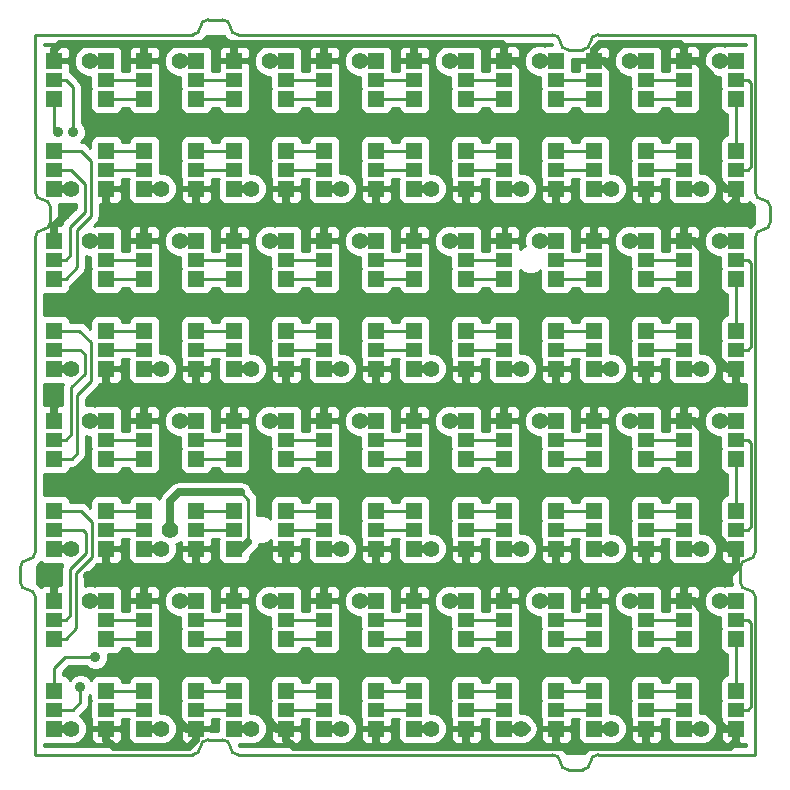
<source format=gtl>
G04 #@! TF.FileFunction,Copper,L1,Top,Signal*
%FSLAX46Y46*%
G04 Gerber Fmt 4.6, Leading zero omitted, Abs format (unit mm)*
G04 Created by KiCad (PCBNEW 4.0.2-4+6225~38~ubuntu15.04.1-stable) date Thu Feb 18 17:46:05 2016*
%MOMM*%
G01*
G04 APERTURE LIST*
%ADD10C,0.152400*%
%ADD11C,0.254000*%
%ADD12R,1.400000X1.400000*%
%ADD13R,1.400000X1.300000*%
%ADD14C,1.400000*%
%ADD15C,0.889000*%
%ADD16C,0.635000*%
G04 APERTURE END LIST*
D10*
D11*
X1270000Y14605000D02*
X1270000Y1270000D01*
X1270000Y45085000D02*
X1270000Y18415000D01*
X1270000Y62230000D02*
X1270000Y48895000D01*
X14605000Y62230000D02*
X1270000Y62230000D01*
X45085000Y62230000D02*
X18415000Y62230000D01*
X62230000Y62230000D02*
X48895000Y62230000D01*
X62230000Y48895000D02*
X62230000Y62230000D01*
X62230000Y18415000D02*
X62230000Y45085000D01*
X62230000Y1270000D02*
X62230000Y14605000D01*
X635000Y17780000D02*
G75*
G03X1270000Y18415000I0J635000D01*
G01*
X1270000Y14605000D02*
G75*
G03X635000Y15240000I-635000J0D01*
G01*
X0Y15875000D02*
G75*
G03X635000Y15240000I635000J0D01*
G01*
X635000Y17780000D02*
G75*
G03X0Y17145000I0J-635000D01*
G01*
X0Y17145000D02*
X0Y15875000D01*
X1270000Y48895000D02*
G75*
G03X1905000Y48260000I635000J0D01*
G01*
X1905000Y45720000D02*
G75*
G03X1270000Y45085000I0J-635000D01*
G01*
X1905000Y45720000D02*
G75*
G03X2540000Y46355000I0J635000D01*
G01*
X2540000Y47625000D02*
G75*
G03X1905000Y48260000I-635000J0D01*
G01*
X2540000Y47625000D02*
X2540000Y46355000D01*
X17780000Y62865000D02*
G75*
G03X18415000Y62230000I635000J0D01*
G01*
X14605000Y62230000D02*
G75*
G03X15240000Y62865000I0J635000D01*
G01*
X15875000Y63500000D02*
G75*
G03X15240000Y62865000I0J-635000D01*
G01*
X17780000Y62865000D02*
G75*
G03X17145000Y63500000I-635000J0D01*
G01*
X15875000Y63500000D02*
X17145000Y63500000D01*
X48895000Y62230000D02*
G75*
G03X48260000Y61595000I0J-635000D01*
G01*
X45720000Y61595000D02*
G75*
G03X45085000Y62230000I-635000J0D01*
G01*
X47625000Y60960000D02*
G75*
G03X48260000Y61595000I0J635000D01*
G01*
X45720000Y61595000D02*
G75*
G03X46355000Y60960000I635000J0D01*
G01*
X46355000Y60960000D02*
X47625000Y60960000D01*
X62865000Y45720000D02*
G75*
G03X62230000Y45085000I0J-635000D01*
G01*
X62230000Y48895000D02*
G75*
G03X62865000Y48260000I635000J0D01*
G01*
X63500000Y47625000D02*
G75*
G03X62865000Y48260000I-635000J0D01*
G01*
X62865000Y45720000D02*
G75*
G03X63500000Y46355000I0J635000D01*
G01*
X63500000Y47625000D02*
X63500000Y46355000D01*
X61595000Y17780000D02*
G75*
G03X62230000Y18415000I0J635000D01*
G01*
X62230000Y14605000D02*
G75*
G03X61595000Y15240000I-635000J0D01*
G01*
X60960000Y15875000D02*
G75*
G03X61595000Y15240000I635000J0D01*
G01*
X61595000Y17780000D02*
G75*
G03X60960000Y17145000I0J-635000D01*
G01*
X60960000Y17145000D02*
X60960000Y15875000D01*
X48895000Y1270000D02*
X62230000Y1270000D01*
X45085000Y1270000D02*
X18415000Y1270000D01*
X48895000Y1270000D02*
G75*
G03X48260000Y635000I0J-635000D01*
G01*
X45720000Y635000D02*
G75*
G03X45085000Y1270000I-635000J0D01*
G01*
X45720000Y635000D02*
G75*
G03X46355000Y0I635000J0D01*
G01*
X47625000Y0D02*
G75*
G03X48260000Y635000I0J635000D01*
G01*
X46355000Y0D02*
X47625000Y0D01*
X14605000Y1270000D02*
X1270000Y1270000D01*
X15875000Y2540000D02*
X17145000Y2540000D01*
X17780000Y1905000D02*
G75*
G03X17145000Y2540000I-635000J0D01*
G01*
X15875000Y2540000D02*
G75*
G03X15240000Y1905000I0J-635000D01*
G01*
X17780000Y1905000D02*
G75*
G03X18415000Y1270000I635000J0D01*
G01*
X14605000Y1270000D02*
G75*
G03X15240000Y1905000I0J635000D01*
G01*
D12*
X25740000Y3480000D03*
X30140000Y3480000D03*
D13*
X30140000Y5080000D03*
X25740000Y5080000D03*
D12*
X25740000Y6680000D03*
X30140000Y6680000D03*
D14*
X27140000Y3480000D03*
D12*
X2880000Y3480000D03*
X7280000Y3480000D03*
D13*
X7280000Y5080000D03*
X2880000Y5080000D03*
D12*
X2880000Y6680000D03*
X7280000Y6680000D03*
D14*
X4280000Y3480000D03*
D12*
X10500000Y3480000D03*
X14900000Y3480000D03*
D13*
X14900000Y5080000D03*
X10500000Y5080000D03*
D12*
X10500000Y6680000D03*
X14900000Y6680000D03*
D14*
X11900000Y3480000D03*
D12*
X18120000Y3480000D03*
X22520000Y3480000D03*
D13*
X22520000Y5080000D03*
X18120000Y5080000D03*
D12*
X18120000Y6680000D03*
X22520000Y6680000D03*
D14*
X19520000Y3480000D03*
D12*
X33360000Y3480000D03*
X37760000Y3480000D03*
D13*
X37760000Y5080000D03*
X33360000Y5080000D03*
D12*
X33360000Y6680000D03*
X37760000Y6680000D03*
D14*
X34760000Y3480000D03*
D12*
X40980000Y3480000D03*
X45380000Y3480000D03*
D13*
X45380000Y5080000D03*
X40980000Y5080000D03*
D12*
X40980000Y6680000D03*
X45380000Y6680000D03*
D14*
X42380000Y3480000D03*
D12*
X48600000Y3480000D03*
X53000000Y3480000D03*
D13*
X53000000Y5080000D03*
X48600000Y5080000D03*
D12*
X48600000Y6680000D03*
X53000000Y6680000D03*
D14*
X50000000Y3480000D03*
D12*
X56220000Y3480000D03*
X60620000Y3480000D03*
D13*
X60620000Y5080000D03*
X56220000Y5080000D03*
D12*
X56220000Y6680000D03*
X60620000Y6680000D03*
D14*
X57620000Y3480000D03*
D12*
X60620000Y14300000D03*
X56220000Y14300000D03*
D13*
X56220000Y12700000D03*
X60620000Y12700000D03*
D12*
X60620000Y11100000D03*
X56220000Y11100000D03*
D14*
X59220000Y14300000D03*
D12*
X53000000Y14300000D03*
X48600000Y14300000D03*
D13*
X48600000Y12700000D03*
X53000000Y12700000D03*
D12*
X53000000Y11100000D03*
X48600000Y11100000D03*
D14*
X51600000Y14300000D03*
D12*
X45380000Y14300000D03*
X40980000Y14300000D03*
D13*
X40980000Y12700000D03*
X45380000Y12700000D03*
D12*
X45380000Y11100000D03*
X40980000Y11100000D03*
D14*
X43980000Y14300000D03*
D12*
X37760000Y14300000D03*
X33360000Y14300000D03*
D13*
X33360000Y12700000D03*
X37760000Y12700000D03*
D12*
X37760000Y11100000D03*
X33360000Y11100000D03*
D14*
X36360000Y14300000D03*
D12*
X30140000Y14300000D03*
X25740000Y14300000D03*
D13*
X25740000Y12700000D03*
X30140000Y12700000D03*
D12*
X30140000Y11100000D03*
X25740000Y11100000D03*
D14*
X28740000Y14300000D03*
D12*
X22520000Y14300000D03*
X18120000Y14300000D03*
D13*
X18120000Y12700000D03*
X22520000Y12700000D03*
D12*
X22520000Y11100000D03*
X18120000Y11100000D03*
D14*
X21120000Y14300000D03*
D12*
X14900000Y14300000D03*
X10500000Y14300000D03*
D13*
X10500000Y12700000D03*
X14900000Y12700000D03*
D12*
X14900000Y11100000D03*
X10500000Y11100000D03*
D14*
X13500000Y14300000D03*
D12*
X2880000Y18720000D03*
X7280000Y18720000D03*
D13*
X7280000Y20320000D03*
X2880000Y20320000D03*
D12*
X2880000Y21920000D03*
X7280000Y21920000D03*
D14*
X4280000Y18720000D03*
D12*
X10500000Y18720000D03*
X14900000Y18720000D03*
D13*
X14900000Y20320000D03*
X10500000Y20320000D03*
D12*
X10500000Y21920000D03*
X14900000Y21920000D03*
D14*
X11900000Y18720000D03*
D12*
X18120000Y18720000D03*
X22520000Y18720000D03*
D13*
X22520000Y20320000D03*
X18120000Y20320000D03*
D12*
X18120000Y21920000D03*
X22520000Y21920000D03*
D14*
X12700000Y20320000D03*
D12*
X25740000Y18720000D03*
X30140000Y18720000D03*
D13*
X30140000Y20320000D03*
X25740000Y20320000D03*
D12*
X25740000Y21920000D03*
X30140000Y21920000D03*
D14*
X27140000Y18720000D03*
D12*
X33360000Y18720000D03*
X37760000Y18720000D03*
D13*
X37760000Y20320000D03*
X33360000Y20320000D03*
D12*
X33360000Y21920000D03*
X37760000Y21920000D03*
D14*
X34760000Y18720000D03*
D12*
X40980000Y18720000D03*
X45380000Y18720000D03*
D13*
X45380000Y20320000D03*
X40980000Y20320000D03*
D12*
X40980000Y21920000D03*
X45380000Y21920000D03*
D14*
X42380000Y18720000D03*
D12*
X48600000Y18720000D03*
X53000000Y18720000D03*
D13*
X53000000Y20320000D03*
X48600000Y20320000D03*
D12*
X48600000Y21920000D03*
X53000000Y21920000D03*
D14*
X50000000Y18720000D03*
D12*
X56220000Y18720000D03*
X60620000Y18720000D03*
D13*
X60620000Y20320000D03*
X56220000Y20320000D03*
D12*
X56220000Y21920000D03*
X60620000Y21920000D03*
D14*
X57620000Y18720000D03*
D12*
X60620000Y29540000D03*
X56220000Y29540000D03*
D13*
X56220000Y27940000D03*
X60620000Y27940000D03*
D12*
X60620000Y26340000D03*
X56220000Y26340000D03*
D14*
X59220000Y29540000D03*
D12*
X53000000Y29540000D03*
X48600000Y29540000D03*
D13*
X48600000Y27940000D03*
X53000000Y27940000D03*
D12*
X53000000Y26340000D03*
X48600000Y26340000D03*
D14*
X51600000Y29540000D03*
D12*
X45380000Y29540000D03*
X40980000Y29540000D03*
D13*
X40980000Y27940000D03*
X45380000Y27940000D03*
D12*
X45380000Y26340000D03*
X40980000Y26340000D03*
D14*
X43980000Y29540000D03*
D12*
X37760000Y29540000D03*
X33360000Y29540000D03*
D13*
X33360000Y27940000D03*
X37760000Y27940000D03*
D12*
X37760000Y26340000D03*
X33360000Y26340000D03*
D14*
X36360000Y29540000D03*
D12*
X30140000Y29540000D03*
X25740000Y29540000D03*
D13*
X25740000Y27940000D03*
X30140000Y27940000D03*
D12*
X30140000Y26340000D03*
X25740000Y26340000D03*
D14*
X28740000Y29540000D03*
D12*
X22520000Y29540000D03*
X18120000Y29540000D03*
D13*
X18120000Y27940000D03*
X22520000Y27940000D03*
D12*
X22520000Y26340000D03*
X18120000Y26340000D03*
D14*
X21120000Y29540000D03*
D12*
X14900000Y29540000D03*
X10500000Y29540000D03*
D13*
X10500000Y27940000D03*
X14900000Y27940000D03*
D12*
X14900000Y26340000D03*
X10500000Y26340000D03*
D14*
X13500000Y29540000D03*
D12*
X7280000Y29540000D03*
X2880000Y29540000D03*
D13*
X2880000Y27940000D03*
X7280000Y27940000D03*
D12*
X7280000Y26340000D03*
X2880000Y26340000D03*
D14*
X5880000Y29540000D03*
D12*
X2880000Y33960000D03*
X7280000Y33960000D03*
D13*
X7280000Y35560000D03*
X2880000Y35560000D03*
D12*
X2880000Y37160000D03*
X7280000Y37160000D03*
D14*
X4280000Y33960000D03*
D12*
X10500000Y33960000D03*
X14900000Y33960000D03*
D13*
X14900000Y35560000D03*
X10500000Y35560000D03*
D12*
X10500000Y37160000D03*
X14900000Y37160000D03*
D14*
X11900000Y33960000D03*
D12*
X18120000Y33960000D03*
X22520000Y33960000D03*
D13*
X22520000Y35560000D03*
X18120000Y35560000D03*
D12*
X18120000Y37160000D03*
X22520000Y37160000D03*
D14*
X19520000Y33960000D03*
D12*
X25740000Y33960000D03*
X30140000Y33960000D03*
D13*
X30140000Y35560000D03*
X25740000Y35560000D03*
D12*
X25740000Y37160000D03*
X30140000Y37160000D03*
D14*
X27140000Y33960000D03*
D12*
X33360000Y33960000D03*
X37760000Y33960000D03*
D13*
X37760000Y35560000D03*
X33360000Y35560000D03*
D12*
X33360000Y37160000D03*
X37760000Y37160000D03*
D14*
X34760000Y33960000D03*
D12*
X40980000Y33960000D03*
X45380000Y33960000D03*
D13*
X45380000Y35560000D03*
X40980000Y35560000D03*
D12*
X40980000Y37160000D03*
X45380000Y37160000D03*
D14*
X42380000Y33960000D03*
D12*
X48600000Y33960000D03*
X53000000Y33960000D03*
D13*
X53000000Y35560000D03*
X48600000Y35560000D03*
D12*
X48600000Y37160000D03*
X53000000Y37160000D03*
D14*
X50000000Y33960000D03*
D12*
X56220000Y33960000D03*
X60620000Y33960000D03*
D13*
X60620000Y35560000D03*
X56220000Y35560000D03*
D12*
X56220000Y37160000D03*
X60620000Y37160000D03*
D14*
X57620000Y33960000D03*
D12*
X60620000Y44780000D03*
X56220000Y44780000D03*
D13*
X56220000Y43180000D03*
X60620000Y43180000D03*
D12*
X60620000Y41580000D03*
X56220000Y41580000D03*
D14*
X59220000Y44780000D03*
D12*
X53000000Y44780000D03*
X48600000Y44780000D03*
D13*
X48600000Y43180000D03*
X53000000Y43180000D03*
D12*
X53000000Y41580000D03*
X48600000Y41580000D03*
D14*
X51600000Y44780000D03*
D12*
X45380000Y44780000D03*
X40980000Y44780000D03*
D13*
X40980000Y43180000D03*
X45380000Y43180000D03*
D12*
X45380000Y41580000D03*
X40980000Y41580000D03*
D14*
X43980000Y44780000D03*
D12*
X37760000Y44780000D03*
X33360000Y44780000D03*
D13*
X33360000Y43180000D03*
X37760000Y43180000D03*
D12*
X37760000Y41580000D03*
X33360000Y41580000D03*
D14*
X36360000Y44780000D03*
D12*
X30140000Y44780000D03*
X25740000Y44780000D03*
D13*
X25740000Y43180000D03*
X30140000Y43180000D03*
D12*
X30140000Y41580000D03*
X25740000Y41580000D03*
D14*
X28740000Y44780000D03*
D12*
X22520000Y44780000D03*
X18120000Y44780000D03*
D13*
X18120000Y43180000D03*
X22520000Y43180000D03*
D12*
X22520000Y41580000D03*
X18120000Y41580000D03*
D14*
X21120000Y44780000D03*
D12*
X14900000Y44780000D03*
X10500000Y44780000D03*
D13*
X10500000Y43180000D03*
X14900000Y43180000D03*
D12*
X14900000Y41580000D03*
X10500000Y41580000D03*
D14*
X13500000Y44780000D03*
D12*
X7280000Y44780000D03*
X2880000Y44780000D03*
D13*
X2880000Y43180000D03*
X7280000Y43180000D03*
D12*
X7280000Y41580000D03*
X2880000Y41580000D03*
D14*
X5880000Y44780000D03*
D12*
X2880000Y49200000D03*
X7280000Y49200000D03*
D13*
X7280000Y50800000D03*
X2880000Y50800000D03*
D12*
X2880000Y52400000D03*
X7280000Y52400000D03*
D14*
X4280000Y49200000D03*
D12*
X10500000Y49200000D03*
X14900000Y49200000D03*
D13*
X14900000Y50800000D03*
X10500000Y50800000D03*
D12*
X10500000Y52400000D03*
X14900000Y52400000D03*
D14*
X11900000Y49200000D03*
D12*
X18120000Y49200000D03*
X22520000Y49200000D03*
D13*
X22520000Y50800000D03*
X18120000Y50800000D03*
D12*
X18120000Y52400000D03*
X22520000Y52400000D03*
D14*
X19520000Y49200000D03*
D12*
X25740000Y49200000D03*
X30140000Y49200000D03*
D13*
X30140000Y50800000D03*
X25740000Y50800000D03*
D12*
X25740000Y52400000D03*
X30140000Y52400000D03*
D14*
X27140000Y49200000D03*
D12*
X33360000Y49200000D03*
X37760000Y49200000D03*
D13*
X37760000Y50800000D03*
X33360000Y50800000D03*
D12*
X33360000Y52400000D03*
X37760000Y52400000D03*
D14*
X34760000Y49200000D03*
D12*
X40980000Y49200000D03*
X45380000Y49200000D03*
D13*
X45380000Y50800000D03*
X40980000Y50800000D03*
D12*
X40980000Y52400000D03*
X45380000Y52400000D03*
D14*
X42380000Y49200000D03*
D12*
X48600000Y49200000D03*
X53000000Y49200000D03*
D13*
X53000000Y50800000D03*
X48600000Y50800000D03*
D12*
X48600000Y52400000D03*
X53000000Y52400000D03*
D14*
X50000000Y49200000D03*
D12*
X56220000Y49200000D03*
X60620000Y49200000D03*
D13*
X60620000Y50800000D03*
X56220000Y50800000D03*
D12*
X56220000Y52400000D03*
X60620000Y52400000D03*
D14*
X57620000Y49200000D03*
D12*
X60620000Y60020000D03*
X56220000Y60020000D03*
D13*
X56220000Y58420000D03*
X60620000Y58420000D03*
D12*
X60620000Y56820000D03*
X56220000Y56820000D03*
D14*
X59220000Y60020000D03*
D12*
X53000000Y60020000D03*
X48600000Y60020000D03*
D13*
X48600000Y58420000D03*
X53000000Y58420000D03*
D12*
X53000000Y56820000D03*
X48600000Y56820000D03*
D14*
X51600000Y60020000D03*
D12*
X45380000Y60020000D03*
X40980000Y60020000D03*
D13*
X40980000Y58420000D03*
X45380000Y58420000D03*
D12*
X45380000Y56820000D03*
X40980000Y56820000D03*
D14*
X43980000Y60020000D03*
D12*
X37760000Y60020000D03*
X33360000Y60020000D03*
D13*
X33360000Y58420000D03*
X37760000Y58420000D03*
D12*
X37760000Y56820000D03*
X33360000Y56820000D03*
D14*
X36360000Y60020000D03*
D12*
X30140000Y60020000D03*
X25740000Y60020000D03*
D13*
X25740000Y58420000D03*
X30140000Y58420000D03*
D12*
X30140000Y56820000D03*
X25740000Y56820000D03*
D14*
X28740000Y60020000D03*
D12*
X22520000Y60020000D03*
X18120000Y60020000D03*
D13*
X18120000Y58420000D03*
X22520000Y58420000D03*
D12*
X22520000Y56820000D03*
X18120000Y56820000D03*
D14*
X21120000Y60020000D03*
D12*
X14900000Y60020000D03*
X10500000Y60020000D03*
D13*
X10500000Y58420000D03*
X14900000Y58420000D03*
D12*
X14900000Y56820000D03*
X10500000Y56820000D03*
D14*
X13500000Y60020000D03*
D12*
X7280000Y60020000D03*
X2880000Y60020000D03*
D13*
X2880000Y58420000D03*
X7280000Y58420000D03*
D12*
X7280000Y56820000D03*
X2880000Y56820000D03*
D14*
X5880000Y60020000D03*
D12*
X7280000Y14300000D03*
X2880000Y14300000D03*
D13*
X2880000Y12700000D03*
X7280000Y12700000D03*
D12*
X7280000Y11100000D03*
X2880000Y11100000D03*
D14*
X5880000Y14300000D03*
D15*
X6350000Y9525004D03*
X3175000Y53975000D03*
X12699998Y31750000D03*
X39370000Y31750000D03*
X19558000Y31750000D03*
X34163000Y31750000D03*
X27178000Y31750000D03*
X16510000Y31750000D03*
X3810004Y46990000D03*
X7239000Y46990000D03*
X2920992Y16383000D03*
X5714996Y16383000D03*
X2921000Y31750000D03*
X50038000Y31750000D03*
X6731000Y31750000D03*
X5080000Y6985000D03*
X4445000Y53975000D03*
D11*
X3810004Y9525004D02*
X6350000Y9525004D01*
X2880000Y6680000D02*
X2880000Y8595000D01*
X2880000Y8595000D02*
X3810004Y9525004D01*
X2880000Y56820000D02*
X2880000Y54270000D01*
X2880000Y54270000D02*
X3175000Y53975000D01*
D16*
X7280000Y14300000D02*
X5880000Y14300000D01*
D11*
X19304000Y22860000D02*
X19304000Y19304000D01*
D16*
X19304000Y19304000D02*
X18720000Y18720000D01*
X18720000Y18720000D02*
X18120000Y18720000D01*
X12700000Y22733000D02*
X12700000Y20320000D01*
X13462000Y23495000D02*
X12700000Y22733000D01*
X18669000Y23495000D02*
X13462000Y23495000D01*
D11*
X19304000Y22860000D02*
X18669000Y23495000D01*
D16*
X45380000Y44780000D02*
X43980000Y44780000D01*
X7280000Y60020000D02*
X5880000Y60020000D01*
X14900000Y60020000D02*
X13500000Y60020000D01*
X22520000Y60020000D02*
X21120000Y60020000D01*
X30140000Y60020000D02*
X28740000Y60020000D01*
X37760000Y60020000D02*
X36360000Y60020000D01*
X45380000Y60020000D02*
X43980000Y60020000D01*
X53000000Y60020000D02*
X51600000Y60020000D01*
X60620000Y60020000D02*
X59220000Y60020000D01*
X56220000Y49200000D02*
X57620000Y49200000D01*
X48600000Y49200000D02*
X50000000Y49200000D01*
X40980000Y49200000D02*
X42380000Y49200000D01*
X33360000Y49200000D02*
X34760000Y49200000D01*
X25740000Y49200000D02*
X27140000Y49200000D01*
X18120000Y49200000D02*
X19520000Y49200000D01*
X11900000Y49200000D02*
X10500000Y49200000D01*
X2880000Y49200000D02*
X4280000Y49200000D01*
X5880000Y44780000D02*
X7280000Y44780000D01*
X13500000Y44780000D02*
X14900000Y44780000D01*
X21120000Y44780000D02*
X22520000Y44780000D01*
X28740000Y44780000D02*
X30140000Y44780000D01*
X36360000Y44780000D02*
X37760000Y44780000D01*
X53000000Y44780000D02*
X51600000Y44780000D01*
X60620000Y44780000D02*
X59220000Y44780000D01*
X56220000Y33960000D02*
X57620000Y33960000D01*
X48600000Y33960000D02*
X50000000Y33960000D01*
X42380000Y33960000D02*
X40980000Y33960000D01*
X34760000Y33960000D02*
X33360000Y33960000D01*
X25740000Y33960000D02*
X27140000Y33960000D01*
X18120000Y33960000D02*
X19520000Y33960000D01*
X10500000Y33960000D02*
X11900000Y33960000D01*
X2880000Y33960000D02*
X4280000Y33960000D01*
X7280000Y29540000D02*
X5880000Y29540000D01*
X14900000Y29540000D02*
X13500000Y29540000D01*
X22520000Y29540000D02*
X21120000Y29540000D01*
X30140000Y29540000D02*
X28740000Y29540000D01*
X37760000Y29540000D02*
X36360000Y29540000D01*
X45380000Y29540000D02*
X43980000Y29540000D01*
X53000000Y29540000D02*
X51600000Y29540000D01*
X60620000Y29540000D02*
X59220000Y29540000D01*
X56220000Y18720000D02*
X57620000Y18720000D01*
X48600000Y18720000D02*
X50000000Y18720000D01*
X40980000Y18720000D02*
X42380000Y18720000D01*
X33360000Y18720000D02*
X34760000Y18720000D01*
X25740000Y18720000D02*
X27140000Y18720000D01*
X10500000Y18720000D02*
X11900000Y18720000D01*
X2880000Y18720000D02*
X4280000Y18720000D01*
X14900000Y14300000D02*
X13500000Y14300000D01*
X22520000Y14300000D02*
X21120000Y14300000D01*
X30140000Y14300000D02*
X28740000Y14300000D01*
X37760000Y14300000D02*
X36360000Y14300000D01*
X45380000Y14300000D02*
X43980000Y14300000D01*
X53000000Y14300000D02*
X51600000Y14300000D01*
X60620000Y14300000D02*
X59220000Y14300000D01*
X56220000Y3480000D02*
X57620000Y3480000D01*
X48600000Y3480000D02*
X50000000Y3480000D01*
X40980000Y3480000D02*
X42880000Y3480000D01*
X33360000Y3480000D02*
X34760000Y3480000D01*
X25740000Y3480000D02*
X27140000Y3480000D01*
X18120000Y3480000D02*
X19520000Y3480000D01*
X10500000Y3480000D02*
X11900000Y3480000D01*
X2880000Y3480000D02*
X4280000Y3480000D01*
X14859000Y31750000D02*
X12699998Y31750000D01*
X10541000Y31750000D02*
X12699998Y31750000D01*
X37719000Y31750000D02*
X39370000Y31750000D01*
X39370000Y31750000D02*
X41021000Y31750000D01*
X33401000Y31750000D02*
X34163000Y31750000D01*
X34163000Y31750000D02*
X34544000Y31750000D01*
X14859000Y31750000D02*
X16510000Y31750000D01*
X16510000Y31750000D02*
X18161000Y31750000D01*
X20193000Y8128000D02*
X20193000Y5028298D01*
X20193000Y5028298D02*
X21741298Y3480000D01*
X21741298Y3480000D02*
X22520000Y3480000D01*
X19431000Y8890000D02*
X20193000Y8128000D01*
X13462000Y8890000D02*
X19431000Y8890000D01*
X12700000Y8128000D02*
X13462000Y8890000D01*
X12700000Y4901298D02*
X12700000Y8128000D01*
X14900000Y3480000D02*
X14121298Y3480000D01*
X14121298Y3480000D02*
X12700000Y4901298D01*
X58420000Y4699000D02*
X59639000Y3480000D01*
X59639000Y3480000D02*
X60620000Y3480000D01*
X58420000Y12878702D02*
X58420000Y4699000D01*
X56220000Y14300000D02*
X56998702Y14300000D01*
X56998702Y14300000D02*
X58420000Y12878702D01*
X60620000Y49200000D02*
X59766000Y49200000D01*
X59766000Y49200000D02*
X58420000Y50546000D01*
X58420000Y50546000D02*
X58420000Y58928000D01*
X58420000Y58928000D02*
X57328000Y60020000D01*
X57328000Y60020000D02*
X56220000Y60020000D01*
X60620000Y18720000D02*
X60020000Y18720000D01*
X60020000Y18720000D02*
X58547000Y20193000D01*
X58547000Y20193000D02*
X58547000Y27991702D01*
X58547000Y27991702D02*
X56998702Y29540000D01*
X56998702Y29540000D02*
X56220000Y29540000D01*
X58293000Y35560000D02*
X59893000Y33960000D01*
X59893000Y33960000D02*
X60620000Y33960000D01*
X58293000Y43485702D02*
X58293000Y35560000D01*
X56220000Y44780000D02*
X56998702Y44780000D01*
X56998702Y44780000D02*
X58293000Y43485702D01*
X3810004Y46990000D02*
X2880000Y46059996D01*
X2880000Y46059996D02*
X2880000Y44780000D01*
X7280000Y47031000D02*
X7239000Y46990000D01*
X7280000Y49200000D02*
X7280000Y47031000D01*
X10541000Y46990000D02*
X7239000Y46990000D01*
X40980000Y60020000D02*
X41961000Y60020000D01*
X49454000Y60020000D02*
X48600000Y60020000D01*
X50419000Y59055000D02*
X49454000Y60020000D01*
X50419000Y55499000D02*
X50419000Y59055000D01*
X49657000Y54737000D02*
X50419000Y55499000D01*
X43434000Y54737000D02*
X49657000Y54737000D01*
X42545000Y55626000D02*
X43434000Y54737000D01*
X42545000Y59436000D02*
X42545000Y55626000D01*
X41961000Y60020000D02*
X42545000Y59436000D01*
X45380000Y49200000D02*
X45380000Y46990000D01*
X37719000Y46990000D02*
X45380000Y46990000D01*
X45380000Y46990000D02*
X46636000Y46990000D01*
X2880000Y14300000D02*
X2880000Y16342008D01*
X2880000Y16342008D02*
X2920992Y16383000D01*
X6343617Y16383000D02*
X5714996Y16383000D01*
X6350000Y16389383D02*
X6343617Y16383000D01*
X6985000Y16383000D02*
X6343617Y16383000D01*
X2880000Y29540000D02*
X2880000Y31709000D01*
X2880000Y31709000D02*
X2921000Y31750000D01*
X7280000Y33960000D02*
X7280000Y32299000D01*
X7280000Y32299000D02*
X6731000Y31750000D01*
X48641000Y31750000D02*
X50038000Y31750000D01*
X50038000Y31750000D02*
X52959000Y31750000D01*
X6731000Y31750000D02*
X10541000Y31750000D01*
X22520000Y18720000D02*
X22520000Y16383000D01*
X10541000Y16383000D02*
X6985000Y16383000D01*
X7280000Y18720000D02*
X7280000Y16678000D01*
X7280000Y16678000D02*
X6985000Y16383000D01*
X3374000Y61468000D02*
X10541000Y61468000D01*
X10541000Y61468000D02*
X18161000Y61468000D01*
X10500000Y60020000D02*
X10500000Y61427000D01*
X10500000Y61427000D02*
X10541000Y61468000D01*
X18120000Y61427000D02*
X18161000Y61468000D01*
X18161000Y61468000D02*
X25781000Y61468000D01*
X18120000Y60020000D02*
X18120000Y61427000D01*
X25781000Y61468000D02*
X33401000Y61468000D01*
X25740000Y60020000D02*
X25740000Y61427000D01*
X25740000Y61427000D02*
X25781000Y61468000D01*
X33401000Y61468000D02*
X40767000Y61468000D01*
X33360000Y60020000D02*
X33360000Y61427000D01*
X33360000Y61427000D02*
X33401000Y61468000D01*
X55880000Y61468000D02*
X56220000Y61128000D01*
X48600000Y60974000D02*
X49094000Y61468000D01*
X48600000Y60020000D02*
X48600000Y60974000D01*
X49094000Y61468000D02*
X55880000Y61468000D01*
X56220000Y61128000D02*
X56220000Y60020000D01*
X40767000Y61468000D02*
X40980000Y61255000D01*
X40980000Y61255000D02*
X40980000Y60020000D01*
X2880000Y60020000D02*
X2880000Y60974000D01*
X2880000Y60974000D02*
X3374000Y61468000D01*
X10541000Y46990000D02*
X14859000Y46990000D01*
X10500000Y44780000D02*
X10500000Y46949000D01*
X10500000Y46949000D02*
X10541000Y46990000D01*
X14859000Y46990000D02*
X18034000Y46990000D01*
X14900000Y49200000D02*
X14900000Y48246000D01*
X14900000Y48246000D02*
X14859000Y48205000D01*
X14859000Y48205000D02*
X14859000Y46990000D01*
X18034000Y46990000D02*
X22479000Y46990000D01*
X18120000Y44780000D02*
X18120000Y46904000D01*
X18120000Y46904000D02*
X18034000Y46990000D01*
X30099000Y46990000D02*
X33401000Y46990000D01*
X33401000Y46990000D02*
X37719000Y46990000D01*
X33360000Y46949000D02*
X33401000Y46990000D01*
X33360000Y44780000D02*
X33360000Y46949000D01*
X22479000Y46990000D02*
X25654000Y46990000D01*
X25654000Y46990000D02*
X30099000Y46990000D01*
X25740000Y44780000D02*
X25740000Y46904000D01*
X25740000Y46904000D02*
X25654000Y46990000D01*
X22520000Y47031000D02*
X22479000Y46990000D01*
X22520000Y49200000D02*
X22520000Y47031000D01*
X30140000Y49200000D02*
X30140000Y47031000D01*
X30140000Y47031000D02*
X30099000Y46990000D01*
X48600000Y46609000D02*
X48600000Y44780000D01*
X48600000Y46822000D02*
X48600000Y46609000D01*
X48641000Y46990000D02*
X52959000Y46990000D01*
X46636000Y46990000D02*
X48641000Y46990000D01*
X48600000Y46609000D02*
X48600000Y46949000D01*
X48600000Y46949000D02*
X48641000Y46990000D01*
X56220000Y44780000D02*
X56220000Y46949000D01*
X56220000Y46949000D02*
X56261000Y46990000D01*
X59364000Y46990000D02*
X56261000Y46990000D01*
X60620000Y48246000D02*
X59364000Y46990000D01*
X60620000Y49200000D02*
X60620000Y48246000D01*
X56261000Y46990000D02*
X52959000Y46990000D01*
X53000000Y49200000D02*
X53000000Y47031000D01*
X53000000Y47031000D02*
X52959000Y46990000D01*
X37719000Y46990000D02*
X37760000Y47031000D01*
X37760000Y47031000D02*
X37760000Y49200000D01*
X10500000Y29540000D02*
X10500000Y31709000D01*
X10500000Y31709000D02*
X10541000Y31750000D01*
X14900000Y33960000D02*
X14900000Y31791000D01*
X14900000Y31791000D02*
X14859000Y31750000D01*
X18161000Y31750000D02*
X19558000Y31750000D01*
X19558000Y31750000D02*
X22479000Y31750000D01*
X18120000Y29540000D02*
X18120000Y31709000D01*
X18120000Y31709000D02*
X18161000Y31750000D01*
X22520000Y33960000D02*
X22520000Y31791000D01*
X22520000Y31791000D02*
X22479000Y31750000D01*
X22479000Y31750000D02*
X25654000Y31750000D01*
X25654000Y31750000D02*
X27178000Y31750000D01*
X27178000Y31750000D02*
X30099000Y31750000D01*
X25740000Y29540000D02*
X25740000Y31664000D01*
X25740000Y31664000D02*
X25654000Y31750000D01*
X30099000Y31750000D02*
X33401000Y31750000D01*
X30140000Y33960000D02*
X30140000Y31791000D01*
X30140000Y31791000D02*
X30099000Y31750000D01*
X34544000Y31750000D02*
X37719000Y31750000D01*
X33360000Y29540000D02*
X33360000Y31709000D01*
X33360000Y31709000D02*
X33401000Y31750000D01*
X37760000Y33960000D02*
X37760000Y31791000D01*
X37760000Y31791000D02*
X37719000Y31750000D01*
X40980000Y29540000D02*
X40980000Y31709000D01*
X40980000Y31709000D02*
X41021000Y31750000D01*
X41021000Y31750000D02*
X42418000Y31750000D01*
X42418000Y31750000D02*
X45339000Y31750000D01*
X45380000Y33960000D02*
X45380000Y31791000D01*
X45380000Y31791000D02*
X45339000Y31750000D01*
X45339000Y31750000D02*
X48641000Y31750000D01*
X48600000Y29540000D02*
X48600000Y31709000D01*
X48600000Y31709000D02*
X48641000Y31750000D01*
X53000000Y33960000D02*
X53000000Y31791000D01*
X53000000Y31791000D02*
X52959000Y31750000D01*
X52959000Y31750000D02*
X56261000Y31750000D01*
X56261000Y31750000D02*
X60325000Y31750000D01*
X56220000Y29540000D02*
X56220000Y31709000D01*
X56220000Y31709000D02*
X56261000Y31750000D01*
X60325000Y31750000D02*
X60620000Y32045000D01*
X60620000Y32045000D02*
X60620000Y33960000D01*
X11938000Y16383000D02*
X10541000Y16383000D01*
X10500000Y14300000D02*
X10500000Y16342000D01*
X10500000Y16342000D02*
X10541000Y16383000D01*
X11938000Y16383000D02*
X14859000Y16383000D01*
X11629000Y16383000D02*
X11938000Y16383000D01*
X14859000Y16383000D02*
X18161000Y16383000D01*
X18161000Y16383000D02*
X22520000Y16383000D01*
X22520000Y16383000D02*
X25781000Y16383000D01*
X18120000Y14300000D02*
X18120000Y16342000D01*
X18120000Y16342000D02*
X18161000Y16383000D01*
X14900000Y18720000D02*
X14900000Y16424000D01*
X14900000Y16424000D02*
X14859000Y16383000D01*
X25781000Y16383000D02*
X30099000Y16383000D01*
X25740000Y14300000D02*
X25740000Y16342000D01*
X25740000Y16342000D02*
X25781000Y16383000D01*
X30099000Y16383000D02*
X33401000Y16383000D01*
X30140000Y18720000D02*
X30140000Y16424000D01*
X30140000Y16424000D02*
X30099000Y16383000D01*
X33360000Y14300000D02*
X33360000Y16342000D01*
X33360000Y16342000D02*
X33401000Y16383000D01*
X33401000Y16383000D02*
X37846000Y16383000D01*
X37846000Y16383000D02*
X41021000Y16383000D01*
X37760000Y18720000D02*
X37760000Y16469000D01*
X37760000Y16469000D02*
X37846000Y16383000D01*
X37760000Y18720000D02*
X37760000Y16805000D01*
X41021000Y16383000D02*
X45339000Y16383000D01*
X45339000Y16383000D02*
X48641000Y16383000D01*
X45380000Y18720000D02*
X45380000Y16424000D01*
X45380000Y16424000D02*
X45339000Y16383000D01*
X40980000Y14300000D02*
X40980000Y16342000D01*
X40980000Y16342000D02*
X41021000Y16383000D01*
X48600000Y14300000D02*
X48600000Y16342000D01*
X48600000Y16342000D02*
X48641000Y16383000D01*
X48641000Y16383000D02*
X53086000Y16383000D01*
X53086000Y16383000D02*
X56134000Y16383000D01*
X53000000Y18720000D02*
X53000000Y16469000D01*
X53000000Y16469000D02*
X53086000Y16383000D01*
X56134000Y16383000D02*
X59944000Y16383000D01*
X56220000Y14300000D02*
X56220000Y16297000D01*
X56220000Y16297000D02*
X56134000Y16383000D01*
X10500000Y14300000D02*
X10500000Y15254000D01*
X59944000Y16383000D02*
X60620000Y17059000D01*
X60620000Y17059000D02*
X60620000Y18720000D01*
X30140000Y3480000D02*
X30140000Y1946000D01*
X30140000Y1946000D02*
X30099000Y1905000D01*
X23141000Y1905000D02*
X30099000Y1905000D01*
X30099000Y1905000D02*
X37719000Y1905000D01*
X37719000Y1905000D02*
X45339000Y1905000D01*
X37760000Y3480000D02*
X37760000Y1946000D01*
X37760000Y1946000D02*
X37719000Y1905000D01*
X45339000Y1905000D02*
X53086000Y1905000D01*
X45380000Y3480000D02*
X45380000Y1946000D01*
X45380000Y1946000D02*
X45339000Y1905000D01*
X53086000Y1905000D02*
X60071000Y1905000D01*
X53000000Y3480000D02*
X53000000Y1991000D01*
X53000000Y1991000D02*
X53086000Y1905000D01*
X22520000Y3480000D02*
X22520000Y2526000D01*
X22520000Y2526000D02*
X23141000Y1905000D01*
X60071000Y1905000D02*
X60620000Y2454000D01*
X60620000Y2454000D02*
X60620000Y3480000D01*
X7280000Y3480000D02*
X7280000Y2526000D01*
X7280000Y2526000D02*
X7901000Y1905000D01*
X7901000Y1905000D02*
X14279000Y1905000D01*
X14279000Y1905000D02*
X14900000Y2526000D01*
X14900000Y2526000D02*
X14900000Y3480000D01*
D11*
X2880000Y5080000D02*
X4445000Y5080000D01*
X5080000Y5715000D02*
X5080000Y6985000D01*
X4445000Y5080000D02*
X5080000Y5715000D01*
X4445000Y53975000D02*
X4445000Y57809000D01*
X2880000Y58420000D02*
X3834000Y58420000D01*
X3834000Y58420000D02*
X4445000Y57809000D01*
X61849000Y5355000D02*
X61849000Y12425000D01*
X61849000Y12425000D02*
X61574000Y12700000D01*
X61574000Y12700000D02*
X60620000Y12700000D01*
X60620000Y5080000D02*
X61574000Y5080000D01*
X61574000Y5080000D02*
X61849000Y5355000D01*
X60620000Y6680000D02*
X60620000Y11100000D01*
X3834000Y20320000D02*
X2880000Y20320000D01*
X5587989Y20066011D02*
X5334000Y20320000D01*
X5587989Y18371425D02*
X5587989Y20066011D01*
X4190989Y16974425D02*
X5587989Y18371425D01*
X4190989Y13056989D02*
X4190989Y16974425D01*
X3834000Y12700000D02*
X4190989Y13056989D01*
X5334000Y20320000D02*
X3834000Y20320000D01*
X2880000Y12700000D02*
X3834000Y12700000D01*
X6096000Y20955000D02*
X5131000Y21920000D01*
X5131000Y21920000D02*
X2880000Y21920000D01*
X6096000Y18034000D02*
X6096000Y20955000D01*
X4699000Y16637000D02*
X6096000Y18034000D01*
X4699000Y11965000D02*
X4699000Y16637000D01*
X3834000Y11100000D02*
X4699000Y11965000D01*
X2880000Y11100000D02*
X3834000Y11100000D01*
X61849000Y20595000D02*
X61849000Y27665000D01*
X61849000Y27665000D02*
X61574000Y27940000D01*
X61574000Y27940000D02*
X60620000Y27940000D01*
X60620000Y20320000D02*
X61574000Y20320000D01*
X61574000Y20320000D02*
X61849000Y20595000D01*
X60620000Y21920000D02*
X60620000Y26340000D01*
X5080000Y35560000D02*
X2880000Y35560000D01*
X5460989Y35179011D02*
X5080000Y35560000D01*
X5460989Y33541107D02*
X5460989Y35179011D01*
X4290988Y32371106D02*
X5460989Y33541107D01*
X4290988Y28396988D02*
X4290988Y32371106D01*
X3834000Y27940000D02*
X4290988Y28396988D01*
X2880000Y27940000D02*
X3834000Y27940000D01*
X2880000Y37160000D02*
X5004000Y37160000D01*
X4798999Y26769999D02*
X4369000Y26340000D01*
X5004000Y37160000D02*
X5969000Y36195000D01*
X5969000Y36195000D02*
X5969000Y32893000D01*
X5969000Y32893000D02*
X4798999Y31722999D01*
X4798999Y31722999D02*
X4798999Y26769999D01*
X4369000Y26340000D02*
X2880000Y26340000D01*
X61849000Y35835000D02*
X61849000Y42905000D01*
X61849000Y42905000D02*
X61574000Y43180000D01*
X61574000Y43180000D02*
X60620000Y43180000D01*
X60620000Y35560000D02*
X61574000Y35560000D01*
X61574000Y35560000D02*
X61849000Y35835000D01*
X60620000Y37160000D02*
X60620000Y41580000D01*
X4279882Y50800000D02*
X2880000Y50800000D01*
X4191000Y45974000D02*
X5460989Y47243989D01*
X4191000Y43537000D02*
X4191000Y45974000D01*
X3834000Y43180000D02*
X4191000Y43537000D01*
X5460989Y47243989D02*
X5460989Y49618893D01*
X2880000Y43180000D02*
X3834000Y43180000D01*
X5460989Y49618893D02*
X4279882Y50800000D01*
X5969000Y51562000D02*
X5131000Y52400000D01*
X5131000Y52400000D02*
X2880000Y52400000D01*
X5969000Y46863000D02*
X5969000Y51562000D01*
X4798999Y45692999D02*
X5969000Y46863000D01*
X2880000Y41580000D02*
X3834000Y41580000D01*
X3834000Y41580000D02*
X4798999Y42544999D01*
X4798999Y42544999D02*
X4798999Y45692999D01*
X61849000Y51075000D02*
X61849000Y58145000D01*
X61849000Y58145000D02*
X61574000Y58420000D01*
X61574000Y58420000D02*
X60620000Y58420000D01*
X60620000Y50800000D02*
X61574000Y50800000D01*
X61574000Y50800000D02*
X61849000Y51075000D01*
X60620000Y52400000D02*
X60620000Y56820000D01*
X7280000Y5080000D02*
X10500000Y5080000D01*
X7280000Y6680000D02*
X10500000Y6680000D01*
X14900000Y5080000D02*
X18120000Y5080000D01*
X14900000Y6680000D02*
X18120000Y6680000D01*
X25740000Y5080000D02*
X22520000Y5080000D01*
X22520000Y6680000D02*
X25740000Y6680000D01*
X30140000Y5080000D02*
X33360000Y5080000D01*
X30140000Y6680000D02*
X33360000Y6680000D01*
X37760000Y5080000D02*
X40980000Y5080000D01*
X37760000Y6680000D02*
X40980000Y6680000D01*
X45380000Y5080000D02*
X48600000Y5080000D01*
X45380000Y6680000D02*
X48600000Y6680000D01*
X53000000Y5080000D02*
X56220000Y5080000D01*
X53000000Y6680000D02*
X56220000Y6680000D01*
X53000000Y12700000D02*
X56220000Y12700000D01*
X56220000Y11100000D02*
X53000000Y11100000D01*
X45380000Y12700000D02*
X48600000Y12700000D01*
X48600000Y11100000D02*
X45380000Y11100000D01*
X37760000Y12700000D02*
X40980000Y12700000D01*
X40980000Y11100000D02*
X37760000Y11100000D01*
X30140000Y12700000D02*
X33360000Y12700000D01*
X33360000Y11100000D02*
X30140000Y11100000D01*
X22520000Y12700000D02*
X25740000Y12700000D01*
X25740000Y11100000D02*
X22520000Y11100000D01*
X14900000Y12700000D02*
X18120000Y12700000D01*
X18120000Y11100000D02*
X14900000Y11100000D01*
X10500000Y12700000D02*
X7280000Y12700000D01*
X7280000Y11100000D02*
X10500000Y11100000D01*
X7280000Y20320000D02*
X10500000Y20320000D01*
X7280000Y21920000D02*
X10500000Y21920000D01*
X18120000Y20320000D02*
X14900000Y20320000D01*
X14900000Y21920000D02*
X18120000Y21920000D01*
X25740000Y20320000D02*
X22520000Y20320000D01*
X22520000Y21920000D02*
X25740000Y21920000D01*
X33360000Y20320000D02*
X30140000Y20320000D01*
X30140000Y21920000D02*
X33360000Y21920000D01*
X40980000Y20320000D02*
X37760000Y20320000D01*
X37760000Y21920000D02*
X40980000Y21920000D01*
X48600000Y20320000D02*
X45380000Y20320000D01*
X45380000Y21920000D02*
X48600000Y21920000D01*
X56220000Y20320000D02*
X53000000Y20320000D01*
X53000000Y21920000D02*
X56220000Y21920000D01*
X53000000Y27940000D02*
X56220000Y27940000D01*
X56220000Y26340000D02*
X53000000Y26340000D01*
X45380000Y27940000D02*
X48600000Y27940000D01*
X48600000Y26340000D02*
X45380000Y26340000D01*
X40980000Y27940000D02*
X37760000Y27940000D01*
X37760000Y26340000D02*
X40980000Y26340000D01*
X30140000Y27940000D02*
X33360000Y27940000D01*
X33360000Y26340000D02*
X30140000Y26340000D01*
X22520000Y27940000D02*
X25740000Y27940000D01*
X25740000Y26340000D02*
X22520000Y26340000D01*
X14900000Y27940000D02*
X18120000Y27940000D01*
X18120000Y26340000D02*
X14900000Y26340000D01*
X7280000Y27940000D02*
X10500000Y27940000D01*
X10500000Y26340000D02*
X7280000Y26340000D01*
X10500000Y35560000D02*
X7280000Y35560000D01*
X7280000Y37160000D02*
X10500000Y37160000D01*
X18120000Y35560000D02*
X14900000Y35560000D01*
X14900000Y37160000D02*
X18120000Y37160000D01*
X22520000Y35560000D02*
X25740000Y35560000D01*
X22520000Y37160000D02*
X25740000Y37160000D01*
X33360000Y35560000D02*
X30140000Y35560000D01*
X30140000Y37160000D02*
X33360000Y37160000D01*
X40980000Y35560000D02*
X37760000Y35560000D01*
X37760000Y37160000D02*
X40980000Y37160000D01*
X48600000Y35560000D02*
X45380000Y35560000D01*
X45380000Y37160000D02*
X48600000Y37160000D01*
X56220000Y35560000D02*
X53000000Y35560000D01*
X53000000Y37160000D02*
X56220000Y37160000D01*
X53000000Y43180000D02*
X56220000Y43180000D01*
X56220000Y41580000D02*
X53000000Y41580000D01*
X45380000Y43180000D02*
X48600000Y43180000D01*
X48600000Y41580000D02*
X45380000Y41580000D01*
X40980000Y43180000D02*
X37760000Y43180000D01*
X37760000Y41580000D02*
X40980000Y41580000D01*
X33360000Y43180000D02*
X30140000Y43180000D01*
X30140000Y41580000D02*
X33360000Y41580000D01*
X25740000Y43180000D02*
X22520000Y43180000D01*
X22520000Y41580000D02*
X25740000Y41580000D01*
X14900000Y43180000D02*
X18120000Y43180000D01*
X18120000Y41580000D02*
X14900000Y41580000D01*
X7280000Y43180000D02*
X10500000Y43180000D01*
X10500000Y41580000D02*
X7280000Y41580000D01*
X10500000Y50800000D02*
X7280000Y50800000D01*
X7280000Y52400000D02*
X10500000Y52400000D01*
X18120000Y50800000D02*
X14900000Y50800000D01*
X14900000Y52400000D02*
X18120000Y52400000D01*
X25740000Y50800000D02*
X22520000Y50800000D01*
X22520000Y52400000D02*
X25740000Y52400000D01*
X33360000Y50800000D02*
X30140000Y50800000D01*
X30140000Y52400000D02*
X33360000Y52400000D01*
X40980000Y50800000D02*
X37760000Y50800000D01*
X37760000Y52400000D02*
X40980000Y52400000D01*
X48600000Y50800000D02*
X45380000Y50800000D01*
X45380000Y52400000D02*
X48600000Y52400000D01*
X56220000Y50800000D02*
X53000000Y50800000D01*
X53000000Y52400000D02*
X56220000Y52400000D01*
X53000000Y58420000D02*
X56220000Y58420000D01*
X56220000Y56820000D02*
X53000000Y56820000D01*
X45380000Y58420000D02*
X48600000Y58420000D01*
X48600000Y56820000D02*
X45380000Y56820000D01*
X37760000Y58420000D02*
X40980000Y58420000D01*
X40980000Y56820000D02*
X37760000Y56820000D01*
X30140000Y58420000D02*
X33360000Y58420000D01*
X33360000Y56820000D02*
X30140000Y56820000D01*
X22520000Y58420000D02*
X25740000Y58420000D01*
X25740000Y56820000D02*
X22520000Y56820000D01*
X14900000Y58420000D02*
X18120000Y58420000D01*
X18120000Y56820000D02*
X14900000Y56820000D01*
X7280000Y58420000D02*
X10500000Y58420000D01*
X10500000Y56820000D02*
X7280000Y56820000D01*
G36*
X17332407Y61992642D02*
X17437525Y61887525D01*
X17542642Y61782407D01*
X17748651Y61644756D01*
X18023337Y61530978D01*
X18023339Y61530977D01*
X18266343Y61482641D01*
X18341394Y61482641D01*
X18415000Y61468000D01*
X44968333Y61468000D01*
X44972641Y61446343D01*
X44988336Y61367440D01*
X44680000Y61367440D01*
X44444683Y61323162D01*
X44396891Y61292409D01*
X44246713Y61354768D01*
X43715617Y61355231D01*
X43224771Y61152418D01*
X42848902Y60777204D01*
X42645232Y60286713D01*
X42644769Y59755617D01*
X42847582Y59264771D01*
X43222796Y58888902D01*
X43713287Y58685232D01*
X44032560Y58684954D01*
X44032560Y57770000D01*
X44056944Y57640411D01*
X44032560Y57520000D01*
X44032560Y56120000D01*
X44076838Y55884683D01*
X44215910Y55668559D01*
X44428110Y55523569D01*
X44680000Y55472560D01*
X46080000Y55472560D01*
X46315317Y55516838D01*
X46531441Y55655910D01*
X46676431Y55868110D01*
X46714885Y56058000D01*
X47264226Y56058000D01*
X47296838Y55884683D01*
X47435910Y55668559D01*
X47648110Y55523569D01*
X47900000Y55472560D01*
X49300000Y55472560D01*
X49535317Y55516838D01*
X49751441Y55655910D01*
X49896431Y55868110D01*
X49947440Y56120000D01*
X49947440Y57520000D01*
X49923056Y57649589D01*
X49947440Y57770000D01*
X49947440Y59070000D01*
X49927550Y59175705D01*
X49935000Y59193690D01*
X49935000Y59734250D01*
X49913633Y59755617D01*
X50264769Y59755617D01*
X50467582Y59264771D01*
X50842796Y58888902D01*
X51333287Y58685232D01*
X51652560Y58684954D01*
X51652560Y57770000D01*
X51676944Y57640411D01*
X51652560Y57520000D01*
X51652560Y56120000D01*
X51696838Y55884683D01*
X51835910Y55668559D01*
X52048110Y55523569D01*
X52300000Y55472560D01*
X53700000Y55472560D01*
X53935317Y55516838D01*
X54151441Y55655910D01*
X54296431Y55868110D01*
X54334885Y56058000D01*
X54884226Y56058000D01*
X54916838Y55884683D01*
X55055910Y55668559D01*
X55268110Y55523569D01*
X55520000Y55472560D01*
X56920000Y55472560D01*
X57155317Y55516838D01*
X57371441Y55655910D01*
X57516431Y55868110D01*
X57567440Y56120000D01*
X57567440Y57520000D01*
X57543056Y57649589D01*
X57567440Y57770000D01*
X57567440Y59070000D01*
X57547550Y59175705D01*
X57555000Y59193690D01*
X57555000Y59734250D01*
X57396250Y59893000D01*
X56347000Y59893000D01*
X56347000Y59873000D01*
X56093000Y59873000D01*
X56093000Y59893000D01*
X55043750Y59893000D01*
X54885000Y59734250D01*
X54885000Y59193690D01*
X54889842Y59182000D01*
X54326366Y59182000D01*
X54323056Y59199589D01*
X54347440Y59320000D01*
X54347440Y60720000D01*
X54323674Y60846310D01*
X54885000Y60846310D01*
X54885000Y60305750D01*
X55043750Y60147000D01*
X56093000Y60147000D01*
X56093000Y61196250D01*
X56347000Y61196250D01*
X56347000Y60147000D01*
X57396250Y60147000D01*
X57555000Y60305750D01*
X57555000Y60846310D01*
X57458327Y61079699D01*
X57279698Y61258327D01*
X57046309Y61355000D01*
X56505750Y61355000D01*
X56347000Y61196250D01*
X56093000Y61196250D01*
X55934250Y61355000D01*
X55393691Y61355000D01*
X55160302Y61258327D01*
X54981673Y61079699D01*
X54885000Y60846310D01*
X54323674Y60846310D01*
X54303162Y60955317D01*
X54164090Y61171441D01*
X53951890Y61316431D01*
X53700000Y61367440D01*
X52300000Y61367440D01*
X52064683Y61323162D01*
X52016891Y61292409D01*
X51866713Y61354768D01*
X51335617Y61355231D01*
X50844771Y61152418D01*
X50468902Y60777204D01*
X50265232Y60286713D01*
X50264769Y59755617D01*
X49913633Y59755617D01*
X49776250Y59893000D01*
X48727000Y59893000D01*
X48727000Y59873000D01*
X48473000Y59873000D01*
X48473000Y59893000D01*
X47423750Y59893000D01*
X47265000Y59734250D01*
X47265000Y59193690D01*
X47269842Y59182000D01*
X46706366Y59182000D01*
X46703056Y59199589D01*
X46727440Y59320000D01*
X46727440Y60198000D01*
X47372750Y60198000D01*
X47423750Y60147000D01*
X48473000Y60147000D01*
X48473000Y60167000D01*
X48727000Y60167000D01*
X48727000Y60147000D01*
X49776250Y60147000D01*
X49935000Y60305750D01*
X49935000Y60846310D01*
X49838327Y61079699D01*
X49659698Y61258327D01*
X49426309Y61355000D01*
X48989190Y61355000D01*
X49007359Y61446343D01*
X49011667Y61468000D01*
X61468000Y61468000D01*
X61468000Y61337469D01*
X61320000Y61367440D01*
X59920000Y61367440D01*
X59684683Y61323162D01*
X59636891Y61292409D01*
X59486713Y61354768D01*
X58955617Y61355231D01*
X58464771Y61152418D01*
X58088902Y60777204D01*
X57885232Y60286713D01*
X57884769Y59755617D01*
X58087582Y59264771D01*
X58462796Y58888902D01*
X58953287Y58685232D01*
X59272560Y58684954D01*
X59272560Y57770000D01*
X59296944Y57640411D01*
X59272560Y57520000D01*
X59272560Y56120000D01*
X59316838Y55884683D01*
X59455910Y55668559D01*
X59668110Y55523569D01*
X59858000Y55485115D01*
X59858000Y53735774D01*
X59684683Y53703162D01*
X59468559Y53564090D01*
X59323569Y53351890D01*
X59272560Y53100000D01*
X59272560Y51700000D01*
X59296944Y51570411D01*
X59272560Y51450000D01*
X59272560Y50150000D01*
X59292450Y50044295D01*
X59285000Y50026310D01*
X59285000Y49485750D01*
X59443750Y49327000D01*
X60493000Y49327000D01*
X60493000Y49347000D01*
X60747000Y49347000D01*
X60747000Y49327000D01*
X60767000Y49327000D01*
X60767000Y49073000D01*
X60747000Y49073000D01*
X60747000Y48023750D01*
X60905750Y47865000D01*
X61446309Y47865000D01*
X61679698Y47961673D01*
X61765688Y48047663D01*
X61782407Y48022642D01*
X61887525Y47917525D01*
X61992642Y47812407D01*
X62103000Y47738668D01*
X62103000Y46241332D01*
X61992642Y46167593D01*
X61887525Y46062475D01*
X61782407Y45957358D01*
X61771045Y45940354D01*
X61571890Y46076431D01*
X61320000Y46127440D01*
X59920000Y46127440D01*
X59684683Y46083162D01*
X59636891Y46052409D01*
X59486713Y46114768D01*
X58955617Y46115231D01*
X58464771Y45912418D01*
X58088902Y45537204D01*
X57885232Y45046713D01*
X57884769Y44515617D01*
X58087582Y44024771D01*
X58462796Y43648902D01*
X58953287Y43445232D01*
X59272560Y43444954D01*
X59272560Y42530000D01*
X59296944Y42400411D01*
X59272560Y42280000D01*
X59272560Y40880000D01*
X59316838Y40644683D01*
X59455910Y40428559D01*
X59668110Y40283569D01*
X59858000Y40245115D01*
X59858000Y38495774D01*
X59684683Y38463162D01*
X59468559Y38324090D01*
X59323569Y38111890D01*
X59272560Y37860000D01*
X59272560Y36460000D01*
X59296944Y36330411D01*
X59272560Y36210000D01*
X59272560Y34910000D01*
X59292450Y34804295D01*
X59285000Y34786310D01*
X59285000Y34245750D01*
X59443750Y34087000D01*
X60493000Y34087000D01*
X60493000Y34107000D01*
X60747000Y34107000D01*
X60747000Y34087000D01*
X60767000Y34087000D01*
X60767000Y33833000D01*
X60747000Y33833000D01*
X60747000Y32783750D01*
X60905750Y32625000D01*
X61446309Y32625000D01*
X61468000Y32633985D01*
X61468000Y30857469D01*
X61320000Y30887440D01*
X59920000Y30887440D01*
X59684683Y30843162D01*
X59636891Y30812409D01*
X59486713Y30874768D01*
X58955617Y30875231D01*
X58464771Y30672418D01*
X58088902Y30297204D01*
X57885232Y29806713D01*
X57884769Y29275617D01*
X58087582Y28784771D01*
X58462796Y28408902D01*
X58953287Y28205232D01*
X59272560Y28204954D01*
X59272560Y27290000D01*
X59296944Y27160411D01*
X59272560Y27040000D01*
X59272560Y25640000D01*
X59316838Y25404683D01*
X59455910Y25188559D01*
X59668110Y25043569D01*
X59858000Y25005115D01*
X59858000Y23255774D01*
X59684683Y23223162D01*
X59468559Y23084090D01*
X59323569Y22871890D01*
X59272560Y22620000D01*
X59272560Y21220000D01*
X59296944Y21090411D01*
X59272560Y20970000D01*
X59272560Y19670000D01*
X59292450Y19564295D01*
X59285000Y19546310D01*
X59285000Y19005750D01*
X59443750Y18847000D01*
X60493000Y18847000D01*
X60493000Y18867000D01*
X60747000Y18867000D01*
X60747000Y18847000D01*
X60767000Y18847000D01*
X60767000Y18593000D01*
X60747000Y18593000D01*
X60747000Y18573000D01*
X60493000Y18573000D01*
X60493000Y18593000D01*
X59443750Y18593000D01*
X59285000Y18434250D01*
X59285000Y17893690D01*
X59381673Y17660301D01*
X59560302Y17481673D01*
X59793691Y17385000D01*
X60230810Y17385000D01*
X60212641Y17293657D01*
X60212641Y17218606D01*
X60198000Y17145000D01*
X60198000Y15875000D01*
X60212641Y15801394D01*
X60212641Y15726343D01*
X60228336Y15647440D01*
X59920000Y15647440D01*
X59684683Y15603162D01*
X59636891Y15572409D01*
X59486713Y15634768D01*
X58955617Y15635231D01*
X58464771Y15432418D01*
X58088902Y15057204D01*
X57885232Y14566713D01*
X57884769Y14035617D01*
X58087582Y13544771D01*
X58462796Y13168902D01*
X58953287Y12965232D01*
X59272560Y12964954D01*
X59272560Y12050000D01*
X59296944Y11920411D01*
X59272560Y11800000D01*
X59272560Y10400000D01*
X59316838Y10164683D01*
X59455910Y9948559D01*
X59668110Y9803569D01*
X59858000Y9765115D01*
X59858000Y8015774D01*
X59684683Y7983162D01*
X59468559Y7844090D01*
X59323569Y7631890D01*
X59272560Y7380000D01*
X59272560Y5980000D01*
X59296944Y5850411D01*
X59272560Y5730000D01*
X59272560Y4430000D01*
X59292450Y4324295D01*
X59285000Y4306310D01*
X59285000Y3765750D01*
X59443750Y3607000D01*
X60493000Y3607000D01*
X60493000Y3627000D01*
X60747000Y3627000D01*
X60747000Y3607000D01*
X60767000Y3607000D01*
X60767000Y3353000D01*
X60747000Y3353000D01*
X60747000Y2303750D01*
X60905750Y2145000D01*
X61446309Y2145000D01*
X61468000Y2153985D01*
X61468000Y2032000D01*
X48895000Y2032000D01*
X48821394Y2017359D01*
X48503339Y1969023D01*
X48503337Y1969022D01*
X48228651Y1855244D01*
X48022642Y1717593D01*
X47917525Y1612475D01*
X47812407Y1507358D01*
X47738668Y1397000D01*
X46241332Y1397000D01*
X46167593Y1507358D01*
X46062475Y1612475D01*
X45957358Y1717593D01*
X45751349Y1855244D01*
X45634655Y1903580D01*
X45476662Y1969023D01*
X45233657Y2017359D01*
X45158606Y2017359D01*
X45085000Y2032000D01*
X18531667Y2032000D01*
X18527359Y2053657D01*
X18527359Y2053658D01*
X18511664Y2132560D01*
X18820000Y2132560D01*
X19055317Y2176838D01*
X19103109Y2207591D01*
X19253287Y2145232D01*
X19784383Y2144769D01*
X20275229Y2347582D01*
X20651098Y2722796D01*
X20846863Y3194250D01*
X21185000Y3194250D01*
X21185000Y2653690D01*
X21281673Y2420301D01*
X21460302Y2241673D01*
X21693691Y2145000D01*
X22234250Y2145000D01*
X22393000Y2303750D01*
X22393000Y3353000D01*
X22647000Y3353000D01*
X22647000Y2303750D01*
X22805750Y2145000D01*
X23346309Y2145000D01*
X23579698Y2241673D01*
X23758327Y2420301D01*
X23855000Y2653690D01*
X23855000Y3194250D01*
X23696250Y3353000D01*
X22647000Y3353000D01*
X22393000Y3353000D01*
X21343750Y3353000D01*
X21185000Y3194250D01*
X20846863Y3194250D01*
X20854768Y3213287D01*
X20855231Y3744383D01*
X20652418Y4235229D01*
X20277204Y4611098D01*
X19786713Y4814768D01*
X19467440Y4815046D01*
X19467440Y5730000D01*
X19443056Y5859589D01*
X19467440Y5980000D01*
X19467440Y7380000D01*
X21172560Y7380000D01*
X21172560Y5980000D01*
X21196944Y5850411D01*
X21172560Y5730000D01*
X21172560Y4430000D01*
X21192450Y4324295D01*
X21185000Y4306310D01*
X21185000Y3765750D01*
X21343750Y3607000D01*
X22393000Y3607000D01*
X22393000Y3627000D01*
X22647000Y3627000D01*
X22647000Y3607000D01*
X23696250Y3607000D01*
X23855000Y3765750D01*
X23855000Y4306310D01*
X23850158Y4318000D01*
X24413634Y4318000D01*
X24416944Y4300411D01*
X24392560Y4180000D01*
X24392560Y2780000D01*
X24436838Y2544683D01*
X24575910Y2328559D01*
X24788110Y2183569D01*
X25040000Y2132560D01*
X26440000Y2132560D01*
X26675317Y2176838D01*
X26723109Y2207591D01*
X26873287Y2145232D01*
X27404383Y2144769D01*
X27895229Y2347582D01*
X28271098Y2722796D01*
X28466863Y3194250D01*
X28805000Y3194250D01*
X28805000Y2653690D01*
X28901673Y2420301D01*
X29080302Y2241673D01*
X29313691Y2145000D01*
X29854250Y2145000D01*
X30013000Y2303750D01*
X30013000Y3353000D01*
X30267000Y3353000D01*
X30267000Y2303750D01*
X30425750Y2145000D01*
X30966309Y2145000D01*
X31199698Y2241673D01*
X31378327Y2420301D01*
X31475000Y2653690D01*
X31475000Y3194250D01*
X31316250Y3353000D01*
X30267000Y3353000D01*
X30013000Y3353000D01*
X28963750Y3353000D01*
X28805000Y3194250D01*
X28466863Y3194250D01*
X28474768Y3213287D01*
X28475231Y3744383D01*
X28272418Y4235229D01*
X27897204Y4611098D01*
X27406713Y4814768D01*
X27087440Y4815046D01*
X27087440Y5730000D01*
X27063056Y5859589D01*
X27087440Y5980000D01*
X27087440Y7380000D01*
X28792560Y7380000D01*
X28792560Y5980000D01*
X28816944Y5850411D01*
X28792560Y5730000D01*
X28792560Y4430000D01*
X28812450Y4324295D01*
X28805000Y4306310D01*
X28805000Y3765750D01*
X28963750Y3607000D01*
X30013000Y3607000D01*
X30013000Y3627000D01*
X30267000Y3627000D01*
X30267000Y3607000D01*
X31316250Y3607000D01*
X31475000Y3765750D01*
X31475000Y4306310D01*
X31470158Y4318000D01*
X32033634Y4318000D01*
X32036944Y4300411D01*
X32012560Y4180000D01*
X32012560Y2780000D01*
X32056838Y2544683D01*
X32195910Y2328559D01*
X32408110Y2183569D01*
X32660000Y2132560D01*
X34060000Y2132560D01*
X34295317Y2176838D01*
X34343109Y2207591D01*
X34493287Y2145232D01*
X35024383Y2144769D01*
X35515229Y2347582D01*
X35891098Y2722796D01*
X36086863Y3194250D01*
X36425000Y3194250D01*
X36425000Y2653690D01*
X36521673Y2420301D01*
X36700302Y2241673D01*
X36933691Y2145000D01*
X37474250Y2145000D01*
X37633000Y2303750D01*
X37633000Y3353000D01*
X37887000Y3353000D01*
X37887000Y2303750D01*
X38045750Y2145000D01*
X38586309Y2145000D01*
X38819698Y2241673D01*
X38998327Y2420301D01*
X39095000Y2653690D01*
X39095000Y3194250D01*
X38936250Y3353000D01*
X37887000Y3353000D01*
X37633000Y3353000D01*
X36583750Y3353000D01*
X36425000Y3194250D01*
X36086863Y3194250D01*
X36094768Y3213287D01*
X36095231Y3744383D01*
X35892418Y4235229D01*
X35517204Y4611098D01*
X35026713Y4814768D01*
X34707440Y4815046D01*
X34707440Y5730000D01*
X34683056Y5859589D01*
X34707440Y5980000D01*
X34707440Y7380000D01*
X36412560Y7380000D01*
X36412560Y5980000D01*
X36436944Y5850411D01*
X36412560Y5730000D01*
X36412560Y4430000D01*
X36432450Y4324295D01*
X36425000Y4306310D01*
X36425000Y3765750D01*
X36583750Y3607000D01*
X37633000Y3607000D01*
X37633000Y3627000D01*
X37887000Y3627000D01*
X37887000Y3607000D01*
X38936250Y3607000D01*
X39095000Y3765750D01*
X39095000Y4306310D01*
X39090158Y4318000D01*
X39653634Y4318000D01*
X39656944Y4300411D01*
X39632560Y4180000D01*
X39632560Y2780000D01*
X39676838Y2544683D01*
X39815910Y2328559D01*
X40028110Y2183569D01*
X40280000Y2132560D01*
X41680000Y2132560D01*
X41915317Y2176838D01*
X41963109Y2207591D01*
X42113287Y2145232D01*
X42644383Y2144769D01*
X43135229Y2347582D01*
X43511098Y2722796D01*
X43542901Y2799386D01*
X43553519Y2806481D01*
X43759995Y3115494D01*
X43775660Y3194250D01*
X44045000Y3194250D01*
X44045000Y2653690D01*
X44141673Y2420301D01*
X44320302Y2241673D01*
X44553691Y2145000D01*
X45094250Y2145000D01*
X45253000Y2303750D01*
X45253000Y3353000D01*
X45507000Y3353000D01*
X45507000Y2303750D01*
X45665750Y2145000D01*
X46206309Y2145000D01*
X46439698Y2241673D01*
X46618327Y2420301D01*
X46715000Y2653690D01*
X46715000Y3194250D01*
X46556250Y3353000D01*
X45507000Y3353000D01*
X45253000Y3353000D01*
X44203750Y3353000D01*
X44045000Y3194250D01*
X43775660Y3194250D01*
X43832500Y3480000D01*
X43759995Y3844506D01*
X43553519Y4153519D01*
X43543381Y4160293D01*
X43512418Y4235229D01*
X43137204Y4611098D01*
X42646713Y4814768D01*
X42327440Y4815046D01*
X42327440Y5730000D01*
X42303056Y5859589D01*
X42327440Y5980000D01*
X42327440Y7380000D01*
X44032560Y7380000D01*
X44032560Y5980000D01*
X44056944Y5850411D01*
X44032560Y5730000D01*
X44032560Y4430000D01*
X44052450Y4324295D01*
X44045000Y4306310D01*
X44045000Y3765750D01*
X44203750Y3607000D01*
X45253000Y3607000D01*
X45253000Y3627000D01*
X45507000Y3627000D01*
X45507000Y3607000D01*
X46556250Y3607000D01*
X46715000Y3765750D01*
X46715000Y4306310D01*
X46710158Y4318000D01*
X47273634Y4318000D01*
X47276944Y4300411D01*
X47252560Y4180000D01*
X47252560Y2780000D01*
X47296838Y2544683D01*
X47435910Y2328559D01*
X47648110Y2183569D01*
X47900000Y2132560D01*
X49300000Y2132560D01*
X49535317Y2176838D01*
X49583109Y2207591D01*
X49733287Y2145232D01*
X50264383Y2144769D01*
X50755229Y2347582D01*
X51131098Y2722796D01*
X51326863Y3194250D01*
X51665000Y3194250D01*
X51665000Y2653690D01*
X51761673Y2420301D01*
X51940302Y2241673D01*
X52173691Y2145000D01*
X52714250Y2145000D01*
X52873000Y2303750D01*
X52873000Y3353000D01*
X53127000Y3353000D01*
X53127000Y2303750D01*
X53285750Y2145000D01*
X53826309Y2145000D01*
X54059698Y2241673D01*
X54238327Y2420301D01*
X54335000Y2653690D01*
X54335000Y3194250D01*
X54176250Y3353000D01*
X53127000Y3353000D01*
X52873000Y3353000D01*
X51823750Y3353000D01*
X51665000Y3194250D01*
X51326863Y3194250D01*
X51334768Y3213287D01*
X51335231Y3744383D01*
X51132418Y4235229D01*
X50757204Y4611098D01*
X50266713Y4814768D01*
X49947440Y4815046D01*
X49947440Y5730000D01*
X49923056Y5859589D01*
X49947440Y5980000D01*
X49947440Y7380000D01*
X51652560Y7380000D01*
X51652560Y5980000D01*
X51676944Y5850411D01*
X51652560Y5730000D01*
X51652560Y4430000D01*
X51672450Y4324295D01*
X51665000Y4306310D01*
X51665000Y3765750D01*
X51823750Y3607000D01*
X52873000Y3607000D01*
X52873000Y3627000D01*
X53127000Y3627000D01*
X53127000Y3607000D01*
X54176250Y3607000D01*
X54335000Y3765750D01*
X54335000Y4306310D01*
X54330158Y4318000D01*
X54893634Y4318000D01*
X54896944Y4300411D01*
X54872560Y4180000D01*
X54872560Y2780000D01*
X54916838Y2544683D01*
X55055910Y2328559D01*
X55268110Y2183569D01*
X55520000Y2132560D01*
X56920000Y2132560D01*
X57155317Y2176838D01*
X57203109Y2207591D01*
X57353287Y2145232D01*
X57884383Y2144769D01*
X58375229Y2347582D01*
X58751098Y2722796D01*
X58946863Y3194250D01*
X59285000Y3194250D01*
X59285000Y2653690D01*
X59381673Y2420301D01*
X59560302Y2241673D01*
X59793691Y2145000D01*
X60334250Y2145000D01*
X60493000Y2303750D01*
X60493000Y3353000D01*
X59443750Y3353000D01*
X59285000Y3194250D01*
X58946863Y3194250D01*
X58954768Y3213287D01*
X58955231Y3744383D01*
X58752418Y4235229D01*
X58377204Y4611098D01*
X57886713Y4814768D01*
X57567440Y4815046D01*
X57567440Y5730000D01*
X57543056Y5859589D01*
X57567440Y5980000D01*
X57567440Y7380000D01*
X57523162Y7615317D01*
X57384090Y7831441D01*
X57171890Y7976431D01*
X56920000Y8027440D01*
X55520000Y8027440D01*
X55284683Y7983162D01*
X55068559Y7844090D01*
X54923569Y7631890D01*
X54885115Y7442000D01*
X54335774Y7442000D01*
X54303162Y7615317D01*
X54164090Y7831441D01*
X53951890Y7976431D01*
X53700000Y8027440D01*
X52300000Y8027440D01*
X52064683Y7983162D01*
X51848559Y7844090D01*
X51703569Y7631890D01*
X51652560Y7380000D01*
X49947440Y7380000D01*
X49903162Y7615317D01*
X49764090Y7831441D01*
X49551890Y7976431D01*
X49300000Y8027440D01*
X47900000Y8027440D01*
X47664683Y7983162D01*
X47448559Y7844090D01*
X47303569Y7631890D01*
X47265115Y7442000D01*
X46715774Y7442000D01*
X46683162Y7615317D01*
X46544090Y7831441D01*
X46331890Y7976431D01*
X46080000Y8027440D01*
X44680000Y8027440D01*
X44444683Y7983162D01*
X44228559Y7844090D01*
X44083569Y7631890D01*
X44032560Y7380000D01*
X42327440Y7380000D01*
X42283162Y7615317D01*
X42144090Y7831441D01*
X41931890Y7976431D01*
X41680000Y8027440D01*
X40280000Y8027440D01*
X40044683Y7983162D01*
X39828559Y7844090D01*
X39683569Y7631890D01*
X39645115Y7442000D01*
X39095774Y7442000D01*
X39063162Y7615317D01*
X38924090Y7831441D01*
X38711890Y7976431D01*
X38460000Y8027440D01*
X37060000Y8027440D01*
X36824683Y7983162D01*
X36608559Y7844090D01*
X36463569Y7631890D01*
X36412560Y7380000D01*
X34707440Y7380000D01*
X34663162Y7615317D01*
X34524090Y7831441D01*
X34311890Y7976431D01*
X34060000Y8027440D01*
X32660000Y8027440D01*
X32424683Y7983162D01*
X32208559Y7844090D01*
X32063569Y7631890D01*
X32025115Y7442000D01*
X31475774Y7442000D01*
X31443162Y7615317D01*
X31304090Y7831441D01*
X31091890Y7976431D01*
X30840000Y8027440D01*
X29440000Y8027440D01*
X29204683Y7983162D01*
X28988559Y7844090D01*
X28843569Y7631890D01*
X28792560Y7380000D01*
X27087440Y7380000D01*
X27043162Y7615317D01*
X26904090Y7831441D01*
X26691890Y7976431D01*
X26440000Y8027440D01*
X25040000Y8027440D01*
X24804683Y7983162D01*
X24588559Y7844090D01*
X24443569Y7631890D01*
X24405115Y7442000D01*
X23855774Y7442000D01*
X23823162Y7615317D01*
X23684090Y7831441D01*
X23471890Y7976431D01*
X23220000Y8027440D01*
X21820000Y8027440D01*
X21584683Y7983162D01*
X21368559Y7844090D01*
X21223569Y7631890D01*
X21172560Y7380000D01*
X19467440Y7380000D01*
X19423162Y7615317D01*
X19284090Y7831441D01*
X19071890Y7976431D01*
X18820000Y8027440D01*
X17420000Y8027440D01*
X17184683Y7983162D01*
X16968559Y7844090D01*
X16823569Y7631890D01*
X16785115Y7442000D01*
X16235774Y7442000D01*
X16203162Y7615317D01*
X16064090Y7831441D01*
X15851890Y7976431D01*
X15600000Y8027440D01*
X14200000Y8027440D01*
X13964683Y7983162D01*
X13748559Y7844090D01*
X13603569Y7631890D01*
X13552560Y7380000D01*
X13552560Y5980000D01*
X13576944Y5850411D01*
X13552560Y5730000D01*
X13552560Y4430000D01*
X13572450Y4324295D01*
X13565000Y4306310D01*
X13565000Y3765750D01*
X13723750Y3607000D01*
X14773000Y3607000D01*
X14773000Y3627000D01*
X15027000Y3627000D01*
X15027000Y3607000D01*
X16076250Y3607000D01*
X16235000Y3765750D01*
X16235000Y4306310D01*
X16230158Y4318000D01*
X16793634Y4318000D01*
X16796944Y4300411D01*
X16772560Y4180000D01*
X16772560Y3302000D01*
X16127250Y3302000D01*
X16076250Y3353000D01*
X15027000Y3353000D01*
X15027000Y3333000D01*
X14773000Y3333000D01*
X14773000Y3353000D01*
X13723750Y3353000D01*
X13565000Y3194250D01*
X13565000Y2653690D01*
X13661673Y2420301D01*
X13840302Y2241673D01*
X14073691Y2145000D01*
X14510810Y2145000D01*
X14492642Y2053661D01*
X14492641Y2053658D01*
X14488333Y2032000D01*
X2032000Y2032000D01*
X2032000Y2162531D01*
X2180000Y2132560D01*
X3580000Y2132560D01*
X3815317Y2176838D01*
X3863109Y2207591D01*
X4013287Y2145232D01*
X4544383Y2144769D01*
X5035229Y2347582D01*
X5411098Y2722796D01*
X5606863Y3194250D01*
X5945000Y3194250D01*
X5945000Y2653690D01*
X6041673Y2420301D01*
X6220302Y2241673D01*
X6453691Y2145000D01*
X6994250Y2145000D01*
X7153000Y2303750D01*
X7153000Y3353000D01*
X7407000Y3353000D01*
X7407000Y2303750D01*
X7565750Y2145000D01*
X8106309Y2145000D01*
X8339698Y2241673D01*
X8518327Y2420301D01*
X8615000Y2653690D01*
X8615000Y3194250D01*
X8456250Y3353000D01*
X7407000Y3353000D01*
X7153000Y3353000D01*
X6103750Y3353000D01*
X5945000Y3194250D01*
X5606863Y3194250D01*
X5614768Y3213287D01*
X5615231Y3744383D01*
X5412418Y4235229D01*
X5045459Y4602829D01*
X5618816Y5176185D01*
X5749391Y5371605D01*
X5783996Y5423395D01*
X5842000Y5715000D01*
X5842000Y6220358D01*
X5932560Y6310760D01*
X5932560Y5980000D01*
X5956944Y5850411D01*
X5932560Y5730000D01*
X5932560Y4430000D01*
X5952450Y4324295D01*
X5945000Y4306310D01*
X5945000Y3765750D01*
X6103750Y3607000D01*
X7153000Y3607000D01*
X7153000Y3627000D01*
X7407000Y3627000D01*
X7407000Y3607000D01*
X8456250Y3607000D01*
X8615000Y3765750D01*
X8615000Y4306310D01*
X8610158Y4318000D01*
X9173634Y4318000D01*
X9176944Y4300411D01*
X9152560Y4180000D01*
X9152560Y2780000D01*
X9196838Y2544683D01*
X9335910Y2328559D01*
X9548110Y2183569D01*
X9800000Y2132560D01*
X11200000Y2132560D01*
X11435317Y2176838D01*
X11483109Y2207591D01*
X11633287Y2145232D01*
X12164383Y2144769D01*
X12655229Y2347582D01*
X13031098Y2722796D01*
X13234768Y3213287D01*
X13235231Y3744383D01*
X13032418Y4235229D01*
X12657204Y4611098D01*
X12166713Y4814768D01*
X11847440Y4815046D01*
X11847440Y5730000D01*
X11823056Y5859589D01*
X11847440Y5980000D01*
X11847440Y7380000D01*
X11803162Y7615317D01*
X11664090Y7831441D01*
X11451890Y7976431D01*
X11200000Y8027440D01*
X9800000Y8027440D01*
X9564683Y7983162D01*
X9348559Y7844090D01*
X9203569Y7631890D01*
X9165115Y7442000D01*
X8615774Y7442000D01*
X8583162Y7615317D01*
X8444090Y7831441D01*
X8231890Y7976431D01*
X7980000Y8027440D01*
X6580000Y8027440D01*
X6344683Y7983162D01*
X6128559Y7844090D01*
X5983569Y7631890D01*
X5979518Y7611888D01*
X5692286Y7899622D01*
X5295668Y8064313D01*
X4866216Y8064687D01*
X4469311Y7900689D01*
X4183206Y7615083D01*
X4183162Y7615317D01*
X4044090Y7831441D01*
X3831890Y7976431D01*
X3642000Y8014885D01*
X3642000Y8279370D01*
X4125635Y8763004D01*
X5585358Y8763004D01*
X5737714Y8610382D01*
X6134332Y8445691D01*
X6563784Y8445317D01*
X6960689Y8609315D01*
X7264622Y8912718D01*
X7429313Y9309336D01*
X7429687Y9738788D01*
X7423997Y9752560D01*
X7980000Y9752560D01*
X8215317Y9796838D01*
X8431441Y9935910D01*
X8576431Y10148110D01*
X8614885Y10338000D01*
X9164226Y10338000D01*
X9196838Y10164683D01*
X9335910Y9948559D01*
X9548110Y9803569D01*
X9800000Y9752560D01*
X11200000Y9752560D01*
X11435317Y9796838D01*
X11651441Y9935910D01*
X11796431Y10148110D01*
X11847440Y10400000D01*
X11847440Y11800000D01*
X11823056Y11929589D01*
X11847440Y12050000D01*
X11847440Y13350000D01*
X11827550Y13455705D01*
X11835000Y13473690D01*
X11835000Y14014250D01*
X11813633Y14035617D01*
X12164769Y14035617D01*
X12367582Y13544771D01*
X12742796Y13168902D01*
X13233287Y12965232D01*
X13552560Y12964954D01*
X13552560Y12050000D01*
X13576944Y11920411D01*
X13552560Y11800000D01*
X13552560Y10400000D01*
X13596838Y10164683D01*
X13735910Y9948559D01*
X13948110Y9803569D01*
X14200000Y9752560D01*
X15600000Y9752560D01*
X15835317Y9796838D01*
X16051441Y9935910D01*
X16196431Y10148110D01*
X16234885Y10338000D01*
X16784226Y10338000D01*
X16816838Y10164683D01*
X16955910Y9948559D01*
X17168110Y9803569D01*
X17420000Y9752560D01*
X18820000Y9752560D01*
X19055317Y9796838D01*
X19271441Y9935910D01*
X19416431Y10148110D01*
X19467440Y10400000D01*
X19467440Y11800000D01*
X19443056Y11929589D01*
X19467440Y12050000D01*
X19467440Y13350000D01*
X19447550Y13455705D01*
X19455000Y13473690D01*
X19455000Y14014250D01*
X19433633Y14035617D01*
X19784769Y14035617D01*
X19987582Y13544771D01*
X20362796Y13168902D01*
X20853287Y12965232D01*
X21172560Y12964954D01*
X21172560Y12050000D01*
X21196944Y11920411D01*
X21172560Y11800000D01*
X21172560Y10400000D01*
X21216838Y10164683D01*
X21355910Y9948559D01*
X21568110Y9803569D01*
X21820000Y9752560D01*
X23220000Y9752560D01*
X23455317Y9796838D01*
X23671441Y9935910D01*
X23816431Y10148110D01*
X23854885Y10338000D01*
X24404226Y10338000D01*
X24436838Y10164683D01*
X24575910Y9948559D01*
X24788110Y9803569D01*
X25040000Y9752560D01*
X26440000Y9752560D01*
X26675317Y9796838D01*
X26891441Y9935910D01*
X27036431Y10148110D01*
X27087440Y10400000D01*
X27087440Y11800000D01*
X27063056Y11929589D01*
X27087440Y12050000D01*
X27087440Y13350000D01*
X27067550Y13455705D01*
X27075000Y13473690D01*
X27075000Y14014250D01*
X27053633Y14035617D01*
X27404769Y14035617D01*
X27607582Y13544771D01*
X27982796Y13168902D01*
X28473287Y12965232D01*
X28792560Y12964954D01*
X28792560Y12050000D01*
X28816944Y11920411D01*
X28792560Y11800000D01*
X28792560Y10400000D01*
X28836838Y10164683D01*
X28975910Y9948559D01*
X29188110Y9803569D01*
X29440000Y9752560D01*
X30840000Y9752560D01*
X31075317Y9796838D01*
X31291441Y9935910D01*
X31436431Y10148110D01*
X31474885Y10338000D01*
X32024226Y10338000D01*
X32056838Y10164683D01*
X32195910Y9948559D01*
X32408110Y9803569D01*
X32660000Y9752560D01*
X34060000Y9752560D01*
X34295317Y9796838D01*
X34511441Y9935910D01*
X34656431Y10148110D01*
X34707440Y10400000D01*
X34707440Y11800000D01*
X34683056Y11929589D01*
X34707440Y12050000D01*
X34707440Y13350000D01*
X34687550Y13455705D01*
X34695000Y13473690D01*
X34695000Y14014250D01*
X34673633Y14035617D01*
X35024769Y14035617D01*
X35227582Y13544771D01*
X35602796Y13168902D01*
X36093287Y12965232D01*
X36412560Y12964954D01*
X36412560Y12050000D01*
X36436944Y11920411D01*
X36412560Y11800000D01*
X36412560Y10400000D01*
X36456838Y10164683D01*
X36595910Y9948559D01*
X36808110Y9803569D01*
X37060000Y9752560D01*
X38460000Y9752560D01*
X38695317Y9796838D01*
X38911441Y9935910D01*
X39056431Y10148110D01*
X39094885Y10338000D01*
X39644226Y10338000D01*
X39676838Y10164683D01*
X39815910Y9948559D01*
X40028110Y9803569D01*
X40280000Y9752560D01*
X41680000Y9752560D01*
X41915317Y9796838D01*
X42131441Y9935910D01*
X42276431Y10148110D01*
X42327440Y10400000D01*
X42327440Y11800000D01*
X42303056Y11929589D01*
X42327440Y12050000D01*
X42327440Y13350000D01*
X42307550Y13455705D01*
X42315000Y13473690D01*
X42315000Y14014250D01*
X42293633Y14035617D01*
X42644769Y14035617D01*
X42847582Y13544771D01*
X43222796Y13168902D01*
X43713287Y12965232D01*
X44032560Y12964954D01*
X44032560Y12050000D01*
X44056944Y11920411D01*
X44032560Y11800000D01*
X44032560Y10400000D01*
X44076838Y10164683D01*
X44215910Y9948559D01*
X44428110Y9803569D01*
X44680000Y9752560D01*
X46080000Y9752560D01*
X46315317Y9796838D01*
X46531441Y9935910D01*
X46676431Y10148110D01*
X46714885Y10338000D01*
X47264226Y10338000D01*
X47296838Y10164683D01*
X47435910Y9948559D01*
X47648110Y9803569D01*
X47900000Y9752560D01*
X49300000Y9752560D01*
X49535317Y9796838D01*
X49751441Y9935910D01*
X49896431Y10148110D01*
X49947440Y10400000D01*
X49947440Y11800000D01*
X49923056Y11929589D01*
X49947440Y12050000D01*
X49947440Y13350000D01*
X49927550Y13455705D01*
X49935000Y13473690D01*
X49935000Y14014250D01*
X49913633Y14035617D01*
X50264769Y14035617D01*
X50467582Y13544771D01*
X50842796Y13168902D01*
X51333287Y12965232D01*
X51652560Y12964954D01*
X51652560Y12050000D01*
X51676944Y11920411D01*
X51652560Y11800000D01*
X51652560Y10400000D01*
X51696838Y10164683D01*
X51835910Y9948559D01*
X52048110Y9803569D01*
X52300000Y9752560D01*
X53700000Y9752560D01*
X53935317Y9796838D01*
X54151441Y9935910D01*
X54296431Y10148110D01*
X54334885Y10338000D01*
X54884226Y10338000D01*
X54916838Y10164683D01*
X55055910Y9948559D01*
X55268110Y9803569D01*
X55520000Y9752560D01*
X56920000Y9752560D01*
X57155317Y9796838D01*
X57371441Y9935910D01*
X57516431Y10148110D01*
X57567440Y10400000D01*
X57567440Y11800000D01*
X57543056Y11929589D01*
X57567440Y12050000D01*
X57567440Y13350000D01*
X57547550Y13455705D01*
X57555000Y13473690D01*
X57555000Y14014250D01*
X57396250Y14173000D01*
X56347000Y14173000D01*
X56347000Y14153000D01*
X56093000Y14153000D01*
X56093000Y14173000D01*
X55043750Y14173000D01*
X54885000Y14014250D01*
X54885000Y13473690D01*
X54889842Y13462000D01*
X54326366Y13462000D01*
X54323056Y13479589D01*
X54347440Y13600000D01*
X54347440Y15000000D01*
X54323674Y15126310D01*
X54885000Y15126310D01*
X54885000Y14585750D01*
X55043750Y14427000D01*
X56093000Y14427000D01*
X56093000Y15476250D01*
X56347000Y15476250D01*
X56347000Y14427000D01*
X57396250Y14427000D01*
X57555000Y14585750D01*
X57555000Y15126310D01*
X57458327Y15359699D01*
X57279698Y15538327D01*
X57046309Y15635000D01*
X56505750Y15635000D01*
X56347000Y15476250D01*
X56093000Y15476250D01*
X55934250Y15635000D01*
X55393691Y15635000D01*
X55160302Y15538327D01*
X54981673Y15359699D01*
X54885000Y15126310D01*
X54323674Y15126310D01*
X54303162Y15235317D01*
X54164090Y15451441D01*
X53951890Y15596431D01*
X53700000Y15647440D01*
X52300000Y15647440D01*
X52064683Y15603162D01*
X52016891Y15572409D01*
X51866713Y15634768D01*
X51335617Y15635231D01*
X50844771Y15432418D01*
X50468902Y15057204D01*
X50265232Y14566713D01*
X50264769Y14035617D01*
X49913633Y14035617D01*
X49776250Y14173000D01*
X48727000Y14173000D01*
X48727000Y14153000D01*
X48473000Y14153000D01*
X48473000Y14173000D01*
X47423750Y14173000D01*
X47265000Y14014250D01*
X47265000Y13473690D01*
X47269842Y13462000D01*
X46706366Y13462000D01*
X46703056Y13479589D01*
X46727440Y13600000D01*
X46727440Y15000000D01*
X46703674Y15126310D01*
X47265000Y15126310D01*
X47265000Y14585750D01*
X47423750Y14427000D01*
X48473000Y14427000D01*
X48473000Y15476250D01*
X48727000Y15476250D01*
X48727000Y14427000D01*
X49776250Y14427000D01*
X49935000Y14585750D01*
X49935000Y15126310D01*
X49838327Y15359699D01*
X49659698Y15538327D01*
X49426309Y15635000D01*
X48885750Y15635000D01*
X48727000Y15476250D01*
X48473000Y15476250D01*
X48314250Y15635000D01*
X47773691Y15635000D01*
X47540302Y15538327D01*
X47361673Y15359699D01*
X47265000Y15126310D01*
X46703674Y15126310D01*
X46683162Y15235317D01*
X46544090Y15451441D01*
X46331890Y15596431D01*
X46080000Y15647440D01*
X44680000Y15647440D01*
X44444683Y15603162D01*
X44396891Y15572409D01*
X44246713Y15634768D01*
X43715617Y15635231D01*
X43224771Y15432418D01*
X42848902Y15057204D01*
X42645232Y14566713D01*
X42644769Y14035617D01*
X42293633Y14035617D01*
X42156250Y14173000D01*
X41107000Y14173000D01*
X41107000Y14153000D01*
X40853000Y14153000D01*
X40853000Y14173000D01*
X39803750Y14173000D01*
X39645000Y14014250D01*
X39645000Y13473690D01*
X39649842Y13462000D01*
X39086366Y13462000D01*
X39083056Y13479589D01*
X39107440Y13600000D01*
X39107440Y15000000D01*
X39083674Y15126310D01*
X39645000Y15126310D01*
X39645000Y14585750D01*
X39803750Y14427000D01*
X40853000Y14427000D01*
X40853000Y15476250D01*
X41107000Y15476250D01*
X41107000Y14427000D01*
X42156250Y14427000D01*
X42315000Y14585750D01*
X42315000Y15126310D01*
X42218327Y15359699D01*
X42039698Y15538327D01*
X41806309Y15635000D01*
X41265750Y15635000D01*
X41107000Y15476250D01*
X40853000Y15476250D01*
X40694250Y15635000D01*
X40153691Y15635000D01*
X39920302Y15538327D01*
X39741673Y15359699D01*
X39645000Y15126310D01*
X39083674Y15126310D01*
X39063162Y15235317D01*
X38924090Y15451441D01*
X38711890Y15596431D01*
X38460000Y15647440D01*
X37060000Y15647440D01*
X36824683Y15603162D01*
X36776891Y15572409D01*
X36626713Y15634768D01*
X36095617Y15635231D01*
X35604771Y15432418D01*
X35228902Y15057204D01*
X35025232Y14566713D01*
X35024769Y14035617D01*
X34673633Y14035617D01*
X34536250Y14173000D01*
X33487000Y14173000D01*
X33487000Y14153000D01*
X33233000Y14153000D01*
X33233000Y14173000D01*
X32183750Y14173000D01*
X32025000Y14014250D01*
X32025000Y13473690D01*
X32029842Y13462000D01*
X31466366Y13462000D01*
X31463056Y13479589D01*
X31487440Y13600000D01*
X31487440Y15000000D01*
X31463674Y15126310D01*
X32025000Y15126310D01*
X32025000Y14585750D01*
X32183750Y14427000D01*
X33233000Y14427000D01*
X33233000Y15476250D01*
X33487000Y15476250D01*
X33487000Y14427000D01*
X34536250Y14427000D01*
X34695000Y14585750D01*
X34695000Y15126310D01*
X34598327Y15359699D01*
X34419698Y15538327D01*
X34186309Y15635000D01*
X33645750Y15635000D01*
X33487000Y15476250D01*
X33233000Y15476250D01*
X33074250Y15635000D01*
X32533691Y15635000D01*
X32300302Y15538327D01*
X32121673Y15359699D01*
X32025000Y15126310D01*
X31463674Y15126310D01*
X31443162Y15235317D01*
X31304090Y15451441D01*
X31091890Y15596431D01*
X30840000Y15647440D01*
X29440000Y15647440D01*
X29204683Y15603162D01*
X29156891Y15572409D01*
X29006713Y15634768D01*
X28475617Y15635231D01*
X27984771Y15432418D01*
X27608902Y15057204D01*
X27405232Y14566713D01*
X27404769Y14035617D01*
X27053633Y14035617D01*
X26916250Y14173000D01*
X25867000Y14173000D01*
X25867000Y14153000D01*
X25613000Y14153000D01*
X25613000Y14173000D01*
X24563750Y14173000D01*
X24405000Y14014250D01*
X24405000Y13473690D01*
X24409842Y13462000D01*
X23846366Y13462000D01*
X23843056Y13479589D01*
X23867440Y13600000D01*
X23867440Y15000000D01*
X23843674Y15126310D01*
X24405000Y15126310D01*
X24405000Y14585750D01*
X24563750Y14427000D01*
X25613000Y14427000D01*
X25613000Y15476250D01*
X25867000Y15476250D01*
X25867000Y14427000D01*
X26916250Y14427000D01*
X27075000Y14585750D01*
X27075000Y15126310D01*
X26978327Y15359699D01*
X26799698Y15538327D01*
X26566309Y15635000D01*
X26025750Y15635000D01*
X25867000Y15476250D01*
X25613000Y15476250D01*
X25454250Y15635000D01*
X24913691Y15635000D01*
X24680302Y15538327D01*
X24501673Y15359699D01*
X24405000Y15126310D01*
X23843674Y15126310D01*
X23823162Y15235317D01*
X23684090Y15451441D01*
X23471890Y15596431D01*
X23220000Y15647440D01*
X21820000Y15647440D01*
X21584683Y15603162D01*
X21536891Y15572409D01*
X21386713Y15634768D01*
X20855617Y15635231D01*
X20364771Y15432418D01*
X19988902Y15057204D01*
X19785232Y14566713D01*
X19784769Y14035617D01*
X19433633Y14035617D01*
X19296250Y14173000D01*
X18247000Y14173000D01*
X18247000Y14153000D01*
X17993000Y14153000D01*
X17993000Y14173000D01*
X16943750Y14173000D01*
X16785000Y14014250D01*
X16785000Y13473690D01*
X16789842Y13462000D01*
X16226366Y13462000D01*
X16223056Y13479589D01*
X16247440Y13600000D01*
X16247440Y15000000D01*
X16223674Y15126310D01*
X16785000Y15126310D01*
X16785000Y14585750D01*
X16943750Y14427000D01*
X17993000Y14427000D01*
X17993000Y15476250D01*
X18247000Y15476250D01*
X18247000Y14427000D01*
X19296250Y14427000D01*
X19455000Y14585750D01*
X19455000Y15126310D01*
X19358327Y15359699D01*
X19179698Y15538327D01*
X18946309Y15635000D01*
X18405750Y15635000D01*
X18247000Y15476250D01*
X17993000Y15476250D01*
X17834250Y15635000D01*
X17293691Y15635000D01*
X17060302Y15538327D01*
X16881673Y15359699D01*
X16785000Y15126310D01*
X16223674Y15126310D01*
X16203162Y15235317D01*
X16064090Y15451441D01*
X15851890Y15596431D01*
X15600000Y15647440D01*
X14200000Y15647440D01*
X13964683Y15603162D01*
X13916891Y15572409D01*
X13766713Y15634768D01*
X13235617Y15635231D01*
X12744771Y15432418D01*
X12368902Y15057204D01*
X12165232Y14566713D01*
X12164769Y14035617D01*
X11813633Y14035617D01*
X11676250Y14173000D01*
X10627000Y14173000D01*
X10627000Y14153000D01*
X10373000Y14153000D01*
X10373000Y14173000D01*
X9323750Y14173000D01*
X9165000Y14014250D01*
X9165000Y13473690D01*
X9169842Y13462000D01*
X8606366Y13462000D01*
X8603056Y13479589D01*
X8627440Y13600000D01*
X8627440Y15000000D01*
X8603674Y15126310D01*
X9165000Y15126310D01*
X9165000Y14585750D01*
X9323750Y14427000D01*
X10373000Y14427000D01*
X10373000Y15476250D01*
X10627000Y15476250D01*
X10627000Y14427000D01*
X11676250Y14427000D01*
X11835000Y14585750D01*
X11835000Y15126310D01*
X11738327Y15359699D01*
X11559698Y15538327D01*
X11326309Y15635000D01*
X10785750Y15635000D01*
X10627000Y15476250D01*
X10373000Y15476250D01*
X10214250Y15635000D01*
X9673691Y15635000D01*
X9440302Y15538327D01*
X9261673Y15359699D01*
X9165000Y15126310D01*
X8603674Y15126310D01*
X8583162Y15235317D01*
X8444090Y15451441D01*
X8231890Y15596431D01*
X7980000Y15647440D01*
X6580000Y15647440D01*
X6344683Y15603162D01*
X6296891Y15572409D01*
X6146713Y15634768D01*
X5615617Y15635231D01*
X5461000Y15571345D01*
X5461000Y16321370D01*
X6524631Y17385000D01*
X6994250Y17385000D01*
X7153000Y17543750D01*
X7153000Y18593000D01*
X7407000Y18593000D01*
X7407000Y17543750D01*
X7565750Y17385000D01*
X8106309Y17385000D01*
X8339698Y17481673D01*
X8518327Y17660301D01*
X8615000Y17893690D01*
X8615000Y18434250D01*
X8456250Y18593000D01*
X7407000Y18593000D01*
X7153000Y18593000D01*
X7133000Y18593000D01*
X7133000Y18847000D01*
X7153000Y18847000D01*
X7153000Y18867000D01*
X7407000Y18867000D01*
X7407000Y18847000D01*
X8456250Y18847000D01*
X8615000Y19005750D01*
X8615000Y19546310D01*
X8610158Y19558000D01*
X9173634Y19558000D01*
X9176944Y19540411D01*
X9152560Y19420000D01*
X9152560Y18020000D01*
X9196838Y17784683D01*
X9335910Y17568559D01*
X9548110Y17423569D01*
X9800000Y17372560D01*
X11200000Y17372560D01*
X11435317Y17416838D01*
X11483109Y17447591D01*
X11633287Y17385232D01*
X12164383Y17384769D01*
X12655229Y17587582D01*
X13031098Y17962796D01*
X13226863Y18434250D01*
X13565000Y18434250D01*
X13565000Y17893690D01*
X13661673Y17660301D01*
X13840302Y17481673D01*
X14073691Y17385000D01*
X14614250Y17385000D01*
X14773000Y17543750D01*
X14773000Y18593000D01*
X15027000Y18593000D01*
X15027000Y17543750D01*
X15185750Y17385000D01*
X15726309Y17385000D01*
X15959698Y17481673D01*
X16138327Y17660301D01*
X16235000Y17893690D01*
X16235000Y18434250D01*
X16076250Y18593000D01*
X15027000Y18593000D01*
X14773000Y18593000D01*
X13723750Y18593000D01*
X13565000Y18434250D01*
X13226863Y18434250D01*
X13234768Y18453287D01*
X13235231Y18984383D01*
X13195597Y19080305D01*
X13455229Y19187582D01*
X13565000Y19297162D01*
X13565000Y19005750D01*
X13723750Y18847000D01*
X14773000Y18847000D01*
X14773000Y18867000D01*
X15027000Y18867000D01*
X15027000Y18847000D01*
X16076250Y18847000D01*
X16235000Y19005750D01*
X16235000Y19546310D01*
X16230158Y19558000D01*
X16793634Y19558000D01*
X16796944Y19540411D01*
X16772560Y19420000D01*
X16772560Y18020000D01*
X16816838Y17784683D01*
X16955910Y17568559D01*
X17168110Y17423569D01*
X17420000Y17372560D01*
X18820000Y17372560D01*
X19055317Y17416838D01*
X19271441Y17555910D01*
X19416431Y17768110D01*
X19467440Y18020000D01*
X19467440Y18120402D01*
X19781288Y18434250D01*
X21185000Y18434250D01*
X21185000Y17893690D01*
X21281673Y17660301D01*
X21460302Y17481673D01*
X21693691Y17385000D01*
X22234250Y17385000D01*
X22393000Y17543750D01*
X22393000Y18593000D01*
X22647000Y18593000D01*
X22647000Y17543750D01*
X22805750Y17385000D01*
X23346309Y17385000D01*
X23579698Y17481673D01*
X23758327Y17660301D01*
X23855000Y17893690D01*
X23855000Y18434250D01*
X23696250Y18593000D01*
X22647000Y18593000D01*
X22393000Y18593000D01*
X21343750Y18593000D01*
X21185000Y18434250D01*
X19781288Y18434250D01*
X19977519Y18630481D01*
X20183995Y18939494D01*
X20212957Y19085093D01*
X20564579Y19084786D01*
X21018657Y19272408D01*
X21185000Y19438461D01*
X21185000Y19005750D01*
X21343750Y18847000D01*
X22393000Y18847000D01*
X22393000Y18867000D01*
X22647000Y18867000D01*
X22647000Y18847000D01*
X23696250Y18847000D01*
X23855000Y19005750D01*
X23855000Y19546310D01*
X23850158Y19558000D01*
X24413634Y19558000D01*
X24416944Y19540411D01*
X24392560Y19420000D01*
X24392560Y18020000D01*
X24436838Y17784683D01*
X24575910Y17568559D01*
X24788110Y17423569D01*
X25040000Y17372560D01*
X26440000Y17372560D01*
X26675317Y17416838D01*
X26723109Y17447591D01*
X26873287Y17385232D01*
X27404383Y17384769D01*
X27895229Y17587582D01*
X28271098Y17962796D01*
X28466863Y18434250D01*
X28805000Y18434250D01*
X28805000Y17893690D01*
X28901673Y17660301D01*
X29080302Y17481673D01*
X29313691Y17385000D01*
X29854250Y17385000D01*
X30013000Y17543750D01*
X30013000Y18593000D01*
X30267000Y18593000D01*
X30267000Y17543750D01*
X30425750Y17385000D01*
X30966309Y17385000D01*
X31199698Y17481673D01*
X31378327Y17660301D01*
X31475000Y17893690D01*
X31475000Y18434250D01*
X31316250Y18593000D01*
X30267000Y18593000D01*
X30013000Y18593000D01*
X28963750Y18593000D01*
X28805000Y18434250D01*
X28466863Y18434250D01*
X28474768Y18453287D01*
X28475231Y18984383D01*
X28272418Y19475229D01*
X27897204Y19851098D01*
X27406713Y20054768D01*
X27087440Y20055046D01*
X27087440Y20970000D01*
X27063056Y21099589D01*
X27087440Y21220000D01*
X27087440Y22620000D01*
X28792560Y22620000D01*
X28792560Y21220000D01*
X28816944Y21090411D01*
X28792560Y20970000D01*
X28792560Y19670000D01*
X28812450Y19564295D01*
X28805000Y19546310D01*
X28805000Y19005750D01*
X28963750Y18847000D01*
X30013000Y18847000D01*
X30013000Y18867000D01*
X30267000Y18867000D01*
X30267000Y18847000D01*
X31316250Y18847000D01*
X31475000Y19005750D01*
X31475000Y19546310D01*
X31470158Y19558000D01*
X32033634Y19558000D01*
X32036944Y19540411D01*
X32012560Y19420000D01*
X32012560Y18020000D01*
X32056838Y17784683D01*
X32195910Y17568559D01*
X32408110Y17423569D01*
X32660000Y17372560D01*
X34060000Y17372560D01*
X34295317Y17416838D01*
X34343109Y17447591D01*
X34493287Y17385232D01*
X35024383Y17384769D01*
X35515229Y17587582D01*
X35891098Y17962796D01*
X36086863Y18434250D01*
X36425000Y18434250D01*
X36425000Y17893690D01*
X36521673Y17660301D01*
X36700302Y17481673D01*
X36933691Y17385000D01*
X37474250Y17385000D01*
X37633000Y17543750D01*
X37633000Y18593000D01*
X37887000Y18593000D01*
X37887000Y17543750D01*
X38045750Y17385000D01*
X38586309Y17385000D01*
X38819698Y17481673D01*
X38998327Y17660301D01*
X39095000Y17893690D01*
X39095000Y18434250D01*
X38936250Y18593000D01*
X37887000Y18593000D01*
X37633000Y18593000D01*
X36583750Y18593000D01*
X36425000Y18434250D01*
X36086863Y18434250D01*
X36094768Y18453287D01*
X36095231Y18984383D01*
X35892418Y19475229D01*
X35517204Y19851098D01*
X35026713Y20054768D01*
X34707440Y20055046D01*
X34707440Y20970000D01*
X34683056Y21099589D01*
X34707440Y21220000D01*
X34707440Y22620000D01*
X36412560Y22620000D01*
X36412560Y21220000D01*
X36436944Y21090411D01*
X36412560Y20970000D01*
X36412560Y19670000D01*
X36432450Y19564295D01*
X36425000Y19546310D01*
X36425000Y19005750D01*
X36583750Y18847000D01*
X37633000Y18847000D01*
X37633000Y18867000D01*
X37887000Y18867000D01*
X37887000Y18847000D01*
X38936250Y18847000D01*
X39095000Y19005750D01*
X39095000Y19546310D01*
X39090158Y19558000D01*
X39653634Y19558000D01*
X39656944Y19540411D01*
X39632560Y19420000D01*
X39632560Y18020000D01*
X39676838Y17784683D01*
X39815910Y17568559D01*
X40028110Y17423569D01*
X40280000Y17372560D01*
X41680000Y17372560D01*
X41915317Y17416838D01*
X41963109Y17447591D01*
X42113287Y17385232D01*
X42644383Y17384769D01*
X43135229Y17587582D01*
X43511098Y17962796D01*
X43706863Y18434250D01*
X44045000Y18434250D01*
X44045000Y17893690D01*
X44141673Y17660301D01*
X44320302Y17481673D01*
X44553691Y17385000D01*
X45094250Y17385000D01*
X45253000Y17543750D01*
X45253000Y18593000D01*
X45507000Y18593000D01*
X45507000Y17543750D01*
X45665750Y17385000D01*
X46206309Y17385000D01*
X46439698Y17481673D01*
X46618327Y17660301D01*
X46715000Y17893690D01*
X46715000Y18434250D01*
X46556250Y18593000D01*
X45507000Y18593000D01*
X45253000Y18593000D01*
X44203750Y18593000D01*
X44045000Y18434250D01*
X43706863Y18434250D01*
X43714768Y18453287D01*
X43715231Y18984383D01*
X43512418Y19475229D01*
X43137204Y19851098D01*
X42646713Y20054768D01*
X42327440Y20055046D01*
X42327440Y20970000D01*
X42303056Y21099589D01*
X42327440Y21220000D01*
X42327440Y22620000D01*
X44032560Y22620000D01*
X44032560Y21220000D01*
X44056944Y21090411D01*
X44032560Y20970000D01*
X44032560Y19670000D01*
X44052450Y19564295D01*
X44045000Y19546310D01*
X44045000Y19005750D01*
X44203750Y18847000D01*
X45253000Y18847000D01*
X45253000Y18867000D01*
X45507000Y18867000D01*
X45507000Y18847000D01*
X46556250Y18847000D01*
X46715000Y19005750D01*
X46715000Y19546310D01*
X46710158Y19558000D01*
X47273634Y19558000D01*
X47276944Y19540411D01*
X47252560Y19420000D01*
X47252560Y18020000D01*
X47296838Y17784683D01*
X47435910Y17568559D01*
X47648110Y17423569D01*
X47900000Y17372560D01*
X49300000Y17372560D01*
X49535317Y17416838D01*
X49583109Y17447591D01*
X49733287Y17385232D01*
X50264383Y17384769D01*
X50755229Y17587582D01*
X51131098Y17962796D01*
X51326863Y18434250D01*
X51665000Y18434250D01*
X51665000Y17893690D01*
X51761673Y17660301D01*
X51940302Y17481673D01*
X52173691Y17385000D01*
X52714250Y17385000D01*
X52873000Y17543750D01*
X52873000Y18593000D01*
X53127000Y18593000D01*
X53127000Y17543750D01*
X53285750Y17385000D01*
X53826309Y17385000D01*
X54059698Y17481673D01*
X54238327Y17660301D01*
X54335000Y17893690D01*
X54335000Y18434250D01*
X54176250Y18593000D01*
X53127000Y18593000D01*
X52873000Y18593000D01*
X51823750Y18593000D01*
X51665000Y18434250D01*
X51326863Y18434250D01*
X51334768Y18453287D01*
X51335231Y18984383D01*
X51132418Y19475229D01*
X50757204Y19851098D01*
X50266713Y20054768D01*
X49947440Y20055046D01*
X49947440Y20970000D01*
X49923056Y21099589D01*
X49947440Y21220000D01*
X49947440Y22620000D01*
X51652560Y22620000D01*
X51652560Y21220000D01*
X51676944Y21090411D01*
X51652560Y20970000D01*
X51652560Y19670000D01*
X51672450Y19564295D01*
X51665000Y19546310D01*
X51665000Y19005750D01*
X51823750Y18847000D01*
X52873000Y18847000D01*
X52873000Y18867000D01*
X53127000Y18867000D01*
X53127000Y18847000D01*
X54176250Y18847000D01*
X54335000Y19005750D01*
X54335000Y19546310D01*
X54330158Y19558000D01*
X54893634Y19558000D01*
X54896944Y19540411D01*
X54872560Y19420000D01*
X54872560Y18020000D01*
X54916838Y17784683D01*
X55055910Y17568559D01*
X55268110Y17423569D01*
X55520000Y17372560D01*
X56920000Y17372560D01*
X57155317Y17416838D01*
X57203109Y17447591D01*
X57353287Y17385232D01*
X57884383Y17384769D01*
X58375229Y17587582D01*
X58751098Y17962796D01*
X58954768Y18453287D01*
X58955231Y18984383D01*
X58752418Y19475229D01*
X58377204Y19851098D01*
X57886713Y20054768D01*
X57567440Y20055046D01*
X57567440Y20970000D01*
X57543056Y21099589D01*
X57567440Y21220000D01*
X57567440Y22620000D01*
X57523162Y22855317D01*
X57384090Y23071441D01*
X57171890Y23216431D01*
X56920000Y23267440D01*
X55520000Y23267440D01*
X55284683Y23223162D01*
X55068559Y23084090D01*
X54923569Y22871890D01*
X54885115Y22682000D01*
X54335774Y22682000D01*
X54303162Y22855317D01*
X54164090Y23071441D01*
X53951890Y23216431D01*
X53700000Y23267440D01*
X52300000Y23267440D01*
X52064683Y23223162D01*
X51848559Y23084090D01*
X51703569Y22871890D01*
X51652560Y22620000D01*
X49947440Y22620000D01*
X49903162Y22855317D01*
X49764090Y23071441D01*
X49551890Y23216431D01*
X49300000Y23267440D01*
X47900000Y23267440D01*
X47664683Y23223162D01*
X47448559Y23084090D01*
X47303569Y22871890D01*
X47265115Y22682000D01*
X46715774Y22682000D01*
X46683162Y22855317D01*
X46544090Y23071441D01*
X46331890Y23216431D01*
X46080000Y23267440D01*
X44680000Y23267440D01*
X44444683Y23223162D01*
X44228559Y23084090D01*
X44083569Y22871890D01*
X44032560Y22620000D01*
X42327440Y22620000D01*
X42283162Y22855317D01*
X42144090Y23071441D01*
X41931890Y23216431D01*
X41680000Y23267440D01*
X40280000Y23267440D01*
X40044683Y23223162D01*
X39828559Y23084090D01*
X39683569Y22871890D01*
X39645115Y22682000D01*
X39095774Y22682000D01*
X39063162Y22855317D01*
X38924090Y23071441D01*
X38711890Y23216431D01*
X38460000Y23267440D01*
X37060000Y23267440D01*
X36824683Y23223162D01*
X36608559Y23084090D01*
X36463569Y22871890D01*
X36412560Y22620000D01*
X34707440Y22620000D01*
X34663162Y22855317D01*
X34524090Y23071441D01*
X34311890Y23216431D01*
X34060000Y23267440D01*
X32660000Y23267440D01*
X32424683Y23223162D01*
X32208559Y23084090D01*
X32063569Y22871890D01*
X32025115Y22682000D01*
X31475774Y22682000D01*
X31443162Y22855317D01*
X31304090Y23071441D01*
X31091890Y23216431D01*
X30840000Y23267440D01*
X29440000Y23267440D01*
X29204683Y23223162D01*
X28988559Y23084090D01*
X28843569Y22871890D01*
X28792560Y22620000D01*
X27087440Y22620000D01*
X27043162Y22855317D01*
X26904090Y23071441D01*
X26691890Y23216431D01*
X26440000Y23267440D01*
X25040000Y23267440D01*
X24804683Y23223162D01*
X24588559Y23084090D01*
X24443569Y22871890D01*
X24405115Y22682000D01*
X23855774Y22682000D01*
X23823162Y22855317D01*
X23684090Y23071441D01*
X23471890Y23216431D01*
X23220000Y23267440D01*
X21820000Y23267440D01*
X21584683Y23223162D01*
X21368559Y23084090D01*
X21223569Y22871890D01*
X21172560Y22620000D01*
X21172560Y21220000D01*
X21173944Y21212643D01*
X21020485Y21366371D01*
X20566734Y21554785D01*
X20075421Y21555214D01*
X20066000Y21551321D01*
X20066000Y22860000D01*
X20007996Y23151605D01*
X19930597Y23267440D01*
X19842816Y23398815D01*
X19590430Y23651201D01*
X19548995Y23859506D01*
X19342519Y24168519D01*
X19033506Y24374995D01*
X18669000Y24447500D01*
X13462000Y24447500D01*
X13097494Y24374995D01*
X12788481Y24168519D01*
X12026481Y23406519D01*
X11820005Y23097506D01*
X11779229Y22892510D01*
X11664090Y23071441D01*
X11451890Y23216431D01*
X11200000Y23267440D01*
X9800000Y23267440D01*
X9564683Y23223162D01*
X9348559Y23084090D01*
X9203569Y22871890D01*
X9165115Y22682000D01*
X8615774Y22682000D01*
X8583162Y22855317D01*
X8444090Y23071441D01*
X8231890Y23216431D01*
X7980000Y23267440D01*
X6580000Y23267440D01*
X6344683Y23223162D01*
X6128559Y23084090D01*
X5983569Y22871890D01*
X5932560Y22620000D01*
X5932560Y22196070D01*
X5669815Y22458815D01*
X5422605Y22623996D01*
X5131000Y22682000D01*
X4215774Y22682000D01*
X4183162Y22855317D01*
X4044090Y23071441D01*
X3831890Y23216431D01*
X3580000Y23267440D01*
X2180000Y23267440D01*
X2032000Y23239592D01*
X2032000Y25022531D01*
X2180000Y24992560D01*
X3580000Y24992560D01*
X3815317Y25036838D01*
X4031441Y25175910D01*
X4176431Y25388110D01*
X4214885Y25578000D01*
X4369000Y25578000D01*
X4660605Y25636004D01*
X4907815Y25801185D01*
X5337814Y26231183D01*
X5502995Y26478394D01*
X5533470Y26631604D01*
X5560999Y26769999D01*
X5560999Y28226944D01*
X5613287Y28205232D01*
X5932560Y28204954D01*
X5932560Y27290000D01*
X5956944Y27160411D01*
X5932560Y27040000D01*
X5932560Y25640000D01*
X5976838Y25404683D01*
X6115910Y25188559D01*
X6328110Y25043569D01*
X6580000Y24992560D01*
X7980000Y24992560D01*
X8215317Y25036838D01*
X8431441Y25175910D01*
X8576431Y25388110D01*
X8614885Y25578000D01*
X9164226Y25578000D01*
X9196838Y25404683D01*
X9335910Y25188559D01*
X9548110Y25043569D01*
X9800000Y24992560D01*
X11200000Y24992560D01*
X11435317Y25036838D01*
X11651441Y25175910D01*
X11796431Y25388110D01*
X11847440Y25640000D01*
X11847440Y27040000D01*
X11823056Y27169589D01*
X11847440Y27290000D01*
X11847440Y28590000D01*
X11827550Y28695705D01*
X11835000Y28713690D01*
X11835000Y29254250D01*
X11813633Y29275617D01*
X12164769Y29275617D01*
X12367582Y28784771D01*
X12742796Y28408902D01*
X13233287Y28205232D01*
X13552560Y28204954D01*
X13552560Y27290000D01*
X13576944Y27160411D01*
X13552560Y27040000D01*
X13552560Y25640000D01*
X13596838Y25404683D01*
X13735910Y25188559D01*
X13948110Y25043569D01*
X14200000Y24992560D01*
X15600000Y24992560D01*
X15835317Y25036838D01*
X16051441Y25175910D01*
X16196431Y25388110D01*
X16234885Y25578000D01*
X16784226Y25578000D01*
X16816838Y25404683D01*
X16955910Y25188559D01*
X17168110Y25043569D01*
X17420000Y24992560D01*
X18820000Y24992560D01*
X19055317Y25036838D01*
X19271441Y25175910D01*
X19416431Y25388110D01*
X19467440Y25640000D01*
X19467440Y27040000D01*
X19443056Y27169589D01*
X19467440Y27290000D01*
X19467440Y28590000D01*
X19447550Y28695705D01*
X19455000Y28713690D01*
X19455000Y29254250D01*
X19433633Y29275617D01*
X19784769Y29275617D01*
X19987582Y28784771D01*
X20362796Y28408902D01*
X20853287Y28205232D01*
X21172560Y28204954D01*
X21172560Y27290000D01*
X21196944Y27160411D01*
X21172560Y27040000D01*
X21172560Y25640000D01*
X21216838Y25404683D01*
X21355910Y25188559D01*
X21568110Y25043569D01*
X21820000Y24992560D01*
X23220000Y24992560D01*
X23455317Y25036838D01*
X23671441Y25175910D01*
X23816431Y25388110D01*
X23854885Y25578000D01*
X24404226Y25578000D01*
X24436838Y25404683D01*
X24575910Y25188559D01*
X24788110Y25043569D01*
X25040000Y24992560D01*
X26440000Y24992560D01*
X26675317Y25036838D01*
X26891441Y25175910D01*
X27036431Y25388110D01*
X27087440Y25640000D01*
X27087440Y27040000D01*
X27063056Y27169589D01*
X27087440Y27290000D01*
X27087440Y28590000D01*
X27067550Y28695705D01*
X27075000Y28713690D01*
X27075000Y29254250D01*
X27053633Y29275617D01*
X27404769Y29275617D01*
X27607582Y28784771D01*
X27982796Y28408902D01*
X28473287Y28205232D01*
X28792560Y28204954D01*
X28792560Y27290000D01*
X28816944Y27160411D01*
X28792560Y27040000D01*
X28792560Y25640000D01*
X28836838Y25404683D01*
X28975910Y25188559D01*
X29188110Y25043569D01*
X29440000Y24992560D01*
X30840000Y24992560D01*
X31075317Y25036838D01*
X31291441Y25175910D01*
X31436431Y25388110D01*
X31474885Y25578000D01*
X32024226Y25578000D01*
X32056838Y25404683D01*
X32195910Y25188559D01*
X32408110Y25043569D01*
X32660000Y24992560D01*
X34060000Y24992560D01*
X34295317Y25036838D01*
X34511441Y25175910D01*
X34656431Y25388110D01*
X34707440Y25640000D01*
X34707440Y27040000D01*
X34683056Y27169589D01*
X34707440Y27290000D01*
X34707440Y28590000D01*
X34687550Y28695705D01*
X34695000Y28713690D01*
X34695000Y29254250D01*
X34673633Y29275617D01*
X35024769Y29275617D01*
X35227582Y28784771D01*
X35602796Y28408902D01*
X36093287Y28205232D01*
X36412560Y28204954D01*
X36412560Y27290000D01*
X36436944Y27160411D01*
X36412560Y27040000D01*
X36412560Y25640000D01*
X36456838Y25404683D01*
X36595910Y25188559D01*
X36808110Y25043569D01*
X37060000Y24992560D01*
X38460000Y24992560D01*
X38695317Y25036838D01*
X38911441Y25175910D01*
X39056431Y25388110D01*
X39094885Y25578000D01*
X39644226Y25578000D01*
X39676838Y25404683D01*
X39815910Y25188559D01*
X40028110Y25043569D01*
X40280000Y24992560D01*
X41680000Y24992560D01*
X41915317Y25036838D01*
X42131441Y25175910D01*
X42276431Y25388110D01*
X42327440Y25640000D01*
X42327440Y27040000D01*
X42303056Y27169589D01*
X42327440Y27290000D01*
X42327440Y28590000D01*
X42307550Y28695705D01*
X42315000Y28713690D01*
X42315000Y29254250D01*
X42293633Y29275617D01*
X42644769Y29275617D01*
X42847582Y28784771D01*
X43222796Y28408902D01*
X43713287Y28205232D01*
X44032560Y28204954D01*
X44032560Y27290000D01*
X44056944Y27160411D01*
X44032560Y27040000D01*
X44032560Y25640000D01*
X44076838Y25404683D01*
X44215910Y25188559D01*
X44428110Y25043569D01*
X44680000Y24992560D01*
X46080000Y24992560D01*
X46315317Y25036838D01*
X46531441Y25175910D01*
X46676431Y25388110D01*
X46714885Y25578000D01*
X47264226Y25578000D01*
X47296838Y25404683D01*
X47435910Y25188559D01*
X47648110Y25043569D01*
X47900000Y24992560D01*
X49300000Y24992560D01*
X49535317Y25036838D01*
X49751441Y25175910D01*
X49896431Y25388110D01*
X49947440Y25640000D01*
X49947440Y27040000D01*
X49923056Y27169589D01*
X49947440Y27290000D01*
X49947440Y28590000D01*
X49927550Y28695705D01*
X49935000Y28713690D01*
X49935000Y29254250D01*
X49913633Y29275617D01*
X50264769Y29275617D01*
X50467582Y28784771D01*
X50842796Y28408902D01*
X51333287Y28205232D01*
X51652560Y28204954D01*
X51652560Y27290000D01*
X51676944Y27160411D01*
X51652560Y27040000D01*
X51652560Y25640000D01*
X51696838Y25404683D01*
X51835910Y25188559D01*
X52048110Y25043569D01*
X52300000Y24992560D01*
X53700000Y24992560D01*
X53935317Y25036838D01*
X54151441Y25175910D01*
X54296431Y25388110D01*
X54334885Y25578000D01*
X54884226Y25578000D01*
X54916838Y25404683D01*
X55055910Y25188559D01*
X55268110Y25043569D01*
X55520000Y24992560D01*
X56920000Y24992560D01*
X57155317Y25036838D01*
X57371441Y25175910D01*
X57516431Y25388110D01*
X57567440Y25640000D01*
X57567440Y27040000D01*
X57543056Y27169589D01*
X57567440Y27290000D01*
X57567440Y28590000D01*
X57547550Y28695705D01*
X57555000Y28713690D01*
X57555000Y29254250D01*
X57396250Y29413000D01*
X56347000Y29413000D01*
X56347000Y29393000D01*
X56093000Y29393000D01*
X56093000Y29413000D01*
X55043750Y29413000D01*
X54885000Y29254250D01*
X54885000Y28713690D01*
X54889842Y28702000D01*
X54326366Y28702000D01*
X54323056Y28719589D01*
X54347440Y28840000D01*
X54347440Y30240000D01*
X54323674Y30366310D01*
X54885000Y30366310D01*
X54885000Y29825750D01*
X55043750Y29667000D01*
X56093000Y29667000D01*
X56093000Y30716250D01*
X56347000Y30716250D01*
X56347000Y29667000D01*
X57396250Y29667000D01*
X57555000Y29825750D01*
X57555000Y30366310D01*
X57458327Y30599699D01*
X57279698Y30778327D01*
X57046309Y30875000D01*
X56505750Y30875000D01*
X56347000Y30716250D01*
X56093000Y30716250D01*
X55934250Y30875000D01*
X55393691Y30875000D01*
X55160302Y30778327D01*
X54981673Y30599699D01*
X54885000Y30366310D01*
X54323674Y30366310D01*
X54303162Y30475317D01*
X54164090Y30691441D01*
X53951890Y30836431D01*
X53700000Y30887440D01*
X52300000Y30887440D01*
X52064683Y30843162D01*
X52016891Y30812409D01*
X51866713Y30874768D01*
X51335617Y30875231D01*
X50844771Y30672418D01*
X50468902Y30297204D01*
X50265232Y29806713D01*
X50264769Y29275617D01*
X49913633Y29275617D01*
X49776250Y29413000D01*
X48727000Y29413000D01*
X48727000Y29393000D01*
X48473000Y29393000D01*
X48473000Y29413000D01*
X47423750Y29413000D01*
X47265000Y29254250D01*
X47265000Y28713690D01*
X47269842Y28702000D01*
X46706366Y28702000D01*
X46703056Y28719589D01*
X46727440Y28840000D01*
X46727440Y30240000D01*
X46703674Y30366310D01*
X47265000Y30366310D01*
X47265000Y29825750D01*
X47423750Y29667000D01*
X48473000Y29667000D01*
X48473000Y30716250D01*
X48727000Y30716250D01*
X48727000Y29667000D01*
X49776250Y29667000D01*
X49935000Y29825750D01*
X49935000Y30366310D01*
X49838327Y30599699D01*
X49659698Y30778327D01*
X49426309Y30875000D01*
X48885750Y30875000D01*
X48727000Y30716250D01*
X48473000Y30716250D01*
X48314250Y30875000D01*
X47773691Y30875000D01*
X47540302Y30778327D01*
X47361673Y30599699D01*
X47265000Y30366310D01*
X46703674Y30366310D01*
X46683162Y30475317D01*
X46544090Y30691441D01*
X46331890Y30836431D01*
X46080000Y30887440D01*
X44680000Y30887440D01*
X44444683Y30843162D01*
X44396891Y30812409D01*
X44246713Y30874768D01*
X43715617Y30875231D01*
X43224771Y30672418D01*
X42848902Y30297204D01*
X42645232Y29806713D01*
X42644769Y29275617D01*
X42293633Y29275617D01*
X42156250Y29413000D01*
X41107000Y29413000D01*
X41107000Y29393000D01*
X40853000Y29393000D01*
X40853000Y29413000D01*
X39803750Y29413000D01*
X39645000Y29254250D01*
X39645000Y28713690D01*
X39649842Y28702000D01*
X39086366Y28702000D01*
X39083056Y28719589D01*
X39107440Y28840000D01*
X39107440Y30240000D01*
X39083674Y30366310D01*
X39645000Y30366310D01*
X39645000Y29825750D01*
X39803750Y29667000D01*
X40853000Y29667000D01*
X40853000Y30716250D01*
X41107000Y30716250D01*
X41107000Y29667000D01*
X42156250Y29667000D01*
X42315000Y29825750D01*
X42315000Y30366310D01*
X42218327Y30599699D01*
X42039698Y30778327D01*
X41806309Y30875000D01*
X41265750Y30875000D01*
X41107000Y30716250D01*
X40853000Y30716250D01*
X40694250Y30875000D01*
X40153691Y30875000D01*
X39920302Y30778327D01*
X39741673Y30599699D01*
X39645000Y30366310D01*
X39083674Y30366310D01*
X39063162Y30475317D01*
X38924090Y30691441D01*
X38711890Y30836431D01*
X38460000Y30887440D01*
X37060000Y30887440D01*
X36824683Y30843162D01*
X36776891Y30812409D01*
X36626713Y30874768D01*
X36095617Y30875231D01*
X35604771Y30672418D01*
X35228902Y30297204D01*
X35025232Y29806713D01*
X35024769Y29275617D01*
X34673633Y29275617D01*
X34536250Y29413000D01*
X33487000Y29413000D01*
X33487000Y29393000D01*
X33233000Y29393000D01*
X33233000Y29413000D01*
X32183750Y29413000D01*
X32025000Y29254250D01*
X32025000Y28713690D01*
X32029842Y28702000D01*
X31466366Y28702000D01*
X31463056Y28719589D01*
X31487440Y28840000D01*
X31487440Y30240000D01*
X31463674Y30366310D01*
X32025000Y30366310D01*
X32025000Y29825750D01*
X32183750Y29667000D01*
X33233000Y29667000D01*
X33233000Y30716250D01*
X33487000Y30716250D01*
X33487000Y29667000D01*
X34536250Y29667000D01*
X34695000Y29825750D01*
X34695000Y30366310D01*
X34598327Y30599699D01*
X34419698Y30778327D01*
X34186309Y30875000D01*
X33645750Y30875000D01*
X33487000Y30716250D01*
X33233000Y30716250D01*
X33074250Y30875000D01*
X32533691Y30875000D01*
X32300302Y30778327D01*
X32121673Y30599699D01*
X32025000Y30366310D01*
X31463674Y30366310D01*
X31443162Y30475317D01*
X31304090Y30691441D01*
X31091890Y30836431D01*
X30840000Y30887440D01*
X29440000Y30887440D01*
X29204683Y30843162D01*
X29156891Y30812409D01*
X29006713Y30874768D01*
X28475617Y30875231D01*
X27984771Y30672418D01*
X27608902Y30297204D01*
X27405232Y29806713D01*
X27404769Y29275617D01*
X27053633Y29275617D01*
X26916250Y29413000D01*
X25867000Y29413000D01*
X25867000Y29393000D01*
X25613000Y29393000D01*
X25613000Y29413000D01*
X24563750Y29413000D01*
X24405000Y29254250D01*
X24405000Y28713690D01*
X24409842Y28702000D01*
X23846366Y28702000D01*
X23843056Y28719589D01*
X23867440Y28840000D01*
X23867440Y30240000D01*
X23843674Y30366310D01*
X24405000Y30366310D01*
X24405000Y29825750D01*
X24563750Y29667000D01*
X25613000Y29667000D01*
X25613000Y30716250D01*
X25867000Y30716250D01*
X25867000Y29667000D01*
X26916250Y29667000D01*
X27075000Y29825750D01*
X27075000Y30366310D01*
X26978327Y30599699D01*
X26799698Y30778327D01*
X26566309Y30875000D01*
X26025750Y30875000D01*
X25867000Y30716250D01*
X25613000Y30716250D01*
X25454250Y30875000D01*
X24913691Y30875000D01*
X24680302Y30778327D01*
X24501673Y30599699D01*
X24405000Y30366310D01*
X23843674Y30366310D01*
X23823162Y30475317D01*
X23684090Y30691441D01*
X23471890Y30836431D01*
X23220000Y30887440D01*
X21820000Y30887440D01*
X21584683Y30843162D01*
X21536891Y30812409D01*
X21386713Y30874768D01*
X20855617Y30875231D01*
X20364771Y30672418D01*
X19988902Y30297204D01*
X19785232Y29806713D01*
X19784769Y29275617D01*
X19433633Y29275617D01*
X19296250Y29413000D01*
X18247000Y29413000D01*
X18247000Y29393000D01*
X17993000Y29393000D01*
X17993000Y29413000D01*
X16943750Y29413000D01*
X16785000Y29254250D01*
X16785000Y28713690D01*
X16789842Y28702000D01*
X16226366Y28702000D01*
X16223056Y28719589D01*
X16247440Y28840000D01*
X16247440Y30240000D01*
X16223674Y30366310D01*
X16785000Y30366310D01*
X16785000Y29825750D01*
X16943750Y29667000D01*
X17993000Y29667000D01*
X17993000Y30716250D01*
X18247000Y30716250D01*
X18247000Y29667000D01*
X19296250Y29667000D01*
X19455000Y29825750D01*
X19455000Y30366310D01*
X19358327Y30599699D01*
X19179698Y30778327D01*
X18946309Y30875000D01*
X18405750Y30875000D01*
X18247000Y30716250D01*
X17993000Y30716250D01*
X17834250Y30875000D01*
X17293691Y30875000D01*
X17060302Y30778327D01*
X16881673Y30599699D01*
X16785000Y30366310D01*
X16223674Y30366310D01*
X16203162Y30475317D01*
X16064090Y30691441D01*
X15851890Y30836431D01*
X15600000Y30887440D01*
X14200000Y30887440D01*
X13964683Y30843162D01*
X13916891Y30812409D01*
X13766713Y30874768D01*
X13235617Y30875231D01*
X12744771Y30672418D01*
X12368902Y30297204D01*
X12165232Y29806713D01*
X12164769Y29275617D01*
X11813633Y29275617D01*
X11676250Y29413000D01*
X10627000Y29413000D01*
X10627000Y29393000D01*
X10373000Y29393000D01*
X10373000Y29413000D01*
X9323750Y29413000D01*
X9165000Y29254250D01*
X9165000Y28713690D01*
X9169842Y28702000D01*
X8606366Y28702000D01*
X8603056Y28719589D01*
X8627440Y28840000D01*
X8627440Y30240000D01*
X8603674Y30366310D01*
X9165000Y30366310D01*
X9165000Y29825750D01*
X9323750Y29667000D01*
X10373000Y29667000D01*
X10373000Y30716250D01*
X10627000Y30716250D01*
X10627000Y29667000D01*
X11676250Y29667000D01*
X11835000Y29825750D01*
X11835000Y30366310D01*
X11738327Y30599699D01*
X11559698Y30778327D01*
X11326309Y30875000D01*
X10785750Y30875000D01*
X10627000Y30716250D01*
X10373000Y30716250D01*
X10214250Y30875000D01*
X9673691Y30875000D01*
X9440302Y30778327D01*
X9261673Y30599699D01*
X9165000Y30366310D01*
X8603674Y30366310D01*
X8583162Y30475317D01*
X8444090Y30691441D01*
X8231890Y30836431D01*
X7980000Y30887440D01*
X6580000Y30887440D01*
X6344683Y30843162D01*
X6296891Y30812409D01*
X6146713Y30874768D01*
X5615617Y30875231D01*
X5560999Y30852663D01*
X5560999Y31407369D01*
X6507815Y32354184D01*
X6672996Y32601395D01*
X6677691Y32625000D01*
X6994250Y32625000D01*
X7153000Y32783750D01*
X7153000Y33833000D01*
X7407000Y33833000D01*
X7407000Y32783750D01*
X7565750Y32625000D01*
X8106309Y32625000D01*
X8339698Y32721673D01*
X8518327Y32900301D01*
X8615000Y33133690D01*
X8615000Y33674250D01*
X8456250Y33833000D01*
X7407000Y33833000D01*
X7153000Y33833000D01*
X7133000Y33833000D01*
X7133000Y34087000D01*
X7153000Y34087000D01*
X7153000Y34107000D01*
X7407000Y34107000D01*
X7407000Y34087000D01*
X8456250Y34087000D01*
X8615000Y34245750D01*
X8615000Y34786310D01*
X8610158Y34798000D01*
X9173634Y34798000D01*
X9176944Y34780411D01*
X9152560Y34660000D01*
X9152560Y33260000D01*
X9196838Y33024683D01*
X9335910Y32808559D01*
X9548110Y32663569D01*
X9800000Y32612560D01*
X11200000Y32612560D01*
X11435317Y32656838D01*
X11483109Y32687591D01*
X11633287Y32625232D01*
X12164383Y32624769D01*
X12655229Y32827582D01*
X13031098Y33202796D01*
X13226863Y33674250D01*
X13565000Y33674250D01*
X13565000Y33133690D01*
X13661673Y32900301D01*
X13840302Y32721673D01*
X14073691Y32625000D01*
X14614250Y32625000D01*
X14773000Y32783750D01*
X14773000Y33833000D01*
X15027000Y33833000D01*
X15027000Y32783750D01*
X15185750Y32625000D01*
X15726309Y32625000D01*
X15959698Y32721673D01*
X16138327Y32900301D01*
X16235000Y33133690D01*
X16235000Y33674250D01*
X16076250Y33833000D01*
X15027000Y33833000D01*
X14773000Y33833000D01*
X13723750Y33833000D01*
X13565000Y33674250D01*
X13226863Y33674250D01*
X13234768Y33693287D01*
X13235231Y34224383D01*
X13032418Y34715229D01*
X12657204Y35091098D01*
X12166713Y35294768D01*
X11847440Y35295046D01*
X11847440Y36210000D01*
X11823056Y36339589D01*
X11847440Y36460000D01*
X11847440Y37860000D01*
X13552560Y37860000D01*
X13552560Y36460000D01*
X13576944Y36330411D01*
X13552560Y36210000D01*
X13552560Y34910000D01*
X13572450Y34804295D01*
X13565000Y34786310D01*
X13565000Y34245750D01*
X13723750Y34087000D01*
X14773000Y34087000D01*
X14773000Y34107000D01*
X15027000Y34107000D01*
X15027000Y34087000D01*
X16076250Y34087000D01*
X16235000Y34245750D01*
X16235000Y34786310D01*
X16230158Y34798000D01*
X16793634Y34798000D01*
X16796944Y34780411D01*
X16772560Y34660000D01*
X16772560Y33260000D01*
X16816838Y33024683D01*
X16955910Y32808559D01*
X17168110Y32663569D01*
X17420000Y32612560D01*
X18820000Y32612560D01*
X19055317Y32656838D01*
X19103109Y32687591D01*
X19253287Y32625232D01*
X19784383Y32624769D01*
X20275229Y32827582D01*
X20651098Y33202796D01*
X20846863Y33674250D01*
X21185000Y33674250D01*
X21185000Y33133690D01*
X21281673Y32900301D01*
X21460302Y32721673D01*
X21693691Y32625000D01*
X22234250Y32625000D01*
X22393000Y32783750D01*
X22393000Y33833000D01*
X22647000Y33833000D01*
X22647000Y32783750D01*
X22805750Y32625000D01*
X23346309Y32625000D01*
X23579698Y32721673D01*
X23758327Y32900301D01*
X23855000Y33133690D01*
X23855000Y33674250D01*
X23696250Y33833000D01*
X22647000Y33833000D01*
X22393000Y33833000D01*
X21343750Y33833000D01*
X21185000Y33674250D01*
X20846863Y33674250D01*
X20854768Y33693287D01*
X20855231Y34224383D01*
X20652418Y34715229D01*
X20277204Y35091098D01*
X19786713Y35294768D01*
X19467440Y35295046D01*
X19467440Y36210000D01*
X19443056Y36339589D01*
X19467440Y36460000D01*
X19467440Y37860000D01*
X21172560Y37860000D01*
X21172560Y36460000D01*
X21196944Y36330411D01*
X21172560Y36210000D01*
X21172560Y34910000D01*
X21192450Y34804295D01*
X21185000Y34786310D01*
X21185000Y34245750D01*
X21343750Y34087000D01*
X22393000Y34087000D01*
X22393000Y34107000D01*
X22647000Y34107000D01*
X22647000Y34087000D01*
X23696250Y34087000D01*
X23855000Y34245750D01*
X23855000Y34786310D01*
X23850158Y34798000D01*
X24413634Y34798000D01*
X24416944Y34780411D01*
X24392560Y34660000D01*
X24392560Y33260000D01*
X24436838Y33024683D01*
X24575910Y32808559D01*
X24788110Y32663569D01*
X25040000Y32612560D01*
X26440000Y32612560D01*
X26675317Y32656838D01*
X26723109Y32687591D01*
X26873287Y32625232D01*
X27404383Y32624769D01*
X27895229Y32827582D01*
X28271098Y33202796D01*
X28466863Y33674250D01*
X28805000Y33674250D01*
X28805000Y33133690D01*
X28901673Y32900301D01*
X29080302Y32721673D01*
X29313691Y32625000D01*
X29854250Y32625000D01*
X30013000Y32783750D01*
X30013000Y33833000D01*
X30267000Y33833000D01*
X30267000Y32783750D01*
X30425750Y32625000D01*
X30966309Y32625000D01*
X31199698Y32721673D01*
X31378327Y32900301D01*
X31475000Y33133690D01*
X31475000Y33674250D01*
X31316250Y33833000D01*
X30267000Y33833000D01*
X30013000Y33833000D01*
X28963750Y33833000D01*
X28805000Y33674250D01*
X28466863Y33674250D01*
X28474768Y33693287D01*
X28475231Y34224383D01*
X28272418Y34715229D01*
X27897204Y35091098D01*
X27406713Y35294768D01*
X27087440Y35295046D01*
X27087440Y36210000D01*
X27063056Y36339589D01*
X27087440Y36460000D01*
X27087440Y37860000D01*
X28792560Y37860000D01*
X28792560Y36460000D01*
X28816944Y36330411D01*
X28792560Y36210000D01*
X28792560Y34910000D01*
X28812450Y34804295D01*
X28805000Y34786310D01*
X28805000Y34245750D01*
X28963750Y34087000D01*
X30013000Y34087000D01*
X30013000Y34107000D01*
X30267000Y34107000D01*
X30267000Y34087000D01*
X31316250Y34087000D01*
X31475000Y34245750D01*
X31475000Y34786310D01*
X31470158Y34798000D01*
X32033634Y34798000D01*
X32036944Y34780411D01*
X32012560Y34660000D01*
X32012560Y33260000D01*
X32056838Y33024683D01*
X32195910Y32808559D01*
X32408110Y32663569D01*
X32660000Y32612560D01*
X34060000Y32612560D01*
X34295317Y32656838D01*
X34343109Y32687591D01*
X34493287Y32625232D01*
X35024383Y32624769D01*
X35515229Y32827582D01*
X35891098Y33202796D01*
X36086863Y33674250D01*
X36425000Y33674250D01*
X36425000Y33133690D01*
X36521673Y32900301D01*
X36700302Y32721673D01*
X36933691Y32625000D01*
X37474250Y32625000D01*
X37633000Y32783750D01*
X37633000Y33833000D01*
X37887000Y33833000D01*
X37887000Y32783750D01*
X38045750Y32625000D01*
X38586309Y32625000D01*
X38819698Y32721673D01*
X38998327Y32900301D01*
X39095000Y33133690D01*
X39095000Y33674250D01*
X38936250Y33833000D01*
X37887000Y33833000D01*
X37633000Y33833000D01*
X36583750Y33833000D01*
X36425000Y33674250D01*
X36086863Y33674250D01*
X36094768Y33693287D01*
X36095231Y34224383D01*
X35892418Y34715229D01*
X35517204Y35091098D01*
X35026713Y35294768D01*
X34707440Y35295046D01*
X34707440Y36210000D01*
X34683056Y36339589D01*
X34707440Y36460000D01*
X34707440Y37860000D01*
X36412560Y37860000D01*
X36412560Y36460000D01*
X36436944Y36330411D01*
X36412560Y36210000D01*
X36412560Y34910000D01*
X36432450Y34804295D01*
X36425000Y34786310D01*
X36425000Y34245750D01*
X36583750Y34087000D01*
X37633000Y34087000D01*
X37633000Y34107000D01*
X37887000Y34107000D01*
X37887000Y34087000D01*
X38936250Y34087000D01*
X39095000Y34245750D01*
X39095000Y34786310D01*
X39090158Y34798000D01*
X39653634Y34798000D01*
X39656944Y34780411D01*
X39632560Y34660000D01*
X39632560Y33260000D01*
X39676838Y33024683D01*
X39815910Y32808559D01*
X40028110Y32663569D01*
X40280000Y32612560D01*
X41680000Y32612560D01*
X41915317Y32656838D01*
X41963109Y32687591D01*
X42113287Y32625232D01*
X42644383Y32624769D01*
X43135229Y32827582D01*
X43511098Y33202796D01*
X43706863Y33674250D01*
X44045000Y33674250D01*
X44045000Y33133690D01*
X44141673Y32900301D01*
X44320302Y32721673D01*
X44553691Y32625000D01*
X45094250Y32625000D01*
X45253000Y32783750D01*
X45253000Y33833000D01*
X45507000Y33833000D01*
X45507000Y32783750D01*
X45665750Y32625000D01*
X46206309Y32625000D01*
X46439698Y32721673D01*
X46618327Y32900301D01*
X46715000Y33133690D01*
X46715000Y33674250D01*
X46556250Y33833000D01*
X45507000Y33833000D01*
X45253000Y33833000D01*
X44203750Y33833000D01*
X44045000Y33674250D01*
X43706863Y33674250D01*
X43714768Y33693287D01*
X43715231Y34224383D01*
X43512418Y34715229D01*
X43137204Y35091098D01*
X42646713Y35294768D01*
X42327440Y35295046D01*
X42327440Y36210000D01*
X42303056Y36339589D01*
X42327440Y36460000D01*
X42327440Y37860000D01*
X44032560Y37860000D01*
X44032560Y36460000D01*
X44056944Y36330411D01*
X44032560Y36210000D01*
X44032560Y34910000D01*
X44052450Y34804295D01*
X44045000Y34786310D01*
X44045000Y34245750D01*
X44203750Y34087000D01*
X45253000Y34087000D01*
X45253000Y34107000D01*
X45507000Y34107000D01*
X45507000Y34087000D01*
X46556250Y34087000D01*
X46715000Y34245750D01*
X46715000Y34786310D01*
X46710158Y34798000D01*
X47273634Y34798000D01*
X47276944Y34780411D01*
X47252560Y34660000D01*
X47252560Y33260000D01*
X47296838Y33024683D01*
X47435910Y32808559D01*
X47648110Y32663569D01*
X47900000Y32612560D01*
X49300000Y32612560D01*
X49535317Y32656838D01*
X49583109Y32687591D01*
X49733287Y32625232D01*
X50264383Y32624769D01*
X50755229Y32827582D01*
X51131098Y33202796D01*
X51326863Y33674250D01*
X51665000Y33674250D01*
X51665000Y33133690D01*
X51761673Y32900301D01*
X51940302Y32721673D01*
X52173691Y32625000D01*
X52714250Y32625000D01*
X52873000Y32783750D01*
X52873000Y33833000D01*
X53127000Y33833000D01*
X53127000Y32783750D01*
X53285750Y32625000D01*
X53826309Y32625000D01*
X54059698Y32721673D01*
X54238327Y32900301D01*
X54335000Y33133690D01*
X54335000Y33674250D01*
X54176250Y33833000D01*
X53127000Y33833000D01*
X52873000Y33833000D01*
X51823750Y33833000D01*
X51665000Y33674250D01*
X51326863Y33674250D01*
X51334768Y33693287D01*
X51335231Y34224383D01*
X51132418Y34715229D01*
X50757204Y35091098D01*
X50266713Y35294768D01*
X49947440Y35295046D01*
X49947440Y36210000D01*
X49923056Y36339589D01*
X49947440Y36460000D01*
X49947440Y37860000D01*
X51652560Y37860000D01*
X51652560Y36460000D01*
X51676944Y36330411D01*
X51652560Y36210000D01*
X51652560Y34910000D01*
X51672450Y34804295D01*
X51665000Y34786310D01*
X51665000Y34245750D01*
X51823750Y34087000D01*
X52873000Y34087000D01*
X52873000Y34107000D01*
X53127000Y34107000D01*
X53127000Y34087000D01*
X54176250Y34087000D01*
X54335000Y34245750D01*
X54335000Y34786310D01*
X54330158Y34798000D01*
X54893634Y34798000D01*
X54896944Y34780411D01*
X54872560Y34660000D01*
X54872560Y33260000D01*
X54916838Y33024683D01*
X55055910Y32808559D01*
X55268110Y32663569D01*
X55520000Y32612560D01*
X56920000Y32612560D01*
X57155317Y32656838D01*
X57203109Y32687591D01*
X57353287Y32625232D01*
X57884383Y32624769D01*
X58375229Y32827582D01*
X58751098Y33202796D01*
X58946863Y33674250D01*
X59285000Y33674250D01*
X59285000Y33133690D01*
X59381673Y32900301D01*
X59560302Y32721673D01*
X59793691Y32625000D01*
X60334250Y32625000D01*
X60493000Y32783750D01*
X60493000Y33833000D01*
X59443750Y33833000D01*
X59285000Y33674250D01*
X58946863Y33674250D01*
X58954768Y33693287D01*
X58955231Y34224383D01*
X58752418Y34715229D01*
X58377204Y35091098D01*
X57886713Y35294768D01*
X57567440Y35295046D01*
X57567440Y36210000D01*
X57543056Y36339589D01*
X57567440Y36460000D01*
X57567440Y37860000D01*
X57523162Y38095317D01*
X57384090Y38311441D01*
X57171890Y38456431D01*
X56920000Y38507440D01*
X55520000Y38507440D01*
X55284683Y38463162D01*
X55068559Y38324090D01*
X54923569Y38111890D01*
X54885115Y37922000D01*
X54335774Y37922000D01*
X54303162Y38095317D01*
X54164090Y38311441D01*
X53951890Y38456431D01*
X53700000Y38507440D01*
X52300000Y38507440D01*
X52064683Y38463162D01*
X51848559Y38324090D01*
X51703569Y38111890D01*
X51652560Y37860000D01*
X49947440Y37860000D01*
X49903162Y38095317D01*
X49764090Y38311441D01*
X49551890Y38456431D01*
X49300000Y38507440D01*
X47900000Y38507440D01*
X47664683Y38463162D01*
X47448559Y38324090D01*
X47303569Y38111890D01*
X47265115Y37922000D01*
X46715774Y37922000D01*
X46683162Y38095317D01*
X46544090Y38311441D01*
X46331890Y38456431D01*
X46080000Y38507440D01*
X44680000Y38507440D01*
X44444683Y38463162D01*
X44228559Y38324090D01*
X44083569Y38111890D01*
X44032560Y37860000D01*
X42327440Y37860000D01*
X42283162Y38095317D01*
X42144090Y38311441D01*
X41931890Y38456431D01*
X41680000Y38507440D01*
X40280000Y38507440D01*
X40044683Y38463162D01*
X39828559Y38324090D01*
X39683569Y38111890D01*
X39645115Y37922000D01*
X39095774Y37922000D01*
X39063162Y38095317D01*
X38924090Y38311441D01*
X38711890Y38456431D01*
X38460000Y38507440D01*
X37060000Y38507440D01*
X36824683Y38463162D01*
X36608559Y38324090D01*
X36463569Y38111890D01*
X36412560Y37860000D01*
X34707440Y37860000D01*
X34663162Y38095317D01*
X34524090Y38311441D01*
X34311890Y38456431D01*
X34060000Y38507440D01*
X32660000Y38507440D01*
X32424683Y38463162D01*
X32208559Y38324090D01*
X32063569Y38111890D01*
X32025115Y37922000D01*
X31475774Y37922000D01*
X31443162Y38095317D01*
X31304090Y38311441D01*
X31091890Y38456431D01*
X30840000Y38507440D01*
X29440000Y38507440D01*
X29204683Y38463162D01*
X28988559Y38324090D01*
X28843569Y38111890D01*
X28792560Y37860000D01*
X27087440Y37860000D01*
X27043162Y38095317D01*
X26904090Y38311441D01*
X26691890Y38456431D01*
X26440000Y38507440D01*
X25040000Y38507440D01*
X24804683Y38463162D01*
X24588559Y38324090D01*
X24443569Y38111890D01*
X24405115Y37922000D01*
X23855774Y37922000D01*
X23823162Y38095317D01*
X23684090Y38311441D01*
X23471890Y38456431D01*
X23220000Y38507440D01*
X21820000Y38507440D01*
X21584683Y38463162D01*
X21368559Y38324090D01*
X21223569Y38111890D01*
X21172560Y37860000D01*
X19467440Y37860000D01*
X19423162Y38095317D01*
X19284090Y38311441D01*
X19071890Y38456431D01*
X18820000Y38507440D01*
X17420000Y38507440D01*
X17184683Y38463162D01*
X16968559Y38324090D01*
X16823569Y38111890D01*
X16785115Y37922000D01*
X16235774Y37922000D01*
X16203162Y38095317D01*
X16064090Y38311441D01*
X15851890Y38456431D01*
X15600000Y38507440D01*
X14200000Y38507440D01*
X13964683Y38463162D01*
X13748559Y38324090D01*
X13603569Y38111890D01*
X13552560Y37860000D01*
X11847440Y37860000D01*
X11803162Y38095317D01*
X11664090Y38311441D01*
X11451890Y38456431D01*
X11200000Y38507440D01*
X9800000Y38507440D01*
X9564683Y38463162D01*
X9348559Y38324090D01*
X9203569Y38111890D01*
X9165115Y37922000D01*
X8615774Y37922000D01*
X8583162Y38095317D01*
X8444090Y38311441D01*
X8231890Y38456431D01*
X7980000Y38507440D01*
X6580000Y38507440D01*
X6344683Y38463162D01*
X6128559Y38324090D01*
X5983569Y38111890D01*
X5932560Y37860000D01*
X5932560Y37309070D01*
X5542815Y37698815D01*
X5295605Y37863996D01*
X5004000Y37922000D01*
X4215774Y37922000D01*
X4183162Y38095317D01*
X4044090Y38311441D01*
X3831890Y38456431D01*
X3580000Y38507440D01*
X2180000Y38507440D01*
X2032000Y38479592D01*
X2032000Y40262531D01*
X2180000Y40232560D01*
X3580000Y40232560D01*
X3815317Y40276838D01*
X4031441Y40415910D01*
X4176431Y40628110D01*
X4227440Y40880000D01*
X4227440Y40944048D01*
X4372815Y41041185D01*
X5337815Y42006184D01*
X5467989Y42201004D01*
X5502995Y42253394D01*
X5560999Y42544999D01*
X5560999Y43466944D01*
X5613287Y43445232D01*
X5932560Y43444954D01*
X5932560Y42530000D01*
X5956944Y42400411D01*
X5932560Y42280000D01*
X5932560Y40880000D01*
X5976838Y40644683D01*
X6115910Y40428559D01*
X6328110Y40283569D01*
X6580000Y40232560D01*
X7980000Y40232560D01*
X8215317Y40276838D01*
X8431441Y40415910D01*
X8576431Y40628110D01*
X8614885Y40818000D01*
X9164226Y40818000D01*
X9196838Y40644683D01*
X9335910Y40428559D01*
X9548110Y40283569D01*
X9800000Y40232560D01*
X11200000Y40232560D01*
X11435317Y40276838D01*
X11651441Y40415910D01*
X11796431Y40628110D01*
X11847440Y40880000D01*
X11847440Y42280000D01*
X11823056Y42409589D01*
X11847440Y42530000D01*
X11847440Y43830000D01*
X11827550Y43935705D01*
X11835000Y43953690D01*
X11835000Y44494250D01*
X11813633Y44515617D01*
X12164769Y44515617D01*
X12367582Y44024771D01*
X12742796Y43648902D01*
X13233287Y43445232D01*
X13552560Y43444954D01*
X13552560Y42530000D01*
X13576944Y42400411D01*
X13552560Y42280000D01*
X13552560Y40880000D01*
X13596838Y40644683D01*
X13735910Y40428559D01*
X13948110Y40283569D01*
X14200000Y40232560D01*
X15600000Y40232560D01*
X15835317Y40276838D01*
X16051441Y40415910D01*
X16196431Y40628110D01*
X16234885Y40818000D01*
X16784226Y40818000D01*
X16816838Y40644683D01*
X16955910Y40428559D01*
X17168110Y40283569D01*
X17420000Y40232560D01*
X18820000Y40232560D01*
X19055317Y40276838D01*
X19271441Y40415910D01*
X19416431Y40628110D01*
X19467440Y40880000D01*
X19467440Y42280000D01*
X19443056Y42409589D01*
X19467440Y42530000D01*
X19467440Y43830000D01*
X19447550Y43935705D01*
X19455000Y43953690D01*
X19455000Y44494250D01*
X19433633Y44515617D01*
X19784769Y44515617D01*
X19987582Y44024771D01*
X20362796Y43648902D01*
X20853287Y43445232D01*
X21172560Y43444954D01*
X21172560Y42530000D01*
X21196944Y42400411D01*
X21172560Y42280000D01*
X21172560Y40880000D01*
X21216838Y40644683D01*
X21355910Y40428559D01*
X21568110Y40283569D01*
X21820000Y40232560D01*
X23220000Y40232560D01*
X23455317Y40276838D01*
X23671441Y40415910D01*
X23816431Y40628110D01*
X23854885Y40818000D01*
X24404226Y40818000D01*
X24436838Y40644683D01*
X24575910Y40428559D01*
X24788110Y40283569D01*
X25040000Y40232560D01*
X26440000Y40232560D01*
X26675317Y40276838D01*
X26891441Y40415910D01*
X27036431Y40628110D01*
X27087440Y40880000D01*
X27087440Y42280000D01*
X27063056Y42409589D01*
X27087440Y42530000D01*
X27087440Y43830000D01*
X27067550Y43935705D01*
X27075000Y43953690D01*
X27075000Y44494250D01*
X27053633Y44515617D01*
X27404769Y44515617D01*
X27607582Y44024771D01*
X27982796Y43648902D01*
X28473287Y43445232D01*
X28792560Y43444954D01*
X28792560Y42530000D01*
X28816944Y42400411D01*
X28792560Y42280000D01*
X28792560Y40880000D01*
X28836838Y40644683D01*
X28975910Y40428559D01*
X29188110Y40283569D01*
X29440000Y40232560D01*
X30840000Y40232560D01*
X31075317Y40276838D01*
X31291441Y40415910D01*
X31436431Y40628110D01*
X31474885Y40818000D01*
X32024226Y40818000D01*
X32056838Y40644683D01*
X32195910Y40428559D01*
X32408110Y40283569D01*
X32660000Y40232560D01*
X34060000Y40232560D01*
X34295317Y40276838D01*
X34511441Y40415910D01*
X34656431Y40628110D01*
X34707440Y40880000D01*
X34707440Y42280000D01*
X34683056Y42409589D01*
X34707440Y42530000D01*
X34707440Y43830000D01*
X34687550Y43935705D01*
X34695000Y43953690D01*
X34695000Y44494250D01*
X34673633Y44515617D01*
X35024769Y44515617D01*
X35227582Y44024771D01*
X35602796Y43648902D01*
X36093287Y43445232D01*
X36412560Y43444954D01*
X36412560Y42530000D01*
X36436944Y42400411D01*
X36412560Y42280000D01*
X36412560Y40880000D01*
X36456838Y40644683D01*
X36595910Y40428559D01*
X36808110Y40283569D01*
X37060000Y40232560D01*
X38460000Y40232560D01*
X38695317Y40276838D01*
X38911441Y40415910D01*
X39056431Y40628110D01*
X39094885Y40818000D01*
X39644226Y40818000D01*
X39676838Y40644683D01*
X39815910Y40428559D01*
X40028110Y40283569D01*
X40280000Y40232560D01*
X41680000Y40232560D01*
X41915317Y40276838D01*
X42131441Y40415910D01*
X42276431Y40628110D01*
X42327440Y40880000D01*
X42327440Y42280000D01*
X42326056Y42287357D01*
X42479515Y42133629D01*
X42933266Y41945215D01*
X43424579Y41944786D01*
X43878657Y42132408D01*
X44034094Y42287573D01*
X44032560Y42280000D01*
X44032560Y40880000D01*
X44076838Y40644683D01*
X44215910Y40428559D01*
X44428110Y40283569D01*
X44680000Y40232560D01*
X46080000Y40232560D01*
X46315317Y40276838D01*
X46531441Y40415910D01*
X46676431Y40628110D01*
X46714885Y40818000D01*
X47264226Y40818000D01*
X47296838Y40644683D01*
X47435910Y40428559D01*
X47648110Y40283569D01*
X47900000Y40232560D01*
X49300000Y40232560D01*
X49535317Y40276838D01*
X49751441Y40415910D01*
X49896431Y40628110D01*
X49947440Y40880000D01*
X49947440Y42280000D01*
X49923056Y42409589D01*
X49947440Y42530000D01*
X49947440Y43830000D01*
X49927550Y43935705D01*
X49935000Y43953690D01*
X49935000Y44494250D01*
X49913633Y44515617D01*
X50264769Y44515617D01*
X50467582Y44024771D01*
X50842796Y43648902D01*
X51333287Y43445232D01*
X51652560Y43444954D01*
X51652560Y42530000D01*
X51676944Y42400411D01*
X51652560Y42280000D01*
X51652560Y40880000D01*
X51696838Y40644683D01*
X51835910Y40428559D01*
X52048110Y40283569D01*
X52300000Y40232560D01*
X53700000Y40232560D01*
X53935317Y40276838D01*
X54151441Y40415910D01*
X54296431Y40628110D01*
X54334885Y40818000D01*
X54884226Y40818000D01*
X54916838Y40644683D01*
X55055910Y40428559D01*
X55268110Y40283569D01*
X55520000Y40232560D01*
X56920000Y40232560D01*
X57155317Y40276838D01*
X57371441Y40415910D01*
X57516431Y40628110D01*
X57567440Y40880000D01*
X57567440Y42280000D01*
X57543056Y42409589D01*
X57567440Y42530000D01*
X57567440Y43830000D01*
X57547550Y43935705D01*
X57555000Y43953690D01*
X57555000Y44494250D01*
X57396250Y44653000D01*
X56347000Y44653000D01*
X56347000Y44633000D01*
X56093000Y44633000D01*
X56093000Y44653000D01*
X55043750Y44653000D01*
X54885000Y44494250D01*
X54885000Y43953690D01*
X54889842Y43942000D01*
X54326366Y43942000D01*
X54323056Y43959589D01*
X54347440Y44080000D01*
X54347440Y45480000D01*
X54323674Y45606310D01*
X54885000Y45606310D01*
X54885000Y45065750D01*
X55043750Y44907000D01*
X56093000Y44907000D01*
X56093000Y45956250D01*
X56347000Y45956250D01*
X56347000Y44907000D01*
X57396250Y44907000D01*
X57555000Y45065750D01*
X57555000Y45606310D01*
X57458327Y45839699D01*
X57279698Y46018327D01*
X57046309Y46115000D01*
X56505750Y46115000D01*
X56347000Y45956250D01*
X56093000Y45956250D01*
X55934250Y46115000D01*
X55393691Y46115000D01*
X55160302Y46018327D01*
X54981673Y45839699D01*
X54885000Y45606310D01*
X54323674Y45606310D01*
X54303162Y45715317D01*
X54164090Y45931441D01*
X53951890Y46076431D01*
X53700000Y46127440D01*
X52300000Y46127440D01*
X52064683Y46083162D01*
X52016891Y46052409D01*
X51866713Y46114768D01*
X51335617Y46115231D01*
X50844771Y45912418D01*
X50468902Y45537204D01*
X50265232Y45046713D01*
X50264769Y44515617D01*
X49913633Y44515617D01*
X49776250Y44653000D01*
X48727000Y44653000D01*
X48727000Y44633000D01*
X48473000Y44633000D01*
X48473000Y44653000D01*
X47423750Y44653000D01*
X47265000Y44494250D01*
X47265000Y43953690D01*
X47269842Y43942000D01*
X46706366Y43942000D01*
X46703056Y43959589D01*
X46727440Y44080000D01*
X46727440Y45480000D01*
X46703674Y45606310D01*
X47265000Y45606310D01*
X47265000Y45065750D01*
X47423750Y44907000D01*
X48473000Y44907000D01*
X48473000Y45956250D01*
X48727000Y45956250D01*
X48727000Y44907000D01*
X49776250Y44907000D01*
X49935000Y45065750D01*
X49935000Y45606310D01*
X49838327Y45839699D01*
X49659698Y46018327D01*
X49426309Y46115000D01*
X48885750Y46115000D01*
X48727000Y45956250D01*
X48473000Y45956250D01*
X48314250Y46115000D01*
X47773691Y46115000D01*
X47540302Y46018327D01*
X47361673Y45839699D01*
X47265000Y45606310D01*
X46703674Y45606310D01*
X46683162Y45715317D01*
X46544090Y45931441D01*
X46331890Y46076431D01*
X46080000Y46127440D01*
X44680000Y46127440D01*
X44444683Y46083162D01*
X44396891Y46052409D01*
X44246713Y46114768D01*
X43715617Y46115231D01*
X43224771Y45912418D01*
X42848902Y45537204D01*
X42645232Y45046713D01*
X42644769Y44515617D01*
X42722591Y44327274D01*
X42481343Y44227592D01*
X42315000Y44061539D01*
X42315000Y44494250D01*
X42156250Y44653000D01*
X41107000Y44653000D01*
X41107000Y44633000D01*
X40853000Y44633000D01*
X40853000Y44653000D01*
X39803750Y44653000D01*
X39645000Y44494250D01*
X39645000Y43953690D01*
X39649842Y43942000D01*
X39086366Y43942000D01*
X39083056Y43959589D01*
X39107440Y44080000D01*
X39107440Y45480000D01*
X39083674Y45606310D01*
X39645000Y45606310D01*
X39645000Y45065750D01*
X39803750Y44907000D01*
X40853000Y44907000D01*
X40853000Y45956250D01*
X41107000Y45956250D01*
X41107000Y44907000D01*
X42156250Y44907000D01*
X42315000Y45065750D01*
X42315000Y45606310D01*
X42218327Y45839699D01*
X42039698Y46018327D01*
X41806309Y46115000D01*
X41265750Y46115000D01*
X41107000Y45956250D01*
X40853000Y45956250D01*
X40694250Y46115000D01*
X40153691Y46115000D01*
X39920302Y46018327D01*
X39741673Y45839699D01*
X39645000Y45606310D01*
X39083674Y45606310D01*
X39063162Y45715317D01*
X38924090Y45931441D01*
X38711890Y46076431D01*
X38460000Y46127440D01*
X37060000Y46127440D01*
X36824683Y46083162D01*
X36776891Y46052409D01*
X36626713Y46114768D01*
X36095617Y46115231D01*
X35604771Y45912418D01*
X35228902Y45537204D01*
X35025232Y45046713D01*
X35024769Y44515617D01*
X34673633Y44515617D01*
X34536250Y44653000D01*
X33487000Y44653000D01*
X33487000Y44633000D01*
X33233000Y44633000D01*
X33233000Y44653000D01*
X32183750Y44653000D01*
X32025000Y44494250D01*
X32025000Y43953690D01*
X32029842Y43942000D01*
X31466366Y43942000D01*
X31463056Y43959589D01*
X31487440Y44080000D01*
X31487440Y45480000D01*
X31463674Y45606310D01*
X32025000Y45606310D01*
X32025000Y45065750D01*
X32183750Y44907000D01*
X33233000Y44907000D01*
X33233000Y45956250D01*
X33487000Y45956250D01*
X33487000Y44907000D01*
X34536250Y44907000D01*
X34695000Y45065750D01*
X34695000Y45606310D01*
X34598327Y45839699D01*
X34419698Y46018327D01*
X34186309Y46115000D01*
X33645750Y46115000D01*
X33487000Y45956250D01*
X33233000Y45956250D01*
X33074250Y46115000D01*
X32533691Y46115000D01*
X32300302Y46018327D01*
X32121673Y45839699D01*
X32025000Y45606310D01*
X31463674Y45606310D01*
X31443162Y45715317D01*
X31304090Y45931441D01*
X31091890Y46076431D01*
X30840000Y46127440D01*
X29440000Y46127440D01*
X29204683Y46083162D01*
X29156891Y46052409D01*
X29006713Y46114768D01*
X28475617Y46115231D01*
X27984771Y45912418D01*
X27608902Y45537204D01*
X27405232Y45046713D01*
X27404769Y44515617D01*
X27053633Y44515617D01*
X26916250Y44653000D01*
X25867000Y44653000D01*
X25867000Y44633000D01*
X25613000Y44633000D01*
X25613000Y44653000D01*
X24563750Y44653000D01*
X24405000Y44494250D01*
X24405000Y43953690D01*
X24409842Y43942000D01*
X23846366Y43942000D01*
X23843056Y43959589D01*
X23867440Y44080000D01*
X23867440Y45480000D01*
X23843674Y45606310D01*
X24405000Y45606310D01*
X24405000Y45065750D01*
X24563750Y44907000D01*
X25613000Y44907000D01*
X25613000Y45956250D01*
X25867000Y45956250D01*
X25867000Y44907000D01*
X26916250Y44907000D01*
X27075000Y45065750D01*
X27075000Y45606310D01*
X26978327Y45839699D01*
X26799698Y46018327D01*
X26566309Y46115000D01*
X26025750Y46115000D01*
X25867000Y45956250D01*
X25613000Y45956250D01*
X25454250Y46115000D01*
X24913691Y46115000D01*
X24680302Y46018327D01*
X24501673Y45839699D01*
X24405000Y45606310D01*
X23843674Y45606310D01*
X23823162Y45715317D01*
X23684090Y45931441D01*
X23471890Y46076431D01*
X23220000Y46127440D01*
X21820000Y46127440D01*
X21584683Y46083162D01*
X21536891Y46052409D01*
X21386713Y46114768D01*
X20855617Y46115231D01*
X20364771Y45912418D01*
X19988902Y45537204D01*
X19785232Y45046713D01*
X19784769Y44515617D01*
X19433633Y44515617D01*
X19296250Y44653000D01*
X18247000Y44653000D01*
X18247000Y44633000D01*
X17993000Y44633000D01*
X17993000Y44653000D01*
X16943750Y44653000D01*
X16785000Y44494250D01*
X16785000Y43953690D01*
X16789842Y43942000D01*
X16226366Y43942000D01*
X16223056Y43959589D01*
X16247440Y44080000D01*
X16247440Y45480000D01*
X16223674Y45606310D01*
X16785000Y45606310D01*
X16785000Y45065750D01*
X16943750Y44907000D01*
X17993000Y44907000D01*
X17993000Y45956250D01*
X18247000Y45956250D01*
X18247000Y44907000D01*
X19296250Y44907000D01*
X19455000Y45065750D01*
X19455000Y45606310D01*
X19358327Y45839699D01*
X19179698Y46018327D01*
X18946309Y46115000D01*
X18405750Y46115000D01*
X18247000Y45956250D01*
X17993000Y45956250D01*
X17834250Y46115000D01*
X17293691Y46115000D01*
X17060302Y46018327D01*
X16881673Y45839699D01*
X16785000Y45606310D01*
X16223674Y45606310D01*
X16203162Y45715317D01*
X16064090Y45931441D01*
X15851890Y46076431D01*
X15600000Y46127440D01*
X14200000Y46127440D01*
X13964683Y46083162D01*
X13916891Y46052409D01*
X13766713Y46114768D01*
X13235617Y46115231D01*
X12744771Y45912418D01*
X12368902Y45537204D01*
X12165232Y45046713D01*
X12164769Y44515617D01*
X11813633Y44515617D01*
X11676250Y44653000D01*
X10627000Y44653000D01*
X10627000Y44633000D01*
X10373000Y44633000D01*
X10373000Y44653000D01*
X9323750Y44653000D01*
X9165000Y44494250D01*
X9165000Y43953690D01*
X9169842Y43942000D01*
X8606366Y43942000D01*
X8603056Y43959589D01*
X8627440Y44080000D01*
X8627440Y45480000D01*
X8603674Y45606310D01*
X9165000Y45606310D01*
X9165000Y45065750D01*
X9323750Y44907000D01*
X10373000Y44907000D01*
X10373000Y45956250D01*
X10627000Y45956250D01*
X10627000Y44907000D01*
X11676250Y44907000D01*
X11835000Y45065750D01*
X11835000Y45606310D01*
X11738327Y45839699D01*
X11559698Y46018327D01*
X11326309Y46115000D01*
X10785750Y46115000D01*
X10627000Y45956250D01*
X10373000Y45956250D01*
X10214250Y46115000D01*
X9673691Y46115000D01*
X9440302Y46018327D01*
X9261673Y45839699D01*
X9165000Y45606310D01*
X8603674Y45606310D01*
X8583162Y45715317D01*
X8444090Y45931441D01*
X8231890Y46076431D01*
X7980000Y46127440D01*
X6580000Y46127440D01*
X6344683Y46083162D01*
X6296891Y46052409D01*
X6253893Y46070263D01*
X6507815Y46324184D01*
X6672996Y46571395D01*
X6699606Y46705174D01*
X6731000Y46863000D01*
X6731000Y47865000D01*
X6994250Y47865000D01*
X7153000Y48023750D01*
X7153000Y49073000D01*
X7407000Y49073000D01*
X7407000Y48023750D01*
X7565750Y47865000D01*
X8106309Y47865000D01*
X8339698Y47961673D01*
X8518327Y48140301D01*
X8615000Y48373690D01*
X8615000Y48914250D01*
X8456250Y49073000D01*
X7407000Y49073000D01*
X7153000Y49073000D01*
X7133000Y49073000D01*
X7133000Y49327000D01*
X7153000Y49327000D01*
X7153000Y49347000D01*
X7407000Y49347000D01*
X7407000Y49327000D01*
X8456250Y49327000D01*
X8615000Y49485750D01*
X8615000Y50026310D01*
X8610158Y50038000D01*
X9173634Y50038000D01*
X9176944Y50020411D01*
X9152560Y49900000D01*
X9152560Y48500000D01*
X9196838Y48264683D01*
X9335910Y48048559D01*
X9548110Y47903569D01*
X9800000Y47852560D01*
X11200000Y47852560D01*
X11435317Y47896838D01*
X11483109Y47927591D01*
X11633287Y47865232D01*
X12164383Y47864769D01*
X12655229Y48067582D01*
X13031098Y48442796D01*
X13226863Y48914250D01*
X13565000Y48914250D01*
X13565000Y48373690D01*
X13661673Y48140301D01*
X13840302Y47961673D01*
X14073691Y47865000D01*
X14614250Y47865000D01*
X14773000Y48023750D01*
X14773000Y49073000D01*
X15027000Y49073000D01*
X15027000Y48023750D01*
X15185750Y47865000D01*
X15726309Y47865000D01*
X15959698Y47961673D01*
X16138327Y48140301D01*
X16235000Y48373690D01*
X16235000Y48914250D01*
X16076250Y49073000D01*
X15027000Y49073000D01*
X14773000Y49073000D01*
X13723750Y49073000D01*
X13565000Y48914250D01*
X13226863Y48914250D01*
X13234768Y48933287D01*
X13235231Y49464383D01*
X13032418Y49955229D01*
X12657204Y50331098D01*
X12166713Y50534768D01*
X11847440Y50535046D01*
X11847440Y51450000D01*
X11823056Y51579589D01*
X11847440Y51700000D01*
X11847440Y53100000D01*
X13552560Y53100000D01*
X13552560Y51700000D01*
X13576944Y51570411D01*
X13552560Y51450000D01*
X13552560Y50150000D01*
X13572450Y50044295D01*
X13565000Y50026310D01*
X13565000Y49485750D01*
X13723750Y49327000D01*
X14773000Y49327000D01*
X14773000Y49347000D01*
X15027000Y49347000D01*
X15027000Y49327000D01*
X16076250Y49327000D01*
X16235000Y49485750D01*
X16235000Y50026310D01*
X16230158Y50038000D01*
X16793634Y50038000D01*
X16796944Y50020411D01*
X16772560Y49900000D01*
X16772560Y48500000D01*
X16816838Y48264683D01*
X16955910Y48048559D01*
X17168110Y47903569D01*
X17420000Y47852560D01*
X18820000Y47852560D01*
X19055317Y47896838D01*
X19103109Y47927591D01*
X19253287Y47865232D01*
X19784383Y47864769D01*
X20275229Y48067582D01*
X20651098Y48442796D01*
X20846863Y48914250D01*
X21185000Y48914250D01*
X21185000Y48373690D01*
X21281673Y48140301D01*
X21460302Y47961673D01*
X21693691Y47865000D01*
X22234250Y47865000D01*
X22393000Y48023750D01*
X22393000Y49073000D01*
X22647000Y49073000D01*
X22647000Y48023750D01*
X22805750Y47865000D01*
X23346309Y47865000D01*
X23579698Y47961673D01*
X23758327Y48140301D01*
X23855000Y48373690D01*
X23855000Y48914250D01*
X23696250Y49073000D01*
X22647000Y49073000D01*
X22393000Y49073000D01*
X21343750Y49073000D01*
X21185000Y48914250D01*
X20846863Y48914250D01*
X20854768Y48933287D01*
X20855231Y49464383D01*
X20652418Y49955229D01*
X20277204Y50331098D01*
X19786713Y50534768D01*
X19467440Y50535046D01*
X19467440Y51450000D01*
X19443056Y51579589D01*
X19467440Y51700000D01*
X19467440Y53100000D01*
X21172560Y53100000D01*
X21172560Y51700000D01*
X21196944Y51570411D01*
X21172560Y51450000D01*
X21172560Y50150000D01*
X21192450Y50044295D01*
X21185000Y50026310D01*
X21185000Y49485750D01*
X21343750Y49327000D01*
X22393000Y49327000D01*
X22393000Y49347000D01*
X22647000Y49347000D01*
X22647000Y49327000D01*
X23696250Y49327000D01*
X23855000Y49485750D01*
X23855000Y50026310D01*
X23850158Y50038000D01*
X24413634Y50038000D01*
X24416944Y50020411D01*
X24392560Y49900000D01*
X24392560Y48500000D01*
X24436838Y48264683D01*
X24575910Y48048559D01*
X24788110Y47903569D01*
X25040000Y47852560D01*
X26440000Y47852560D01*
X26675317Y47896838D01*
X26723109Y47927591D01*
X26873287Y47865232D01*
X27404383Y47864769D01*
X27895229Y48067582D01*
X28271098Y48442796D01*
X28466863Y48914250D01*
X28805000Y48914250D01*
X28805000Y48373690D01*
X28901673Y48140301D01*
X29080302Y47961673D01*
X29313691Y47865000D01*
X29854250Y47865000D01*
X30013000Y48023750D01*
X30013000Y49073000D01*
X30267000Y49073000D01*
X30267000Y48023750D01*
X30425750Y47865000D01*
X30966309Y47865000D01*
X31199698Y47961673D01*
X31378327Y48140301D01*
X31475000Y48373690D01*
X31475000Y48914250D01*
X31316250Y49073000D01*
X30267000Y49073000D01*
X30013000Y49073000D01*
X28963750Y49073000D01*
X28805000Y48914250D01*
X28466863Y48914250D01*
X28474768Y48933287D01*
X28475231Y49464383D01*
X28272418Y49955229D01*
X27897204Y50331098D01*
X27406713Y50534768D01*
X27087440Y50535046D01*
X27087440Y51450000D01*
X27063056Y51579589D01*
X27087440Y51700000D01*
X27087440Y53100000D01*
X28792560Y53100000D01*
X28792560Y51700000D01*
X28816944Y51570411D01*
X28792560Y51450000D01*
X28792560Y50150000D01*
X28812450Y50044295D01*
X28805000Y50026310D01*
X28805000Y49485750D01*
X28963750Y49327000D01*
X30013000Y49327000D01*
X30013000Y49347000D01*
X30267000Y49347000D01*
X30267000Y49327000D01*
X31316250Y49327000D01*
X31475000Y49485750D01*
X31475000Y50026310D01*
X31470158Y50038000D01*
X32033634Y50038000D01*
X32036944Y50020411D01*
X32012560Y49900000D01*
X32012560Y48500000D01*
X32056838Y48264683D01*
X32195910Y48048559D01*
X32408110Y47903569D01*
X32660000Y47852560D01*
X34060000Y47852560D01*
X34295317Y47896838D01*
X34343109Y47927591D01*
X34493287Y47865232D01*
X35024383Y47864769D01*
X35515229Y48067582D01*
X35891098Y48442796D01*
X36086863Y48914250D01*
X36425000Y48914250D01*
X36425000Y48373690D01*
X36521673Y48140301D01*
X36700302Y47961673D01*
X36933691Y47865000D01*
X37474250Y47865000D01*
X37633000Y48023750D01*
X37633000Y49073000D01*
X37887000Y49073000D01*
X37887000Y48023750D01*
X38045750Y47865000D01*
X38586309Y47865000D01*
X38819698Y47961673D01*
X38998327Y48140301D01*
X39095000Y48373690D01*
X39095000Y48914250D01*
X38936250Y49073000D01*
X37887000Y49073000D01*
X37633000Y49073000D01*
X36583750Y49073000D01*
X36425000Y48914250D01*
X36086863Y48914250D01*
X36094768Y48933287D01*
X36095231Y49464383D01*
X35892418Y49955229D01*
X35517204Y50331098D01*
X35026713Y50534768D01*
X34707440Y50535046D01*
X34707440Y51450000D01*
X34683056Y51579589D01*
X34707440Y51700000D01*
X34707440Y53100000D01*
X36412560Y53100000D01*
X36412560Y51700000D01*
X36436944Y51570411D01*
X36412560Y51450000D01*
X36412560Y50150000D01*
X36432450Y50044295D01*
X36425000Y50026310D01*
X36425000Y49485750D01*
X36583750Y49327000D01*
X37633000Y49327000D01*
X37633000Y49347000D01*
X37887000Y49347000D01*
X37887000Y49327000D01*
X38936250Y49327000D01*
X39095000Y49485750D01*
X39095000Y50026310D01*
X39090158Y50038000D01*
X39653634Y50038000D01*
X39656944Y50020411D01*
X39632560Y49900000D01*
X39632560Y48500000D01*
X39676838Y48264683D01*
X39815910Y48048559D01*
X40028110Y47903569D01*
X40280000Y47852560D01*
X41680000Y47852560D01*
X41915317Y47896838D01*
X41963109Y47927591D01*
X42113287Y47865232D01*
X42644383Y47864769D01*
X43135229Y48067582D01*
X43511098Y48442796D01*
X43706863Y48914250D01*
X44045000Y48914250D01*
X44045000Y48373690D01*
X44141673Y48140301D01*
X44320302Y47961673D01*
X44553691Y47865000D01*
X45094250Y47865000D01*
X45253000Y48023750D01*
X45253000Y49073000D01*
X45507000Y49073000D01*
X45507000Y48023750D01*
X45665750Y47865000D01*
X46206309Y47865000D01*
X46439698Y47961673D01*
X46618327Y48140301D01*
X46715000Y48373690D01*
X46715000Y48914250D01*
X46556250Y49073000D01*
X45507000Y49073000D01*
X45253000Y49073000D01*
X44203750Y49073000D01*
X44045000Y48914250D01*
X43706863Y48914250D01*
X43714768Y48933287D01*
X43715231Y49464383D01*
X43512418Y49955229D01*
X43137204Y50331098D01*
X42646713Y50534768D01*
X42327440Y50535046D01*
X42327440Y51450000D01*
X42303056Y51579589D01*
X42327440Y51700000D01*
X42327440Y53100000D01*
X44032560Y53100000D01*
X44032560Y51700000D01*
X44056944Y51570411D01*
X44032560Y51450000D01*
X44032560Y50150000D01*
X44052450Y50044295D01*
X44045000Y50026310D01*
X44045000Y49485750D01*
X44203750Y49327000D01*
X45253000Y49327000D01*
X45253000Y49347000D01*
X45507000Y49347000D01*
X45507000Y49327000D01*
X46556250Y49327000D01*
X46715000Y49485750D01*
X46715000Y50026310D01*
X46710158Y50038000D01*
X47273634Y50038000D01*
X47276944Y50020411D01*
X47252560Y49900000D01*
X47252560Y48500000D01*
X47296838Y48264683D01*
X47435910Y48048559D01*
X47648110Y47903569D01*
X47900000Y47852560D01*
X49300000Y47852560D01*
X49535317Y47896838D01*
X49583109Y47927591D01*
X49733287Y47865232D01*
X50264383Y47864769D01*
X50755229Y48067582D01*
X51131098Y48442796D01*
X51326863Y48914250D01*
X51665000Y48914250D01*
X51665000Y48373690D01*
X51761673Y48140301D01*
X51940302Y47961673D01*
X52173691Y47865000D01*
X52714250Y47865000D01*
X52873000Y48023750D01*
X52873000Y49073000D01*
X53127000Y49073000D01*
X53127000Y48023750D01*
X53285750Y47865000D01*
X53826309Y47865000D01*
X54059698Y47961673D01*
X54238327Y48140301D01*
X54335000Y48373690D01*
X54335000Y48914250D01*
X54176250Y49073000D01*
X53127000Y49073000D01*
X52873000Y49073000D01*
X51823750Y49073000D01*
X51665000Y48914250D01*
X51326863Y48914250D01*
X51334768Y48933287D01*
X51335231Y49464383D01*
X51132418Y49955229D01*
X50757204Y50331098D01*
X50266713Y50534768D01*
X49947440Y50535046D01*
X49947440Y51450000D01*
X49923056Y51579589D01*
X49947440Y51700000D01*
X49947440Y53100000D01*
X51652560Y53100000D01*
X51652560Y51700000D01*
X51676944Y51570411D01*
X51652560Y51450000D01*
X51652560Y50150000D01*
X51672450Y50044295D01*
X51665000Y50026310D01*
X51665000Y49485750D01*
X51823750Y49327000D01*
X52873000Y49327000D01*
X52873000Y49347000D01*
X53127000Y49347000D01*
X53127000Y49327000D01*
X54176250Y49327000D01*
X54335000Y49485750D01*
X54335000Y50026310D01*
X54330158Y50038000D01*
X54893634Y50038000D01*
X54896944Y50020411D01*
X54872560Y49900000D01*
X54872560Y48500000D01*
X54916838Y48264683D01*
X55055910Y48048559D01*
X55268110Y47903569D01*
X55520000Y47852560D01*
X56920000Y47852560D01*
X57155317Y47896838D01*
X57203109Y47927591D01*
X57353287Y47865232D01*
X57884383Y47864769D01*
X58375229Y48067582D01*
X58751098Y48442796D01*
X58946863Y48914250D01*
X59285000Y48914250D01*
X59285000Y48373690D01*
X59381673Y48140301D01*
X59560302Y47961673D01*
X59793691Y47865000D01*
X60334250Y47865000D01*
X60493000Y48023750D01*
X60493000Y49073000D01*
X59443750Y49073000D01*
X59285000Y48914250D01*
X58946863Y48914250D01*
X58954768Y48933287D01*
X58955231Y49464383D01*
X58752418Y49955229D01*
X58377204Y50331098D01*
X57886713Y50534768D01*
X57567440Y50535046D01*
X57567440Y51450000D01*
X57543056Y51579589D01*
X57567440Y51700000D01*
X57567440Y53100000D01*
X57523162Y53335317D01*
X57384090Y53551441D01*
X57171890Y53696431D01*
X56920000Y53747440D01*
X55520000Y53747440D01*
X55284683Y53703162D01*
X55068559Y53564090D01*
X54923569Y53351890D01*
X54885115Y53162000D01*
X54335774Y53162000D01*
X54303162Y53335317D01*
X54164090Y53551441D01*
X53951890Y53696431D01*
X53700000Y53747440D01*
X52300000Y53747440D01*
X52064683Y53703162D01*
X51848559Y53564090D01*
X51703569Y53351890D01*
X51652560Y53100000D01*
X49947440Y53100000D01*
X49903162Y53335317D01*
X49764090Y53551441D01*
X49551890Y53696431D01*
X49300000Y53747440D01*
X47900000Y53747440D01*
X47664683Y53703162D01*
X47448559Y53564090D01*
X47303569Y53351890D01*
X47265115Y53162000D01*
X46715774Y53162000D01*
X46683162Y53335317D01*
X46544090Y53551441D01*
X46331890Y53696431D01*
X46080000Y53747440D01*
X44680000Y53747440D01*
X44444683Y53703162D01*
X44228559Y53564090D01*
X44083569Y53351890D01*
X44032560Y53100000D01*
X42327440Y53100000D01*
X42283162Y53335317D01*
X42144090Y53551441D01*
X41931890Y53696431D01*
X41680000Y53747440D01*
X40280000Y53747440D01*
X40044683Y53703162D01*
X39828559Y53564090D01*
X39683569Y53351890D01*
X39645115Y53162000D01*
X39095774Y53162000D01*
X39063162Y53335317D01*
X38924090Y53551441D01*
X38711890Y53696431D01*
X38460000Y53747440D01*
X37060000Y53747440D01*
X36824683Y53703162D01*
X36608559Y53564090D01*
X36463569Y53351890D01*
X36412560Y53100000D01*
X34707440Y53100000D01*
X34663162Y53335317D01*
X34524090Y53551441D01*
X34311890Y53696431D01*
X34060000Y53747440D01*
X32660000Y53747440D01*
X32424683Y53703162D01*
X32208559Y53564090D01*
X32063569Y53351890D01*
X32025115Y53162000D01*
X31475774Y53162000D01*
X31443162Y53335317D01*
X31304090Y53551441D01*
X31091890Y53696431D01*
X30840000Y53747440D01*
X29440000Y53747440D01*
X29204683Y53703162D01*
X28988559Y53564090D01*
X28843569Y53351890D01*
X28792560Y53100000D01*
X27087440Y53100000D01*
X27043162Y53335317D01*
X26904090Y53551441D01*
X26691890Y53696431D01*
X26440000Y53747440D01*
X25040000Y53747440D01*
X24804683Y53703162D01*
X24588559Y53564090D01*
X24443569Y53351890D01*
X24405115Y53162000D01*
X23855774Y53162000D01*
X23823162Y53335317D01*
X23684090Y53551441D01*
X23471890Y53696431D01*
X23220000Y53747440D01*
X21820000Y53747440D01*
X21584683Y53703162D01*
X21368559Y53564090D01*
X21223569Y53351890D01*
X21172560Y53100000D01*
X19467440Y53100000D01*
X19423162Y53335317D01*
X19284090Y53551441D01*
X19071890Y53696431D01*
X18820000Y53747440D01*
X17420000Y53747440D01*
X17184683Y53703162D01*
X16968559Y53564090D01*
X16823569Y53351890D01*
X16785115Y53162000D01*
X16235774Y53162000D01*
X16203162Y53335317D01*
X16064090Y53551441D01*
X15851890Y53696431D01*
X15600000Y53747440D01*
X14200000Y53747440D01*
X13964683Y53703162D01*
X13748559Y53564090D01*
X13603569Y53351890D01*
X13552560Y53100000D01*
X11847440Y53100000D01*
X11803162Y53335317D01*
X11664090Y53551441D01*
X11451890Y53696431D01*
X11200000Y53747440D01*
X9800000Y53747440D01*
X9564683Y53703162D01*
X9348559Y53564090D01*
X9203569Y53351890D01*
X9165115Y53162000D01*
X8615774Y53162000D01*
X8583162Y53335317D01*
X8444090Y53551441D01*
X8231890Y53696431D01*
X7980000Y53747440D01*
X6580000Y53747440D01*
X6344683Y53703162D01*
X6128559Y53564090D01*
X5983569Y53351890D01*
X5932560Y53100000D01*
X5932560Y52676070D01*
X5669815Y52938815D01*
X5422605Y53103996D01*
X5153979Y53157429D01*
X5359622Y53362714D01*
X5524313Y53759332D01*
X5524687Y54188784D01*
X5360689Y54585689D01*
X5207000Y54739646D01*
X5207000Y57809000D01*
X5148996Y58100605D01*
X5104338Y58167440D01*
X4983815Y58347816D01*
X4372815Y58958815D01*
X4370591Y58960301D01*
X4227440Y59055952D01*
X4227440Y59070000D01*
X4207550Y59175705D01*
X4215000Y59193690D01*
X4215000Y59734250D01*
X4193633Y59755617D01*
X4544769Y59755617D01*
X4747582Y59264771D01*
X5122796Y58888902D01*
X5613287Y58685232D01*
X5932560Y58684954D01*
X5932560Y57770000D01*
X5956944Y57640411D01*
X5932560Y57520000D01*
X5932560Y56120000D01*
X5976838Y55884683D01*
X6115910Y55668559D01*
X6328110Y55523569D01*
X6580000Y55472560D01*
X7980000Y55472560D01*
X8215317Y55516838D01*
X8431441Y55655910D01*
X8576431Y55868110D01*
X8614885Y56058000D01*
X9164226Y56058000D01*
X9196838Y55884683D01*
X9335910Y55668559D01*
X9548110Y55523569D01*
X9800000Y55472560D01*
X11200000Y55472560D01*
X11435317Y55516838D01*
X11651441Y55655910D01*
X11796431Y55868110D01*
X11847440Y56120000D01*
X11847440Y57520000D01*
X11823056Y57649589D01*
X11847440Y57770000D01*
X11847440Y59070000D01*
X11827550Y59175705D01*
X11835000Y59193690D01*
X11835000Y59734250D01*
X11813633Y59755617D01*
X12164769Y59755617D01*
X12367582Y59264771D01*
X12742796Y58888902D01*
X13233287Y58685232D01*
X13552560Y58684954D01*
X13552560Y57770000D01*
X13576944Y57640411D01*
X13552560Y57520000D01*
X13552560Y56120000D01*
X13596838Y55884683D01*
X13735910Y55668559D01*
X13948110Y55523569D01*
X14200000Y55472560D01*
X15600000Y55472560D01*
X15835317Y55516838D01*
X16051441Y55655910D01*
X16196431Y55868110D01*
X16234885Y56058000D01*
X16784226Y56058000D01*
X16816838Y55884683D01*
X16955910Y55668559D01*
X17168110Y55523569D01*
X17420000Y55472560D01*
X18820000Y55472560D01*
X19055317Y55516838D01*
X19271441Y55655910D01*
X19416431Y55868110D01*
X19467440Y56120000D01*
X19467440Y57520000D01*
X19443056Y57649589D01*
X19467440Y57770000D01*
X19467440Y59070000D01*
X19447550Y59175705D01*
X19455000Y59193690D01*
X19455000Y59734250D01*
X19433633Y59755617D01*
X19784769Y59755617D01*
X19987582Y59264771D01*
X20362796Y58888902D01*
X20853287Y58685232D01*
X21172560Y58684954D01*
X21172560Y57770000D01*
X21196944Y57640411D01*
X21172560Y57520000D01*
X21172560Y56120000D01*
X21216838Y55884683D01*
X21355910Y55668559D01*
X21568110Y55523569D01*
X21820000Y55472560D01*
X23220000Y55472560D01*
X23455317Y55516838D01*
X23671441Y55655910D01*
X23816431Y55868110D01*
X23854885Y56058000D01*
X24404226Y56058000D01*
X24436838Y55884683D01*
X24575910Y55668559D01*
X24788110Y55523569D01*
X25040000Y55472560D01*
X26440000Y55472560D01*
X26675317Y55516838D01*
X26891441Y55655910D01*
X27036431Y55868110D01*
X27087440Y56120000D01*
X27087440Y57520000D01*
X27063056Y57649589D01*
X27087440Y57770000D01*
X27087440Y59070000D01*
X27067550Y59175705D01*
X27075000Y59193690D01*
X27075000Y59734250D01*
X27053633Y59755617D01*
X27404769Y59755617D01*
X27607582Y59264771D01*
X27982796Y58888902D01*
X28473287Y58685232D01*
X28792560Y58684954D01*
X28792560Y57770000D01*
X28816944Y57640411D01*
X28792560Y57520000D01*
X28792560Y56120000D01*
X28836838Y55884683D01*
X28975910Y55668559D01*
X29188110Y55523569D01*
X29440000Y55472560D01*
X30840000Y55472560D01*
X31075317Y55516838D01*
X31291441Y55655910D01*
X31436431Y55868110D01*
X31474885Y56058000D01*
X32024226Y56058000D01*
X32056838Y55884683D01*
X32195910Y55668559D01*
X32408110Y55523569D01*
X32660000Y55472560D01*
X34060000Y55472560D01*
X34295317Y55516838D01*
X34511441Y55655910D01*
X34656431Y55868110D01*
X34707440Y56120000D01*
X34707440Y57520000D01*
X34683056Y57649589D01*
X34707440Y57770000D01*
X34707440Y59070000D01*
X34687550Y59175705D01*
X34695000Y59193690D01*
X34695000Y59734250D01*
X34673633Y59755617D01*
X35024769Y59755617D01*
X35227582Y59264771D01*
X35602796Y58888902D01*
X36093287Y58685232D01*
X36412560Y58684954D01*
X36412560Y57770000D01*
X36436944Y57640411D01*
X36412560Y57520000D01*
X36412560Y56120000D01*
X36456838Y55884683D01*
X36595910Y55668559D01*
X36808110Y55523569D01*
X37060000Y55472560D01*
X38460000Y55472560D01*
X38695317Y55516838D01*
X38911441Y55655910D01*
X39056431Y55868110D01*
X39094885Y56058000D01*
X39644226Y56058000D01*
X39676838Y55884683D01*
X39815910Y55668559D01*
X40028110Y55523569D01*
X40280000Y55472560D01*
X41680000Y55472560D01*
X41915317Y55516838D01*
X42131441Y55655910D01*
X42276431Y55868110D01*
X42327440Y56120000D01*
X42327440Y57520000D01*
X42303056Y57649589D01*
X42327440Y57770000D01*
X42327440Y59070000D01*
X42307550Y59175705D01*
X42315000Y59193690D01*
X42315000Y59734250D01*
X42156250Y59893000D01*
X41107000Y59893000D01*
X41107000Y59873000D01*
X40853000Y59873000D01*
X40853000Y59893000D01*
X39803750Y59893000D01*
X39645000Y59734250D01*
X39645000Y59193690D01*
X39649842Y59182000D01*
X39086366Y59182000D01*
X39083056Y59199589D01*
X39107440Y59320000D01*
X39107440Y60720000D01*
X39083674Y60846310D01*
X39645000Y60846310D01*
X39645000Y60305750D01*
X39803750Y60147000D01*
X40853000Y60147000D01*
X40853000Y61196250D01*
X41107000Y61196250D01*
X41107000Y60147000D01*
X42156250Y60147000D01*
X42315000Y60305750D01*
X42315000Y60846310D01*
X42218327Y61079699D01*
X42039698Y61258327D01*
X41806309Y61355000D01*
X41265750Y61355000D01*
X41107000Y61196250D01*
X40853000Y61196250D01*
X40694250Y61355000D01*
X40153691Y61355000D01*
X39920302Y61258327D01*
X39741673Y61079699D01*
X39645000Y60846310D01*
X39083674Y60846310D01*
X39063162Y60955317D01*
X38924090Y61171441D01*
X38711890Y61316431D01*
X38460000Y61367440D01*
X37060000Y61367440D01*
X36824683Y61323162D01*
X36776891Y61292409D01*
X36626713Y61354768D01*
X36095617Y61355231D01*
X35604771Y61152418D01*
X35228902Y60777204D01*
X35025232Y60286713D01*
X35024769Y59755617D01*
X34673633Y59755617D01*
X34536250Y59893000D01*
X33487000Y59893000D01*
X33487000Y59873000D01*
X33233000Y59873000D01*
X33233000Y59893000D01*
X32183750Y59893000D01*
X32025000Y59734250D01*
X32025000Y59193690D01*
X32029842Y59182000D01*
X31466366Y59182000D01*
X31463056Y59199589D01*
X31487440Y59320000D01*
X31487440Y60720000D01*
X31463674Y60846310D01*
X32025000Y60846310D01*
X32025000Y60305750D01*
X32183750Y60147000D01*
X33233000Y60147000D01*
X33233000Y61196250D01*
X33487000Y61196250D01*
X33487000Y60147000D01*
X34536250Y60147000D01*
X34695000Y60305750D01*
X34695000Y60846310D01*
X34598327Y61079699D01*
X34419698Y61258327D01*
X34186309Y61355000D01*
X33645750Y61355000D01*
X33487000Y61196250D01*
X33233000Y61196250D01*
X33074250Y61355000D01*
X32533691Y61355000D01*
X32300302Y61258327D01*
X32121673Y61079699D01*
X32025000Y60846310D01*
X31463674Y60846310D01*
X31443162Y60955317D01*
X31304090Y61171441D01*
X31091890Y61316431D01*
X30840000Y61367440D01*
X29440000Y61367440D01*
X29204683Y61323162D01*
X29156891Y61292409D01*
X29006713Y61354768D01*
X28475617Y61355231D01*
X27984771Y61152418D01*
X27608902Y60777204D01*
X27405232Y60286713D01*
X27404769Y59755617D01*
X27053633Y59755617D01*
X26916250Y59893000D01*
X25867000Y59893000D01*
X25867000Y59873000D01*
X25613000Y59873000D01*
X25613000Y59893000D01*
X24563750Y59893000D01*
X24405000Y59734250D01*
X24405000Y59193690D01*
X24409842Y59182000D01*
X23846366Y59182000D01*
X23843056Y59199589D01*
X23867440Y59320000D01*
X23867440Y60720000D01*
X23843674Y60846310D01*
X24405000Y60846310D01*
X24405000Y60305750D01*
X24563750Y60147000D01*
X25613000Y60147000D01*
X25613000Y61196250D01*
X25867000Y61196250D01*
X25867000Y60147000D01*
X26916250Y60147000D01*
X27075000Y60305750D01*
X27075000Y60846310D01*
X26978327Y61079699D01*
X26799698Y61258327D01*
X26566309Y61355000D01*
X26025750Y61355000D01*
X25867000Y61196250D01*
X25613000Y61196250D01*
X25454250Y61355000D01*
X24913691Y61355000D01*
X24680302Y61258327D01*
X24501673Y61079699D01*
X24405000Y60846310D01*
X23843674Y60846310D01*
X23823162Y60955317D01*
X23684090Y61171441D01*
X23471890Y61316431D01*
X23220000Y61367440D01*
X21820000Y61367440D01*
X21584683Y61323162D01*
X21536891Y61292409D01*
X21386713Y61354768D01*
X20855617Y61355231D01*
X20364771Y61152418D01*
X19988902Y60777204D01*
X19785232Y60286713D01*
X19784769Y59755617D01*
X19433633Y59755617D01*
X19296250Y59893000D01*
X18247000Y59893000D01*
X18247000Y59873000D01*
X17993000Y59873000D01*
X17993000Y59893000D01*
X16943750Y59893000D01*
X16785000Y59734250D01*
X16785000Y59193690D01*
X16789842Y59182000D01*
X16226366Y59182000D01*
X16223056Y59199589D01*
X16247440Y59320000D01*
X16247440Y60720000D01*
X16223674Y60846310D01*
X16785000Y60846310D01*
X16785000Y60305750D01*
X16943750Y60147000D01*
X17993000Y60147000D01*
X17993000Y61196250D01*
X18247000Y61196250D01*
X18247000Y60147000D01*
X19296250Y60147000D01*
X19455000Y60305750D01*
X19455000Y60846310D01*
X19358327Y61079699D01*
X19179698Y61258327D01*
X18946309Y61355000D01*
X18405750Y61355000D01*
X18247000Y61196250D01*
X17993000Y61196250D01*
X17834250Y61355000D01*
X17293691Y61355000D01*
X17060302Y61258327D01*
X16881673Y61079699D01*
X16785000Y60846310D01*
X16223674Y60846310D01*
X16203162Y60955317D01*
X16064090Y61171441D01*
X15851890Y61316431D01*
X15600000Y61367440D01*
X14200000Y61367440D01*
X13964683Y61323162D01*
X13916891Y61292409D01*
X13766713Y61354768D01*
X13235617Y61355231D01*
X12744771Y61152418D01*
X12368902Y60777204D01*
X12165232Y60286713D01*
X12164769Y59755617D01*
X11813633Y59755617D01*
X11676250Y59893000D01*
X10627000Y59893000D01*
X10627000Y59873000D01*
X10373000Y59873000D01*
X10373000Y59893000D01*
X9323750Y59893000D01*
X9165000Y59734250D01*
X9165000Y59193690D01*
X9169842Y59182000D01*
X8606366Y59182000D01*
X8603056Y59199589D01*
X8627440Y59320000D01*
X8627440Y60720000D01*
X8603674Y60846310D01*
X9165000Y60846310D01*
X9165000Y60305750D01*
X9323750Y60147000D01*
X10373000Y60147000D01*
X10373000Y61196250D01*
X10627000Y61196250D01*
X10627000Y60147000D01*
X11676250Y60147000D01*
X11835000Y60305750D01*
X11835000Y60846310D01*
X11738327Y61079699D01*
X11559698Y61258327D01*
X11326309Y61355000D01*
X10785750Y61355000D01*
X10627000Y61196250D01*
X10373000Y61196250D01*
X10214250Y61355000D01*
X9673691Y61355000D01*
X9440302Y61258327D01*
X9261673Y61079699D01*
X9165000Y60846310D01*
X8603674Y60846310D01*
X8583162Y60955317D01*
X8444090Y61171441D01*
X8231890Y61316431D01*
X7980000Y61367440D01*
X6580000Y61367440D01*
X6344683Y61323162D01*
X6296891Y61292409D01*
X6146713Y61354768D01*
X5615617Y61355231D01*
X5124771Y61152418D01*
X4748902Y60777204D01*
X4545232Y60286713D01*
X4544769Y59755617D01*
X4193633Y59755617D01*
X4056250Y59893000D01*
X3007000Y59893000D01*
X3007000Y59873000D01*
X2753000Y59873000D01*
X2753000Y59893000D01*
X2733000Y59893000D01*
X2733000Y60147000D01*
X2753000Y60147000D01*
X2753000Y61196250D01*
X3007000Y61196250D01*
X3007000Y60147000D01*
X4056250Y60147000D01*
X4215000Y60305750D01*
X4215000Y60846310D01*
X4118327Y61079699D01*
X3939698Y61258327D01*
X3706309Y61355000D01*
X3165750Y61355000D01*
X3007000Y61196250D01*
X2753000Y61196250D01*
X2594250Y61355000D01*
X2053691Y61355000D01*
X2032000Y61346015D01*
X2032000Y61468000D01*
X14605000Y61468000D01*
X14678606Y61482641D01*
X14753657Y61482641D01*
X14996662Y61530977D01*
X15213195Y61620668D01*
X15271349Y61644756D01*
X15477358Y61782407D01*
X15582475Y61887525D01*
X15687593Y61992642D01*
X15761332Y62103000D01*
X17258668Y62103000D01*
X17332407Y61992642D01*
X17332407Y61992642D01*
G37*
X17332407Y61992642D02*
X17437525Y61887525D01*
X17542642Y61782407D01*
X17748651Y61644756D01*
X18023337Y61530978D01*
X18023339Y61530977D01*
X18266343Y61482641D01*
X18341394Y61482641D01*
X18415000Y61468000D01*
X44968333Y61468000D01*
X44972641Y61446343D01*
X44988336Y61367440D01*
X44680000Y61367440D01*
X44444683Y61323162D01*
X44396891Y61292409D01*
X44246713Y61354768D01*
X43715617Y61355231D01*
X43224771Y61152418D01*
X42848902Y60777204D01*
X42645232Y60286713D01*
X42644769Y59755617D01*
X42847582Y59264771D01*
X43222796Y58888902D01*
X43713287Y58685232D01*
X44032560Y58684954D01*
X44032560Y57770000D01*
X44056944Y57640411D01*
X44032560Y57520000D01*
X44032560Y56120000D01*
X44076838Y55884683D01*
X44215910Y55668559D01*
X44428110Y55523569D01*
X44680000Y55472560D01*
X46080000Y55472560D01*
X46315317Y55516838D01*
X46531441Y55655910D01*
X46676431Y55868110D01*
X46714885Y56058000D01*
X47264226Y56058000D01*
X47296838Y55884683D01*
X47435910Y55668559D01*
X47648110Y55523569D01*
X47900000Y55472560D01*
X49300000Y55472560D01*
X49535317Y55516838D01*
X49751441Y55655910D01*
X49896431Y55868110D01*
X49947440Y56120000D01*
X49947440Y57520000D01*
X49923056Y57649589D01*
X49947440Y57770000D01*
X49947440Y59070000D01*
X49927550Y59175705D01*
X49935000Y59193690D01*
X49935000Y59734250D01*
X49913633Y59755617D01*
X50264769Y59755617D01*
X50467582Y59264771D01*
X50842796Y58888902D01*
X51333287Y58685232D01*
X51652560Y58684954D01*
X51652560Y57770000D01*
X51676944Y57640411D01*
X51652560Y57520000D01*
X51652560Y56120000D01*
X51696838Y55884683D01*
X51835910Y55668559D01*
X52048110Y55523569D01*
X52300000Y55472560D01*
X53700000Y55472560D01*
X53935317Y55516838D01*
X54151441Y55655910D01*
X54296431Y55868110D01*
X54334885Y56058000D01*
X54884226Y56058000D01*
X54916838Y55884683D01*
X55055910Y55668559D01*
X55268110Y55523569D01*
X55520000Y55472560D01*
X56920000Y55472560D01*
X57155317Y55516838D01*
X57371441Y55655910D01*
X57516431Y55868110D01*
X57567440Y56120000D01*
X57567440Y57520000D01*
X57543056Y57649589D01*
X57567440Y57770000D01*
X57567440Y59070000D01*
X57547550Y59175705D01*
X57555000Y59193690D01*
X57555000Y59734250D01*
X57396250Y59893000D01*
X56347000Y59893000D01*
X56347000Y59873000D01*
X56093000Y59873000D01*
X56093000Y59893000D01*
X55043750Y59893000D01*
X54885000Y59734250D01*
X54885000Y59193690D01*
X54889842Y59182000D01*
X54326366Y59182000D01*
X54323056Y59199589D01*
X54347440Y59320000D01*
X54347440Y60720000D01*
X54323674Y60846310D01*
X54885000Y60846310D01*
X54885000Y60305750D01*
X55043750Y60147000D01*
X56093000Y60147000D01*
X56093000Y61196250D01*
X56347000Y61196250D01*
X56347000Y60147000D01*
X57396250Y60147000D01*
X57555000Y60305750D01*
X57555000Y60846310D01*
X57458327Y61079699D01*
X57279698Y61258327D01*
X57046309Y61355000D01*
X56505750Y61355000D01*
X56347000Y61196250D01*
X56093000Y61196250D01*
X55934250Y61355000D01*
X55393691Y61355000D01*
X55160302Y61258327D01*
X54981673Y61079699D01*
X54885000Y60846310D01*
X54323674Y60846310D01*
X54303162Y60955317D01*
X54164090Y61171441D01*
X53951890Y61316431D01*
X53700000Y61367440D01*
X52300000Y61367440D01*
X52064683Y61323162D01*
X52016891Y61292409D01*
X51866713Y61354768D01*
X51335617Y61355231D01*
X50844771Y61152418D01*
X50468902Y60777204D01*
X50265232Y60286713D01*
X50264769Y59755617D01*
X49913633Y59755617D01*
X49776250Y59893000D01*
X48727000Y59893000D01*
X48727000Y59873000D01*
X48473000Y59873000D01*
X48473000Y59893000D01*
X47423750Y59893000D01*
X47265000Y59734250D01*
X47265000Y59193690D01*
X47269842Y59182000D01*
X46706366Y59182000D01*
X46703056Y59199589D01*
X46727440Y59320000D01*
X46727440Y60198000D01*
X47372750Y60198000D01*
X47423750Y60147000D01*
X48473000Y60147000D01*
X48473000Y60167000D01*
X48727000Y60167000D01*
X48727000Y60147000D01*
X49776250Y60147000D01*
X49935000Y60305750D01*
X49935000Y60846310D01*
X49838327Y61079699D01*
X49659698Y61258327D01*
X49426309Y61355000D01*
X48989190Y61355000D01*
X49007359Y61446343D01*
X49011667Y61468000D01*
X61468000Y61468000D01*
X61468000Y61337469D01*
X61320000Y61367440D01*
X59920000Y61367440D01*
X59684683Y61323162D01*
X59636891Y61292409D01*
X59486713Y61354768D01*
X58955617Y61355231D01*
X58464771Y61152418D01*
X58088902Y60777204D01*
X57885232Y60286713D01*
X57884769Y59755617D01*
X58087582Y59264771D01*
X58462796Y58888902D01*
X58953287Y58685232D01*
X59272560Y58684954D01*
X59272560Y57770000D01*
X59296944Y57640411D01*
X59272560Y57520000D01*
X59272560Y56120000D01*
X59316838Y55884683D01*
X59455910Y55668559D01*
X59668110Y55523569D01*
X59858000Y55485115D01*
X59858000Y53735774D01*
X59684683Y53703162D01*
X59468559Y53564090D01*
X59323569Y53351890D01*
X59272560Y53100000D01*
X59272560Y51700000D01*
X59296944Y51570411D01*
X59272560Y51450000D01*
X59272560Y50150000D01*
X59292450Y50044295D01*
X59285000Y50026310D01*
X59285000Y49485750D01*
X59443750Y49327000D01*
X60493000Y49327000D01*
X60493000Y49347000D01*
X60747000Y49347000D01*
X60747000Y49327000D01*
X60767000Y49327000D01*
X60767000Y49073000D01*
X60747000Y49073000D01*
X60747000Y48023750D01*
X60905750Y47865000D01*
X61446309Y47865000D01*
X61679698Y47961673D01*
X61765688Y48047663D01*
X61782407Y48022642D01*
X61887525Y47917525D01*
X61992642Y47812407D01*
X62103000Y47738668D01*
X62103000Y46241332D01*
X61992642Y46167593D01*
X61887525Y46062475D01*
X61782407Y45957358D01*
X61771045Y45940354D01*
X61571890Y46076431D01*
X61320000Y46127440D01*
X59920000Y46127440D01*
X59684683Y46083162D01*
X59636891Y46052409D01*
X59486713Y46114768D01*
X58955617Y46115231D01*
X58464771Y45912418D01*
X58088902Y45537204D01*
X57885232Y45046713D01*
X57884769Y44515617D01*
X58087582Y44024771D01*
X58462796Y43648902D01*
X58953287Y43445232D01*
X59272560Y43444954D01*
X59272560Y42530000D01*
X59296944Y42400411D01*
X59272560Y42280000D01*
X59272560Y40880000D01*
X59316838Y40644683D01*
X59455910Y40428559D01*
X59668110Y40283569D01*
X59858000Y40245115D01*
X59858000Y38495774D01*
X59684683Y38463162D01*
X59468559Y38324090D01*
X59323569Y38111890D01*
X59272560Y37860000D01*
X59272560Y36460000D01*
X59296944Y36330411D01*
X59272560Y36210000D01*
X59272560Y34910000D01*
X59292450Y34804295D01*
X59285000Y34786310D01*
X59285000Y34245750D01*
X59443750Y34087000D01*
X60493000Y34087000D01*
X60493000Y34107000D01*
X60747000Y34107000D01*
X60747000Y34087000D01*
X60767000Y34087000D01*
X60767000Y33833000D01*
X60747000Y33833000D01*
X60747000Y32783750D01*
X60905750Y32625000D01*
X61446309Y32625000D01*
X61468000Y32633985D01*
X61468000Y30857469D01*
X61320000Y30887440D01*
X59920000Y30887440D01*
X59684683Y30843162D01*
X59636891Y30812409D01*
X59486713Y30874768D01*
X58955617Y30875231D01*
X58464771Y30672418D01*
X58088902Y30297204D01*
X57885232Y29806713D01*
X57884769Y29275617D01*
X58087582Y28784771D01*
X58462796Y28408902D01*
X58953287Y28205232D01*
X59272560Y28204954D01*
X59272560Y27290000D01*
X59296944Y27160411D01*
X59272560Y27040000D01*
X59272560Y25640000D01*
X59316838Y25404683D01*
X59455910Y25188559D01*
X59668110Y25043569D01*
X59858000Y25005115D01*
X59858000Y23255774D01*
X59684683Y23223162D01*
X59468559Y23084090D01*
X59323569Y22871890D01*
X59272560Y22620000D01*
X59272560Y21220000D01*
X59296944Y21090411D01*
X59272560Y20970000D01*
X59272560Y19670000D01*
X59292450Y19564295D01*
X59285000Y19546310D01*
X59285000Y19005750D01*
X59443750Y18847000D01*
X60493000Y18847000D01*
X60493000Y18867000D01*
X60747000Y18867000D01*
X60747000Y18847000D01*
X60767000Y18847000D01*
X60767000Y18593000D01*
X60747000Y18593000D01*
X60747000Y18573000D01*
X60493000Y18573000D01*
X60493000Y18593000D01*
X59443750Y18593000D01*
X59285000Y18434250D01*
X59285000Y17893690D01*
X59381673Y17660301D01*
X59560302Y17481673D01*
X59793691Y17385000D01*
X60230810Y17385000D01*
X60212641Y17293657D01*
X60212641Y17218606D01*
X60198000Y17145000D01*
X60198000Y15875000D01*
X60212641Y15801394D01*
X60212641Y15726343D01*
X60228336Y15647440D01*
X59920000Y15647440D01*
X59684683Y15603162D01*
X59636891Y15572409D01*
X59486713Y15634768D01*
X58955617Y15635231D01*
X58464771Y15432418D01*
X58088902Y15057204D01*
X57885232Y14566713D01*
X57884769Y14035617D01*
X58087582Y13544771D01*
X58462796Y13168902D01*
X58953287Y12965232D01*
X59272560Y12964954D01*
X59272560Y12050000D01*
X59296944Y11920411D01*
X59272560Y11800000D01*
X59272560Y10400000D01*
X59316838Y10164683D01*
X59455910Y9948559D01*
X59668110Y9803569D01*
X59858000Y9765115D01*
X59858000Y8015774D01*
X59684683Y7983162D01*
X59468559Y7844090D01*
X59323569Y7631890D01*
X59272560Y7380000D01*
X59272560Y5980000D01*
X59296944Y5850411D01*
X59272560Y5730000D01*
X59272560Y4430000D01*
X59292450Y4324295D01*
X59285000Y4306310D01*
X59285000Y3765750D01*
X59443750Y3607000D01*
X60493000Y3607000D01*
X60493000Y3627000D01*
X60747000Y3627000D01*
X60747000Y3607000D01*
X60767000Y3607000D01*
X60767000Y3353000D01*
X60747000Y3353000D01*
X60747000Y2303750D01*
X60905750Y2145000D01*
X61446309Y2145000D01*
X61468000Y2153985D01*
X61468000Y2032000D01*
X48895000Y2032000D01*
X48821394Y2017359D01*
X48503339Y1969023D01*
X48503337Y1969022D01*
X48228651Y1855244D01*
X48022642Y1717593D01*
X47917525Y1612475D01*
X47812407Y1507358D01*
X47738668Y1397000D01*
X46241332Y1397000D01*
X46167593Y1507358D01*
X46062475Y1612475D01*
X45957358Y1717593D01*
X45751349Y1855244D01*
X45634655Y1903580D01*
X45476662Y1969023D01*
X45233657Y2017359D01*
X45158606Y2017359D01*
X45085000Y2032000D01*
X18531667Y2032000D01*
X18527359Y2053657D01*
X18527359Y2053658D01*
X18511664Y2132560D01*
X18820000Y2132560D01*
X19055317Y2176838D01*
X19103109Y2207591D01*
X19253287Y2145232D01*
X19784383Y2144769D01*
X20275229Y2347582D01*
X20651098Y2722796D01*
X20846863Y3194250D01*
X21185000Y3194250D01*
X21185000Y2653690D01*
X21281673Y2420301D01*
X21460302Y2241673D01*
X21693691Y2145000D01*
X22234250Y2145000D01*
X22393000Y2303750D01*
X22393000Y3353000D01*
X22647000Y3353000D01*
X22647000Y2303750D01*
X22805750Y2145000D01*
X23346309Y2145000D01*
X23579698Y2241673D01*
X23758327Y2420301D01*
X23855000Y2653690D01*
X23855000Y3194250D01*
X23696250Y3353000D01*
X22647000Y3353000D01*
X22393000Y3353000D01*
X21343750Y3353000D01*
X21185000Y3194250D01*
X20846863Y3194250D01*
X20854768Y3213287D01*
X20855231Y3744383D01*
X20652418Y4235229D01*
X20277204Y4611098D01*
X19786713Y4814768D01*
X19467440Y4815046D01*
X19467440Y5730000D01*
X19443056Y5859589D01*
X19467440Y5980000D01*
X19467440Y7380000D01*
X21172560Y7380000D01*
X21172560Y5980000D01*
X21196944Y5850411D01*
X21172560Y5730000D01*
X21172560Y4430000D01*
X21192450Y4324295D01*
X21185000Y4306310D01*
X21185000Y3765750D01*
X21343750Y3607000D01*
X22393000Y3607000D01*
X22393000Y3627000D01*
X22647000Y3627000D01*
X22647000Y3607000D01*
X23696250Y3607000D01*
X23855000Y3765750D01*
X23855000Y4306310D01*
X23850158Y4318000D01*
X24413634Y4318000D01*
X24416944Y4300411D01*
X24392560Y4180000D01*
X24392560Y2780000D01*
X24436838Y2544683D01*
X24575910Y2328559D01*
X24788110Y2183569D01*
X25040000Y2132560D01*
X26440000Y2132560D01*
X26675317Y2176838D01*
X26723109Y2207591D01*
X26873287Y2145232D01*
X27404383Y2144769D01*
X27895229Y2347582D01*
X28271098Y2722796D01*
X28466863Y3194250D01*
X28805000Y3194250D01*
X28805000Y2653690D01*
X28901673Y2420301D01*
X29080302Y2241673D01*
X29313691Y2145000D01*
X29854250Y2145000D01*
X30013000Y2303750D01*
X30013000Y3353000D01*
X30267000Y3353000D01*
X30267000Y2303750D01*
X30425750Y2145000D01*
X30966309Y2145000D01*
X31199698Y2241673D01*
X31378327Y2420301D01*
X31475000Y2653690D01*
X31475000Y3194250D01*
X31316250Y3353000D01*
X30267000Y3353000D01*
X30013000Y3353000D01*
X28963750Y3353000D01*
X28805000Y3194250D01*
X28466863Y3194250D01*
X28474768Y3213287D01*
X28475231Y3744383D01*
X28272418Y4235229D01*
X27897204Y4611098D01*
X27406713Y4814768D01*
X27087440Y4815046D01*
X27087440Y5730000D01*
X27063056Y5859589D01*
X27087440Y5980000D01*
X27087440Y7380000D01*
X28792560Y7380000D01*
X28792560Y5980000D01*
X28816944Y5850411D01*
X28792560Y5730000D01*
X28792560Y4430000D01*
X28812450Y4324295D01*
X28805000Y4306310D01*
X28805000Y3765750D01*
X28963750Y3607000D01*
X30013000Y3607000D01*
X30013000Y3627000D01*
X30267000Y3627000D01*
X30267000Y3607000D01*
X31316250Y3607000D01*
X31475000Y3765750D01*
X31475000Y4306310D01*
X31470158Y4318000D01*
X32033634Y4318000D01*
X32036944Y4300411D01*
X32012560Y4180000D01*
X32012560Y2780000D01*
X32056838Y2544683D01*
X32195910Y2328559D01*
X32408110Y2183569D01*
X32660000Y2132560D01*
X34060000Y2132560D01*
X34295317Y2176838D01*
X34343109Y2207591D01*
X34493287Y2145232D01*
X35024383Y2144769D01*
X35515229Y2347582D01*
X35891098Y2722796D01*
X36086863Y3194250D01*
X36425000Y3194250D01*
X36425000Y2653690D01*
X36521673Y2420301D01*
X36700302Y2241673D01*
X36933691Y2145000D01*
X37474250Y2145000D01*
X37633000Y2303750D01*
X37633000Y3353000D01*
X37887000Y3353000D01*
X37887000Y2303750D01*
X38045750Y2145000D01*
X38586309Y2145000D01*
X38819698Y2241673D01*
X38998327Y2420301D01*
X39095000Y2653690D01*
X39095000Y3194250D01*
X38936250Y3353000D01*
X37887000Y3353000D01*
X37633000Y3353000D01*
X36583750Y3353000D01*
X36425000Y3194250D01*
X36086863Y3194250D01*
X36094768Y3213287D01*
X36095231Y3744383D01*
X35892418Y4235229D01*
X35517204Y4611098D01*
X35026713Y4814768D01*
X34707440Y4815046D01*
X34707440Y5730000D01*
X34683056Y5859589D01*
X34707440Y5980000D01*
X34707440Y7380000D01*
X36412560Y7380000D01*
X36412560Y5980000D01*
X36436944Y5850411D01*
X36412560Y5730000D01*
X36412560Y4430000D01*
X36432450Y4324295D01*
X36425000Y4306310D01*
X36425000Y3765750D01*
X36583750Y3607000D01*
X37633000Y3607000D01*
X37633000Y3627000D01*
X37887000Y3627000D01*
X37887000Y3607000D01*
X38936250Y3607000D01*
X39095000Y3765750D01*
X39095000Y4306310D01*
X39090158Y4318000D01*
X39653634Y4318000D01*
X39656944Y4300411D01*
X39632560Y4180000D01*
X39632560Y2780000D01*
X39676838Y2544683D01*
X39815910Y2328559D01*
X40028110Y2183569D01*
X40280000Y2132560D01*
X41680000Y2132560D01*
X41915317Y2176838D01*
X41963109Y2207591D01*
X42113287Y2145232D01*
X42644383Y2144769D01*
X43135229Y2347582D01*
X43511098Y2722796D01*
X43542901Y2799386D01*
X43553519Y2806481D01*
X43759995Y3115494D01*
X43775660Y3194250D01*
X44045000Y3194250D01*
X44045000Y2653690D01*
X44141673Y2420301D01*
X44320302Y2241673D01*
X44553691Y2145000D01*
X45094250Y2145000D01*
X45253000Y2303750D01*
X45253000Y3353000D01*
X45507000Y3353000D01*
X45507000Y2303750D01*
X45665750Y2145000D01*
X46206309Y2145000D01*
X46439698Y2241673D01*
X46618327Y2420301D01*
X46715000Y2653690D01*
X46715000Y3194250D01*
X46556250Y3353000D01*
X45507000Y3353000D01*
X45253000Y3353000D01*
X44203750Y3353000D01*
X44045000Y3194250D01*
X43775660Y3194250D01*
X43832500Y3480000D01*
X43759995Y3844506D01*
X43553519Y4153519D01*
X43543381Y4160293D01*
X43512418Y4235229D01*
X43137204Y4611098D01*
X42646713Y4814768D01*
X42327440Y4815046D01*
X42327440Y5730000D01*
X42303056Y5859589D01*
X42327440Y5980000D01*
X42327440Y7380000D01*
X44032560Y7380000D01*
X44032560Y5980000D01*
X44056944Y5850411D01*
X44032560Y5730000D01*
X44032560Y4430000D01*
X44052450Y4324295D01*
X44045000Y4306310D01*
X44045000Y3765750D01*
X44203750Y3607000D01*
X45253000Y3607000D01*
X45253000Y3627000D01*
X45507000Y3627000D01*
X45507000Y3607000D01*
X46556250Y3607000D01*
X46715000Y3765750D01*
X46715000Y4306310D01*
X46710158Y4318000D01*
X47273634Y4318000D01*
X47276944Y4300411D01*
X47252560Y4180000D01*
X47252560Y2780000D01*
X47296838Y2544683D01*
X47435910Y2328559D01*
X47648110Y2183569D01*
X47900000Y2132560D01*
X49300000Y2132560D01*
X49535317Y2176838D01*
X49583109Y2207591D01*
X49733287Y2145232D01*
X50264383Y2144769D01*
X50755229Y2347582D01*
X51131098Y2722796D01*
X51326863Y3194250D01*
X51665000Y3194250D01*
X51665000Y2653690D01*
X51761673Y2420301D01*
X51940302Y2241673D01*
X52173691Y2145000D01*
X52714250Y2145000D01*
X52873000Y2303750D01*
X52873000Y3353000D01*
X53127000Y3353000D01*
X53127000Y2303750D01*
X53285750Y2145000D01*
X53826309Y2145000D01*
X54059698Y2241673D01*
X54238327Y2420301D01*
X54335000Y2653690D01*
X54335000Y3194250D01*
X54176250Y3353000D01*
X53127000Y3353000D01*
X52873000Y3353000D01*
X51823750Y3353000D01*
X51665000Y3194250D01*
X51326863Y3194250D01*
X51334768Y3213287D01*
X51335231Y3744383D01*
X51132418Y4235229D01*
X50757204Y4611098D01*
X50266713Y4814768D01*
X49947440Y4815046D01*
X49947440Y5730000D01*
X49923056Y5859589D01*
X49947440Y5980000D01*
X49947440Y7380000D01*
X51652560Y7380000D01*
X51652560Y5980000D01*
X51676944Y5850411D01*
X51652560Y5730000D01*
X51652560Y4430000D01*
X51672450Y4324295D01*
X51665000Y4306310D01*
X51665000Y3765750D01*
X51823750Y3607000D01*
X52873000Y3607000D01*
X52873000Y3627000D01*
X53127000Y3627000D01*
X53127000Y3607000D01*
X54176250Y3607000D01*
X54335000Y3765750D01*
X54335000Y4306310D01*
X54330158Y4318000D01*
X54893634Y4318000D01*
X54896944Y4300411D01*
X54872560Y4180000D01*
X54872560Y2780000D01*
X54916838Y2544683D01*
X55055910Y2328559D01*
X55268110Y2183569D01*
X55520000Y2132560D01*
X56920000Y2132560D01*
X57155317Y2176838D01*
X57203109Y2207591D01*
X57353287Y2145232D01*
X57884383Y2144769D01*
X58375229Y2347582D01*
X58751098Y2722796D01*
X58946863Y3194250D01*
X59285000Y3194250D01*
X59285000Y2653690D01*
X59381673Y2420301D01*
X59560302Y2241673D01*
X59793691Y2145000D01*
X60334250Y2145000D01*
X60493000Y2303750D01*
X60493000Y3353000D01*
X59443750Y3353000D01*
X59285000Y3194250D01*
X58946863Y3194250D01*
X58954768Y3213287D01*
X58955231Y3744383D01*
X58752418Y4235229D01*
X58377204Y4611098D01*
X57886713Y4814768D01*
X57567440Y4815046D01*
X57567440Y5730000D01*
X57543056Y5859589D01*
X57567440Y5980000D01*
X57567440Y7380000D01*
X57523162Y7615317D01*
X57384090Y7831441D01*
X57171890Y7976431D01*
X56920000Y8027440D01*
X55520000Y8027440D01*
X55284683Y7983162D01*
X55068559Y7844090D01*
X54923569Y7631890D01*
X54885115Y7442000D01*
X54335774Y7442000D01*
X54303162Y7615317D01*
X54164090Y7831441D01*
X53951890Y7976431D01*
X53700000Y8027440D01*
X52300000Y8027440D01*
X52064683Y7983162D01*
X51848559Y7844090D01*
X51703569Y7631890D01*
X51652560Y7380000D01*
X49947440Y7380000D01*
X49903162Y7615317D01*
X49764090Y7831441D01*
X49551890Y7976431D01*
X49300000Y8027440D01*
X47900000Y8027440D01*
X47664683Y7983162D01*
X47448559Y7844090D01*
X47303569Y7631890D01*
X47265115Y7442000D01*
X46715774Y7442000D01*
X46683162Y7615317D01*
X46544090Y7831441D01*
X46331890Y7976431D01*
X46080000Y8027440D01*
X44680000Y8027440D01*
X44444683Y7983162D01*
X44228559Y7844090D01*
X44083569Y7631890D01*
X44032560Y7380000D01*
X42327440Y7380000D01*
X42283162Y7615317D01*
X42144090Y7831441D01*
X41931890Y7976431D01*
X41680000Y8027440D01*
X40280000Y8027440D01*
X40044683Y7983162D01*
X39828559Y7844090D01*
X39683569Y7631890D01*
X39645115Y7442000D01*
X39095774Y7442000D01*
X39063162Y7615317D01*
X38924090Y7831441D01*
X38711890Y7976431D01*
X38460000Y8027440D01*
X37060000Y8027440D01*
X36824683Y7983162D01*
X36608559Y7844090D01*
X36463569Y7631890D01*
X36412560Y7380000D01*
X34707440Y7380000D01*
X34663162Y7615317D01*
X34524090Y7831441D01*
X34311890Y7976431D01*
X34060000Y8027440D01*
X32660000Y8027440D01*
X32424683Y7983162D01*
X32208559Y7844090D01*
X32063569Y7631890D01*
X32025115Y7442000D01*
X31475774Y7442000D01*
X31443162Y7615317D01*
X31304090Y7831441D01*
X31091890Y7976431D01*
X30840000Y8027440D01*
X29440000Y8027440D01*
X29204683Y7983162D01*
X28988559Y7844090D01*
X28843569Y7631890D01*
X28792560Y7380000D01*
X27087440Y7380000D01*
X27043162Y7615317D01*
X26904090Y7831441D01*
X26691890Y7976431D01*
X26440000Y8027440D01*
X25040000Y8027440D01*
X24804683Y7983162D01*
X24588559Y7844090D01*
X24443569Y7631890D01*
X24405115Y7442000D01*
X23855774Y7442000D01*
X23823162Y7615317D01*
X23684090Y7831441D01*
X23471890Y7976431D01*
X23220000Y8027440D01*
X21820000Y8027440D01*
X21584683Y7983162D01*
X21368559Y7844090D01*
X21223569Y7631890D01*
X21172560Y7380000D01*
X19467440Y7380000D01*
X19423162Y7615317D01*
X19284090Y7831441D01*
X19071890Y7976431D01*
X18820000Y8027440D01*
X17420000Y8027440D01*
X17184683Y7983162D01*
X16968559Y7844090D01*
X16823569Y7631890D01*
X16785115Y7442000D01*
X16235774Y7442000D01*
X16203162Y7615317D01*
X16064090Y7831441D01*
X15851890Y7976431D01*
X15600000Y8027440D01*
X14200000Y8027440D01*
X13964683Y7983162D01*
X13748559Y7844090D01*
X13603569Y7631890D01*
X13552560Y7380000D01*
X13552560Y5980000D01*
X13576944Y5850411D01*
X13552560Y5730000D01*
X13552560Y4430000D01*
X13572450Y4324295D01*
X13565000Y4306310D01*
X13565000Y3765750D01*
X13723750Y3607000D01*
X14773000Y3607000D01*
X14773000Y3627000D01*
X15027000Y3627000D01*
X15027000Y3607000D01*
X16076250Y3607000D01*
X16235000Y3765750D01*
X16235000Y4306310D01*
X16230158Y4318000D01*
X16793634Y4318000D01*
X16796944Y4300411D01*
X16772560Y4180000D01*
X16772560Y3302000D01*
X16127250Y3302000D01*
X16076250Y3353000D01*
X15027000Y3353000D01*
X15027000Y3333000D01*
X14773000Y3333000D01*
X14773000Y3353000D01*
X13723750Y3353000D01*
X13565000Y3194250D01*
X13565000Y2653690D01*
X13661673Y2420301D01*
X13840302Y2241673D01*
X14073691Y2145000D01*
X14510810Y2145000D01*
X14492642Y2053661D01*
X14492641Y2053658D01*
X14488333Y2032000D01*
X2032000Y2032000D01*
X2032000Y2162531D01*
X2180000Y2132560D01*
X3580000Y2132560D01*
X3815317Y2176838D01*
X3863109Y2207591D01*
X4013287Y2145232D01*
X4544383Y2144769D01*
X5035229Y2347582D01*
X5411098Y2722796D01*
X5606863Y3194250D01*
X5945000Y3194250D01*
X5945000Y2653690D01*
X6041673Y2420301D01*
X6220302Y2241673D01*
X6453691Y2145000D01*
X6994250Y2145000D01*
X7153000Y2303750D01*
X7153000Y3353000D01*
X7407000Y3353000D01*
X7407000Y2303750D01*
X7565750Y2145000D01*
X8106309Y2145000D01*
X8339698Y2241673D01*
X8518327Y2420301D01*
X8615000Y2653690D01*
X8615000Y3194250D01*
X8456250Y3353000D01*
X7407000Y3353000D01*
X7153000Y3353000D01*
X6103750Y3353000D01*
X5945000Y3194250D01*
X5606863Y3194250D01*
X5614768Y3213287D01*
X5615231Y3744383D01*
X5412418Y4235229D01*
X5045459Y4602829D01*
X5618816Y5176185D01*
X5749391Y5371605D01*
X5783996Y5423395D01*
X5842000Y5715000D01*
X5842000Y6220358D01*
X5932560Y6310760D01*
X5932560Y5980000D01*
X5956944Y5850411D01*
X5932560Y5730000D01*
X5932560Y4430000D01*
X5952450Y4324295D01*
X5945000Y4306310D01*
X5945000Y3765750D01*
X6103750Y3607000D01*
X7153000Y3607000D01*
X7153000Y3627000D01*
X7407000Y3627000D01*
X7407000Y3607000D01*
X8456250Y3607000D01*
X8615000Y3765750D01*
X8615000Y4306310D01*
X8610158Y4318000D01*
X9173634Y4318000D01*
X9176944Y4300411D01*
X9152560Y4180000D01*
X9152560Y2780000D01*
X9196838Y2544683D01*
X9335910Y2328559D01*
X9548110Y2183569D01*
X9800000Y2132560D01*
X11200000Y2132560D01*
X11435317Y2176838D01*
X11483109Y2207591D01*
X11633287Y2145232D01*
X12164383Y2144769D01*
X12655229Y2347582D01*
X13031098Y2722796D01*
X13234768Y3213287D01*
X13235231Y3744383D01*
X13032418Y4235229D01*
X12657204Y4611098D01*
X12166713Y4814768D01*
X11847440Y4815046D01*
X11847440Y5730000D01*
X11823056Y5859589D01*
X11847440Y5980000D01*
X11847440Y7380000D01*
X11803162Y7615317D01*
X11664090Y7831441D01*
X11451890Y7976431D01*
X11200000Y8027440D01*
X9800000Y8027440D01*
X9564683Y7983162D01*
X9348559Y7844090D01*
X9203569Y7631890D01*
X9165115Y7442000D01*
X8615774Y7442000D01*
X8583162Y7615317D01*
X8444090Y7831441D01*
X8231890Y7976431D01*
X7980000Y8027440D01*
X6580000Y8027440D01*
X6344683Y7983162D01*
X6128559Y7844090D01*
X5983569Y7631890D01*
X5979518Y7611888D01*
X5692286Y7899622D01*
X5295668Y8064313D01*
X4866216Y8064687D01*
X4469311Y7900689D01*
X4183206Y7615083D01*
X4183162Y7615317D01*
X4044090Y7831441D01*
X3831890Y7976431D01*
X3642000Y8014885D01*
X3642000Y8279370D01*
X4125635Y8763004D01*
X5585358Y8763004D01*
X5737714Y8610382D01*
X6134332Y8445691D01*
X6563784Y8445317D01*
X6960689Y8609315D01*
X7264622Y8912718D01*
X7429313Y9309336D01*
X7429687Y9738788D01*
X7423997Y9752560D01*
X7980000Y9752560D01*
X8215317Y9796838D01*
X8431441Y9935910D01*
X8576431Y10148110D01*
X8614885Y10338000D01*
X9164226Y10338000D01*
X9196838Y10164683D01*
X9335910Y9948559D01*
X9548110Y9803569D01*
X9800000Y9752560D01*
X11200000Y9752560D01*
X11435317Y9796838D01*
X11651441Y9935910D01*
X11796431Y10148110D01*
X11847440Y10400000D01*
X11847440Y11800000D01*
X11823056Y11929589D01*
X11847440Y12050000D01*
X11847440Y13350000D01*
X11827550Y13455705D01*
X11835000Y13473690D01*
X11835000Y14014250D01*
X11813633Y14035617D01*
X12164769Y14035617D01*
X12367582Y13544771D01*
X12742796Y13168902D01*
X13233287Y12965232D01*
X13552560Y12964954D01*
X13552560Y12050000D01*
X13576944Y11920411D01*
X13552560Y11800000D01*
X13552560Y10400000D01*
X13596838Y10164683D01*
X13735910Y9948559D01*
X13948110Y9803569D01*
X14200000Y9752560D01*
X15600000Y9752560D01*
X15835317Y9796838D01*
X16051441Y9935910D01*
X16196431Y10148110D01*
X16234885Y10338000D01*
X16784226Y10338000D01*
X16816838Y10164683D01*
X16955910Y9948559D01*
X17168110Y9803569D01*
X17420000Y9752560D01*
X18820000Y9752560D01*
X19055317Y9796838D01*
X19271441Y9935910D01*
X19416431Y10148110D01*
X19467440Y10400000D01*
X19467440Y11800000D01*
X19443056Y11929589D01*
X19467440Y12050000D01*
X19467440Y13350000D01*
X19447550Y13455705D01*
X19455000Y13473690D01*
X19455000Y14014250D01*
X19433633Y14035617D01*
X19784769Y14035617D01*
X19987582Y13544771D01*
X20362796Y13168902D01*
X20853287Y12965232D01*
X21172560Y12964954D01*
X21172560Y12050000D01*
X21196944Y11920411D01*
X21172560Y11800000D01*
X21172560Y10400000D01*
X21216838Y10164683D01*
X21355910Y9948559D01*
X21568110Y9803569D01*
X21820000Y9752560D01*
X23220000Y9752560D01*
X23455317Y9796838D01*
X23671441Y9935910D01*
X23816431Y10148110D01*
X23854885Y10338000D01*
X24404226Y10338000D01*
X24436838Y10164683D01*
X24575910Y9948559D01*
X24788110Y9803569D01*
X25040000Y9752560D01*
X26440000Y9752560D01*
X26675317Y9796838D01*
X26891441Y9935910D01*
X27036431Y10148110D01*
X27087440Y10400000D01*
X27087440Y11800000D01*
X27063056Y11929589D01*
X27087440Y12050000D01*
X27087440Y13350000D01*
X27067550Y13455705D01*
X27075000Y13473690D01*
X27075000Y14014250D01*
X27053633Y14035617D01*
X27404769Y14035617D01*
X27607582Y13544771D01*
X27982796Y13168902D01*
X28473287Y12965232D01*
X28792560Y12964954D01*
X28792560Y12050000D01*
X28816944Y11920411D01*
X28792560Y11800000D01*
X28792560Y10400000D01*
X28836838Y10164683D01*
X28975910Y9948559D01*
X29188110Y9803569D01*
X29440000Y9752560D01*
X30840000Y9752560D01*
X31075317Y9796838D01*
X31291441Y9935910D01*
X31436431Y10148110D01*
X31474885Y10338000D01*
X32024226Y10338000D01*
X32056838Y10164683D01*
X32195910Y9948559D01*
X32408110Y9803569D01*
X32660000Y9752560D01*
X34060000Y9752560D01*
X34295317Y9796838D01*
X34511441Y9935910D01*
X34656431Y10148110D01*
X34707440Y10400000D01*
X34707440Y11800000D01*
X34683056Y11929589D01*
X34707440Y12050000D01*
X34707440Y13350000D01*
X34687550Y13455705D01*
X34695000Y13473690D01*
X34695000Y14014250D01*
X34673633Y14035617D01*
X35024769Y14035617D01*
X35227582Y13544771D01*
X35602796Y13168902D01*
X36093287Y12965232D01*
X36412560Y12964954D01*
X36412560Y12050000D01*
X36436944Y11920411D01*
X36412560Y11800000D01*
X36412560Y10400000D01*
X36456838Y10164683D01*
X36595910Y9948559D01*
X36808110Y9803569D01*
X37060000Y9752560D01*
X38460000Y9752560D01*
X38695317Y9796838D01*
X38911441Y9935910D01*
X39056431Y10148110D01*
X39094885Y10338000D01*
X39644226Y10338000D01*
X39676838Y10164683D01*
X39815910Y9948559D01*
X40028110Y9803569D01*
X40280000Y9752560D01*
X41680000Y9752560D01*
X41915317Y9796838D01*
X42131441Y9935910D01*
X42276431Y10148110D01*
X42327440Y10400000D01*
X42327440Y11800000D01*
X42303056Y11929589D01*
X42327440Y12050000D01*
X42327440Y13350000D01*
X42307550Y13455705D01*
X42315000Y13473690D01*
X42315000Y14014250D01*
X42293633Y14035617D01*
X42644769Y14035617D01*
X42847582Y13544771D01*
X43222796Y13168902D01*
X43713287Y12965232D01*
X44032560Y12964954D01*
X44032560Y12050000D01*
X44056944Y11920411D01*
X44032560Y11800000D01*
X44032560Y10400000D01*
X44076838Y10164683D01*
X44215910Y9948559D01*
X44428110Y9803569D01*
X44680000Y9752560D01*
X46080000Y9752560D01*
X46315317Y9796838D01*
X46531441Y9935910D01*
X46676431Y10148110D01*
X46714885Y10338000D01*
X47264226Y10338000D01*
X47296838Y10164683D01*
X47435910Y9948559D01*
X47648110Y9803569D01*
X47900000Y9752560D01*
X49300000Y9752560D01*
X49535317Y9796838D01*
X49751441Y9935910D01*
X49896431Y10148110D01*
X49947440Y10400000D01*
X49947440Y11800000D01*
X49923056Y11929589D01*
X49947440Y12050000D01*
X49947440Y13350000D01*
X49927550Y13455705D01*
X49935000Y13473690D01*
X49935000Y14014250D01*
X49913633Y14035617D01*
X50264769Y14035617D01*
X50467582Y13544771D01*
X50842796Y13168902D01*
X51333287Y12965232D01*
X51652560Y12964954D01*
X51652560Y12050000D01*
X51676944Y11920411D01*
X51652560Y11800000D01*
X51652560Y10400000D01*
X51696838Y10164683D01*
X51835910Y9948559D01*
X52048110Y9803569D01*
X52300000Y9752560D01*
X53700000Y9752560D01*
X53935317Y9796838D01*
X54151441Y9935910D01*
X54296431Y10148110D01*
X54334885Y10338000D01*
X54884226Y10338000D01*
X54916838Y10164683D01*
X55055910Y9948559D01*
X55268110Y9803569D01*
X55520000Y9752560D01*
X56920000Y9752560D01*
X57155317Y9796838D01*
X57371441Y9935910D01*
X57516431Y10148110D01*
X57567440Y10400000D01*
X57567440Y11800000D01*
X57543056Y11929589D01*
X57567440Y12050000D01*
X57567440Y13350000D01*
X57547550Y13455705D01*
X57555000Y13473690D01*
X57555000Y14014250D01*
X57396250Y14173000D01*
X56347000Y14173000D01*
X56347000Y14153000D01*
X56093000Y14153000D01*
X56093000Y14173000D01*
X55043750Y14173000D01*
X54885000Y14014250D01*
X54885000Y13473690D01*
X54889842Y13462000D01*
X54326366Y13462000D01*
X54323056Y13479589D01*
X54347440Y13600000D01*
X54347440Y15000000D01*
X54323674Y15126310D01*
X54885000Y15126310D01*
X54885000Y14585750D01*
X55043750Y14427000D01*
X56093000Y14427000D01*
X56093000Y15476250D01*
X56347000Y15476250D01*
X56347000Y14427000D01*
X57396250Y14427000D01*
X57555000Y14585750D01*
X57555000Y15126310D01*
X57458327Y15359699D01*
X57279698Y15538327D01*
X57046309Y15635000D01*
X56505750Y15635000D01*
X56347000Y15476250D01*
X56093000Y15476250D01*
X55934250Y15635000D01*
X55393691Y15635000D01*
X55160302Y15538327D01*
X54981673Y15359699D01*
X54885000Y15126310D01*
X54323674Y15126310D01*
X54303162Y15235317D01*
X54164090Y15451441D01*
X53951890Y15596431D01*
X53700000Y15647440D01*
X52300000Y15647440D01*
X52064683Y15603162D01*
X52016891Y15572409D01*
X51866713Y15634768D01*
X51335617Y15635231D01*
X50844771Y15432418D01*
X50468902Y15057204D01*
X50265232Y14566713D01*
X50264769Y14035617D01*
X49913633Y14035617D01*
X49776250Y14173000D01*
X48727000Y14173000D01*
X48727000Y14153000D01*
X48473000Y14153000D01*
X48473000Y14173000D01*
X47423750Y14173000D01*
X47265000Y14014250D01*
X47265000Y13473690D01*
X47269842Y13462000D01*
X46706366Y13462000D01*
X46703056Y13479589D01*
X46727440Y13600000D01*
X46727440Y15000000D01*
X46703674Y15126310D01*
X47265000Y15126310D01*
X47265000Y14585750D01*
X47423750Y14427000D01*
X48473000Y14427000D01*
X48473000Y15476250D01*
X48727000Y15476250D01*
X48727000Y14427000D01*
X49776250Y14427000D01*
X49935000Y14585750D01*
X49935000Y15126310D01*
X49838327Y15359699D01*
X49659698Y15538327D01*
X49426309Y15635000D01*
X48885750Y15635000D01*
X48727000Y15476250D01*
X48473000Y15476250D01*
X48314250Y15635000D01*
X47773691Y15635000D01*
X47540302Y15538327D01*
X47361673Y15359699D01*
X47265000Y15126310D01*
X46703674Y15126310D01*
X46683162Y15235317D01*
X46544090Y15451441D01*
X46331890Y15596431D01*
X46080000Y15647440D01*
X44680000Y15647440D01*
X44444683Y15603162D01*
X44396891Y15572409D01*
X44246713Y15634768D01*
X43715617Y15635231D01*
X43224771Y15432418D01*
X42848902Y15057204D01*
X42645232Y14566713D01*
X42644769Y14035617D01*
X42293633Y14035617D01*
X42156250Y14173000D01*
X41107000Y14173000D01*
X41107000Y14153000D01*
X40853000Y14153000D01*
X40853000Y14173000D01*
X39803750Y14173000D01*
X39645000Y14014250D01*
X39645000Y13473690D01*
X39649842Y13462000D01*
X39086366Y13462000D01*
X39083056Y13479589D01*
X39107440Y13600000D01*
X39107440Y15000000D01*
X39083674Y15126310D01*
X39645000Y15126310D01*
X39645000Y14585750D01*
X39803750Y14427000D01*
X40853000Y14427000D01*
X40853000Y15476250D01*
X41107000Y15476250D01*
X41107000Y14427000D01*
X42156250Y14427000D01*
X42315000Y14585750D01*
X42315000Y15126310D01*
X42218327Y15359699D01*
X42039698Y15538327D01*
X41806309Y15635000D01*
X41265750Y15635000D01*
X41107000Y15476250D01*
X40853000Y15476250D01*
X40694250Y15635000D01*
X40153691Y15635000D01*
X39920302Y15538327D01*
X39741673Y15359699D01*
X39645000Y15126310D01*
X39083674Y15126310D01*
X39063162Y15235317D01*
X38924090Y15451441D01*
X38711890Y15596431D01*
X38460000Y15647440D01*
X37060000Y15647440D01*
X36824683Y15603162D01*
X36776891Y15572409D01*
X36626713Y15634768D01*
X36095617Y15635231D01*
X35604771Y15432418D01*
X35228902Y15057204D01*
X35025232Y14566713D01*
X35024769Y14035617D01*
X34673633Y14035617D01*
X34536250Y14173000D01*
X33487000Y14173000D01*
X33487000Y14153000D01*
X33233000Y14153000D01*
X33233000Y14173000D01*
X32183750Y14173000D01*
X32025000Y14014250D01*
X32025000Y13473690D01*
X32029842Y13462000D01*
X31466366Y13462000D01*
X31463056Y13479589D01*
X31487440Y13600000D01*
X31487440Y15000000D01*
X31463674Y15126310D01*
X32025000Y15126310D01*
X32025000Y14585750D01*
X32183750Y14427000D01*
X33233000Y14427000D01*
X33233000Y15476250D01*
X33487000Y15476250D01*
X33487000Y14427000D01*
X34536250Y14427000D01*
X34695000Y14585750D01*
X34695000Y15126310D01*
X34598327Y15359699D01*
X34419698Y15538327D01*
X34186309Y15635000D01*
X33645750Y15635000D01*
X33487000Y15476250D01*
X33233000Y15476250D01*
X33074250Y15635000D01*
X32533691Y15635000D01*
X32300302Y15538327D01*
X32121673Y15359699D01*
X32025000Y15126310D01*
X31463674Y15126310D01*
X31443162Y15235317D01*
X31304090Y15451441D01*
X31091890Y15596431D01*
X30840000Y15647440D01*
X29440000Y15647440D01*
X29204683Y15603162D01*
X29156891Y15572409D01*
X29006713Y15634768D01*
X28475617Y15635231D01*
X27984771Y15432418D01*
X27608902Y15057204D01*
X27405232Y14566713D01*
X27404769Y14035617D01*
X27053633Y14035617D01*
X26916250Y14173000D01*
X25867000Y14173000D01*
X25867000Y14153000D01*
X25613000Y14153000D01*
X25613000Y14173000D01*
X24563750Y14173000D01*
X24405000Y14014250D01*
X24405000Y13473690D01*
X24409842Y13462000D01*
X23846366Y13462000D01*
X23843056Y13479589D01*
X23867440Y13600000D01*
X23867440Y15000000D01*
X23843674Y15126310D01*
X24405000Y15126310D01*
X24405000Y14585750D01*
X24563750Y14427000D01*
X25613000Y14427000D01*
X25613000Y15476250D01*
X25867000Y15476250D01*
X25867000Y14427000D01*
X26916250Y14427000D01*
X27075000Y14585750D01*
X27075000Y15126310D01*
X26978327Y15359699D01*
X26799698Y15538327D01*
X26566309Y15635000D01*
X26025750Y15635000D01*
X25867000Y15476250D01*
X25613000Y15476250D01*
X25454250Y15635000D01*
X24913691Y15635000D01*
X24680302Y15538327D01*
X24501673Y15359699D01*
X24405000Y15126310D01*
X23843674Y15126310D01*
X23823162Y15235317D01*
X23684090Y15451441D01*
X23471890Y15596431D01*
X23220000Y15647440D01*
X21820000Y15647440D01*
X21584683Y15603162D01*
X21536891Y15572409D01*
X21386713Y15634768D01*
X20855617Y15635231D01*
X20364771Y15432418D01*
X19988902Y15057204D01*
X19785232Y14566713D01*
X19784769Y14035617D01*
X19433633Y14035617D01*
X19296250Y14173000D01*
X18247000Y14173000D01*
X18247000Y14153000D01*
X17993000Y14153000D01*
X17993000Y14173000D01*
X16943750Y14173000D01*
X16785000Y14014250D01*
X16785000Y13473690D01*
X16789842Y13462000D01*
X16226366Y13462000D01*
X16223056Y13479589D01*
X16247440Y13600000D01*
X16247440Y15000000D01*
X16223674Y15126310D01*
X16785000Y15126310D01*
X16785000Y14585750D01*
X16943750Y14427000D01*
X17993000Y14427000D01*
X17993000Y15476250D01*
X18247000Y15476250D01*
X18247000Y14427000D01*
X19296250Y14427000D01*
X19455000Y14585750D01*
X19455000Y15126310D01*
X19358327Y15359699D01*
X19179698Y15538327D01*
X18946309Y15635000D01*
X18405750Y15635000D01*
X18247000Y15476250D01*
X17993000Y15476250D01*
X17834250Y15635000D01*
X17293691Y15635000D01*
X17060302Y15538327D01*
X16881673Y15359699D01*
X16785000Y15126310D01*
X16223674Y15126310D01*
X16203162Y15235317D01*
X16064090Y15451441D01*
X15851890Y15596431D01*
X15600000Y15647440D01*
X14200000Y15647440D01*
X13964683Y15603162D01*
X13916891Y15572409D01*
X13766713Y15634768D01*
X13235617Y15635231D01*
X12744771Y15432418D01*
X12368902Y15057204D01*
X12165232Y14566713D01*
X12164769Y14035617D01*
X11813633Y14035617D01*
X11676250Y14173000D01*
X10627000Y14173000D01*
X10627000Y14153000D01*
X10373000Y14153000D01*
X10373000Y14173000D01*
X9323750Y14173000D01*
X9165000Y14014250D01*
X9165000Y13473690D01*
X9169842Y13462000D01*
X8606366Y13462000D01*
X8603056Y13479589D01*
X8627440Y13600000D01*
X8627440Y15000000D01*
X8603674Y15126310D01*
X9165000Y15126310D01*
X9165000Y14585750D01*
X9323750Y14427000D01*
X10373000Y14427000D01*
X10373000Y15476250D01*
X10627000Y15476250D01*
X10627000Y14427000D01*
X11676250Y14427000D01*
X11835000Y14585750D01*
X11835000Y15126310D01*
X11738327Y15359699D01*
X11559698Y15538327D01*
X11326309Y15635000D01*
X10785750Y15635000D01*
X10627000Y15476250D01*
X10373000Y15476250D01*
X10214250Y15635000D01*
X9673691Y15635000D01*
X9440302Y15538327D01*
X9261673Y15359699D01*
X9165000Y15126310D01*
X8603674Y15126310D01*
X8583162Y15235317D01*
X8444090Y15451441D01*
X8231890Y15596431D01*
X7980000Y15647440D01*
X6580000Y15647440D01*
X6344683Y15603162D01*
X6296891Y15572409D01*
X6146713Y15634768D01*
X5615617Y15635231D01*
X5461000Y15571345D01*
X5461000Y16321370D01*
X6524631Y17385000D01*
X6994250Y17385000D01*
X7153000Y17543750D01*
X7153000Y18593000D01*
X7407000Y18593000D01*
X7407000Y17543750D01*
X7565750Y17385000D01*
X8106309Y17385000D01*
X8339698Y17481673D01*
X8518327Y17660301D01*
X8615000Y17893690D01*
X8615000Y18434250D01*
X8456250Y18593000D01*
X7407000Y18593000D01*
X7153000Y18593000D01*
X7133000Y18593000D01*
X7133000Y18847000D01*
X7153000Y18847000D01*
X7153000Y18867000D01*
X7407000Y18867000D01*
X7407000Y18847000D01*
X8456250Y18847000D01*
X8615000Y19005750D01*
X8615000Y19546310D01*
X8610158Y19558000D01*
X9173634Y19558000D01*
X9176944Y19540411D01*
X9152560Y19420000D01*
X9152560Y18020000D01*
X9196838Y17784683D01*
X9335910Y17568559D01*
X9548110Y17423569D01*
X9800000Y17372560D01*
X11200000Y17372560D01*
X11435317Y17416838D01*
X11483109Y17447591D01*
X11633287Y17385232D01*
X12164383Y17384769D01*
X12655229Y17587582D01*
X13031098Y17962796D01*
X13226863Y18434250D01*
X13565000Y18434250D01*
X13565000Y17893690D01*
X13661673Y17660301D01*
X13840302Y17481673D01*
X14073691Y17385000D01*
X14614250Y17385000D01*
X14773000Y17543750D01*
X14773000Y18593000D01*
X15027000Y18593000D01*
X15027000Y17543750D01*
X15185750Y17385000D01*
X15726309Y17385000D01*
X15959698Y17481673D01*
X16138327Y17660301D01*
X16235000Y17893690D01*
X16235000Y18434250D01*
X16076250Y18593000D01*
X15027000Y18593000D01*
X14773000Y18593000D01*
X13723750Y18593000D01*
X13565000Y18434250D01*
X13226863Y18434250D01*
X13234768Y18453287D01*
X13235231Y18984383D01*
X13195597Y19080305D01*
X13455229Y19187582D01*
X13565000Y19297162D01*
X13565000Y19005750D01*
X13723750Y18847000D01*
X14773000Y18847000D01*
X14773000Y18867000D01*
X15027000Y18867000D01*
X15027000Y18847000D01*
X16076250Y18847000D01*
X16235000Y19005750D01*
X16235000Y19546310D01*
X16230158Y19558000D01*
X16793634Y19558000D01*
X16796944Y19540411D01*
X16772560Y19420000D01*
X16772560Y18020000D01*
X16816838Y17784683D01*
X16955910Y17568559D01*
X17168110Y17423569D01*
X17420000Y17372560D01*
X18820000Y17372560D01*
X19055317Y17416838D01*
X19271441Y17555910D01*
X19416431Y17768110D01*
X19467440Y18020000D01*
X19467440Y18120402D01*
X19781288Y18434250D01*
X21185000Y18434250D01*
X21185000Y17893690D01*
X21281673Y17660301D01*
X21460302Y17481673D01*
X21693691Y17385000D01*
X22234250Y17385000D01*
X22393000Y17543750D01*
X22393000Y18593000D01*
X22647000Y18593000D01*
X22647000Y17543750D01*
X22805750Y17385000D01*
X23346309Y17385000D01*
X23579698Y17481673D01*
X23758327Y17660301D01*
X23855000Y17893690D01*
X23855000Y18434250D01*
X23696250Y18593000D01*
X22647000Y18593000D01*
X22393000Y18593000D01*
X21343750Y18593000D01*
X21185000Y18434250D01*
X19781288Y18434250D01*
X19977519Y18630481D01*
X20183995Y18939494D01*
X20212957Y19085093D01*
X20564579Y19084786D01*
X21018657Y19272408D01*
X21185000Y19438461D01*
X21185000Y19005750D01*
X21343750Y18847000D01*
X22393000Y18847000D01*
X22393000Y18867000D01*
X22647000Y18867000D01*
X22647000Y18847000D01*
X23696250Y18847000D01*
X23855000Y19005750D01*
X23855000Y19546310D01*
X23850158Y19558000D01*
X24413634Y19558000D01*
X24416944Y19540411D01*
X24392560Y19420000D01*
X24392560Y18020000D01*
X24436838Y17784683D01*
X24575910Y17568559D01*
X24788110Y17423569D01*
X25040000Y17372560D01*
X26440000Y17372560D01*
X26675317Y17416838D01*
X26723109Y17447591D01*
X26873287Y17385232D01*
X27404383Y17384769D01*
X27895229Y17587582D01*
X28271098Y17962796D01*
X28466863Y18434250D01*
X28805000Y18434250D01*
X28805000Y17893690D01*
X28901673Y17660301D01*
X29080302Y17481673D01*
X29313691Y17385000D01*
X29854250Y17385000D01*
X30013000Y17543750D01*
X30013000Y18593000D01*
X30267000Y18593000D01*
X30267000Y17543750D01*
X30425750Y17385000D01*
X30966309Y17385000D01*
X31199698Y17481673D01*
X31378327Y17660301D01*
X31475000Y17893690D01*
X31475000Y18434250D01*
X31316250Y18593000D01*
X30267000Y18593000D01*
X30013000Y18593000D01*
X28963750Y18593000D01*
X28805000Y18434250D01*
X28466863Y18434250D01*
X28474768Y18453287D01*
X28475231Y18984383D01*
X28272418Y19475229D01*
X27897204Y19851098D01*
X27406713Y20054768D01*
X27087440Y20055046D01*
X27087440Y20970000D01*
X27063056Y21099589D01*
X27087440Y21220000D01*
X27087440Y22620000D01*
X28792560Y22620000D01*
X28792560Y21220000D01*
X28816944Y21090411D01*
X28792560Y20970000D01*
X28792560Y19670000D01*
X28812450Y19564295D01*
X28805000Y19546310D01*
X28805000Y19005750D01*
X28963750Y18847000D01*
X30013000Y18847000D01*
X30013000Y18867000D01*
X30267000Y18867000D01*
X30267000Y18847000D01*
X31316250Y18847000D01*
X31475000Y19005750D01*
X31475000Y19546310D01*
X31470158Y19558000D01*
X32033634Y19558000D01*
X32036944Y19540411D01*
X32012560Y19420000D01*
X32012560Y18020000D01*
X32056838Y17784683D01*
X32195910Y17568559D01*
X32408110Y17423569D01*
X32660000Y17372560D01*
X34060000Y17372560D01*
X34295317Y17416838D01*
X34343109Y17447591D01*
X34493287Y17385232D01*
X35024383Y17384769D01*
X35515229Y17587582D01*
X35891098Y17962796D01*
X36086863Y18434250D01*
X36425000Y18434250D01*
X36425000Y17893690D01*
X36521673Y17660301D01*
X36700302Y17481673D01*
X36933691Y17385000D01*
X37474250Y17385000D01*
X37633000Y17543750D01*
X37633000Y18593000D01*
X37887000Y18593000D01*
X37887000Y17543750D01*
X38045750Y17385000D01*
X38586309Y17385000D01*
X38819698Y17481673D01*
X38998327Y17660301D01*
X39095000Y17893690D01*
X39095000Y18434250D01*
X38936250Y18593000D01*
X37887000Y18593000D01*
X37633000Y18593000D01*
X36583750Y18593000D01*
X36425000Y18434250D01*
X36086863Y18434250D01*
X36094768Y18453287D01*
X36095231Y18984383D01*
X35892418Y19475229D01*
X35517204Y19851098D01*
X35026713Y20054768D01*
X34707440Y20055046D01*
X34707440Y20970000D01*
X34683056Y21099589D01*
X34707440Y21220000D01*
X34707440Y22620000D01*
X36412560Y22620000D01*
X36412560Y21220000D01*
X36436944Y21090411D01*
X36412560Y20970000D01*
X36412560Y19670000D01*
X36432450Y19564295D01*
X36425000Y19546310D01*
X36425000Y19005750D01*
X36583750Y18847000D01*
X37633000Y18847000D01*
X37633000Y18867000D01*
X37887000Y18867000D01*
X37887000Y18847000D01*
X38936250Y18847000D01*
X39095000Y19005750D01*
X39095000Y19546310D01*
X39090158Y19558000D01*
X39653634Y19558000D01*
X39656944Y19540411D01*
X39632560Y19420000D01*
X39632560Y18020000D01*
X39676838Y17784683D01*
X39815910Y17568559D01*
X40028110Y17423569D01*
X40280000Y17372560D01*
X41680000Y17372560D01*
X41915317Y17416838D01*
X41963109Y17447591D01*
X42113287Y17385232D01*
X42644383Y17384769D01*
X43135229Y17587582D01*
X43511098Y17962796D01*
X43706863Y18434250D01*
X44045000Y18434250D01*
X44045000Y17893690D01*
X44141673Y17660301D01*
X44320302Y17481673D01*
X44553691Y17385000D01*
X45094250Y17385000D01*
X45253000Y17543750D01*
X45253000Y18593000D01*
X45507000Y18593000D01*
X45507000Y17543750D01*
X45665750Y17385000D01*
X46206309Y17385000D01*
X46439698Y17481673D01*
X46618327Y17660301D01*
X46715000Y17893690D01*
X46715000Y18434250D01*
X46556250Y18593000D01*
X45507000Y18593000D01*
X45253000Y18593000D01*
X44203750Y18593000D01*
X44045000Y18434250D01*
X43706863Y18434250D01*
X43714768Y18453287D01*
X43715231Y18984383D01*
X43512418Y19475229D01*
X43137204Y19851098D01*
X42646713Y20054768D01*
X42327440Y20055046D01*
X42327440Y20970000D01*
X42303056Y21099589D01*
X42327440Y21220000D01*
X42327440Y22620000D01*
X44032560Y22620000D01*
X44032560Y21220000D01*
X44056944Y21090411D01*
X44032560Y20970000D01*
X44032560Y19670000D01*
X44052450Y19564295D01*
X44045000Y19546310D01*
X44045000Y19005750D01*
X44203750Y18847000D01*
X45253000Y18847000D01*
X45253000Y18867000D01*
X45507000Y18867000D01*
X45507000Y18847000D01*
X46556250Y18847000D01*
X46715000Y19005750D01*
X46715000Y19546310D01*
X46710158Y19558000D01*
X47273634Y19558000D01*
X47276944Y19540411D01*
X47252560Y19420000D01*
X47252560Y18020000D01*
X47296838Y17784683D01*
X47435910Y17568559D01*
X47648110Y17423569D01*
X47900000Y17372560D01*
X49300000Y17372560D01*
X49535317Y17416838D01*
X49583109Y17447591D01*
X49733287Y17385232D01*
X50264383Y17384769D01*
X50755229Y17587582D01*
X51131098Y17962796D01*
X51326863Y18434250D01*
X51665000Y18434250D01*
X51665000Y17893690D01*
X51761673Y17660301D01*
X51940302Y17481673D01*
X52173691Y17385000D01*
X52714250Y17385000D01*
X52873000Y17543750D01*
X52873000Y18593000D01*
X53127000Y18593000D01*
X53127000Y17543750D01*
X53285750Y17385000D01*
X53826309Y17385000D01*
X54059698Y17481673D01*
X54238327Y17660301D01*
X54335000Y17893690D01*
X54335000Y18434250D01*
X54176250Y18593000D01*
X53127000Y18593000D01*
X52873000Y18593000D01*
X51823750Y18593000D01*
X51665000Y18434250D01*
X51326863Y18434250D01*
X51334768Y18453287D01*
X51335231Y18984383D01*
X51132418Y19475229D01*
X50757204Y19851098D01*
X50266713Y20054768D01*
X49947440Y20055046D01*
X49947440Y20970000D01*
X49923056Y21099589D01*
X49947440Y21220000D01*
X49947440Y22620000D01*
X51652560Y22620000D01*
X51652560Y21220000D01*
X51676944Y21090411D01*
X51652560Y20970000D01*
X51652560Y19670000D01*
X51672450Y19564295D01*
X51665000Y19546310D01*
X51665000Y19005750D01*
X51823750Y18847000D01*
X52873000Y18847000D01*
X52873000Y18867000D01*
X53127000Y18867000D01*
X53127000Y18847000D01*
X54176250Y18847000D01*
X54335000Y19005750D01*
X54335000Y19546310D01*
X54330158Y19558000D01*
X54893634Y19558000D01*
X54896944Y19540411D01*
X54872560Y19420000D01*
X54872560Y18020000D01*
X54916838Y17784683D01*
X55055910Y17568559D01*
X55268110Y17423569D01*
X55520000Y17372560D01*
X56920000Y17372560D01*
X57155317Y17416838D01*
X57203109Y17447591D01*
X57353287Y17385232D01*
X57884383Y17384769D01*
X58375229Y17587582D01*
X58751098Y17962796D01*
X58954768Y18453287D01*
X58955231Y18984383D01*
X58752418Y19475229D01*
X58377204Y19851098D01*
X57886713Y20054768D01*
X57567440Y20055046D01*
X57567440Y20970000D01*
X57543056Y21099589D01*
X57567440Y21220000D01*
X57567440Y22620000D01*
X57523162Y22855317D01*
X57384090Y23071441D01*
X57171890Y23216431D01*
X56920000Y23267440D01*
X55520000Y23267440D01*
X55284683Y23223162D01*
X55068559Y23084090D01*
X54923569Y22871890D01*
X54885115Y22682000D01*
X54335774Y22682000D01*
X54303162Y22855317D01*
X54164090Y23071441D01*
X53951890Y23216431D01*
X53700000Y23267440D01*
X52300000Y23267440D01*
X52064683Y23223162D01*
X51848559Y23084090D01*
X51703569Y22871890D01*
X51652560Y22620000D01*
X49947440Y22620000D01*
X49903162Y22855317D01*
X49764090Y23071441D0
... [73133 chars truncated]
</source>
